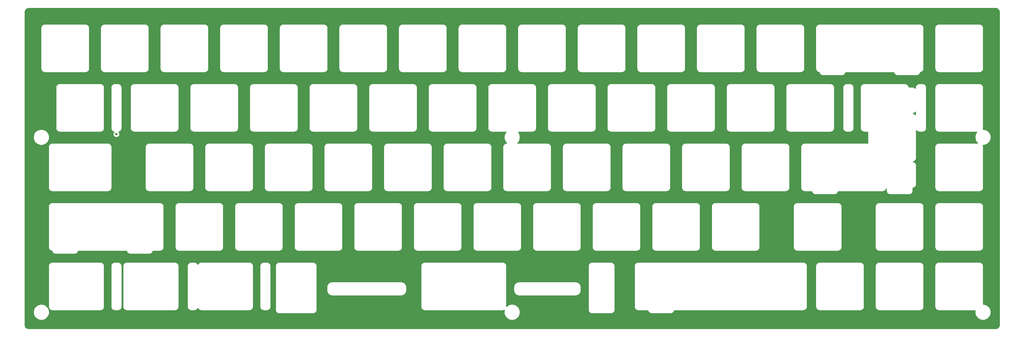
<source format=gbl>
%TF.GenerationSoftware,KiCad,Pcbnew,(5.1.10-6-gecec324121)-1*%
%TF.CreationDate,2021-07-06T17:39:25+03:00*%
%TF.ProjectId,switchplate,73776974-6368-4706-9c61-74652e6b6963,rev?*%
%TF.SameCoordinates,Original*%
%TF.FileFunction,Copper,L2,Bot*%
%TF.FilePolarity,Positive*%
%FSLAX46Y46*%
G04 Gerber Fmt 4.6, Leading zero omitted, Abs format (unit mm)*
G04 Created by KiCad (PCBNEW (5.1.10-6-gecec324121)-1) date 2021-07-06 17:39:25*
%MOMM*%
%LPD*%
G01*
G04 APERTURE LIST*
%TA.AperFunction,ViaPad*%
%ADD10C,0.800000*%
%TD*%
%TA.AperFunction,NonConductor*%
%ADD11C,0.254000*%
%TD*%
%TA.AperFunction,NonConductor*%
%ADD12C,0.100000*%
%TD*%
G04 APERTURE END LIST*
D10*
%TO.N,*%
X30000000Y-41000000D03*
%TD*%
D11*
X311245021Y-762549D02*
X311480712Y-833708D01*
X311698089Y-949291D01*
X311888879Y-1104895D01*
X312045811Y-1294593D01*
X312162906Y-1511157D01*
X312235709Y-1746344D01*
X312265000Y-2025028D01*
X312265001Y-101964043D01*
X312237451Y-102245021D01*
X312166291Y-102480712D01*
X312050711Y-102698088D01*
X311895104Y-102888879D01*
X311705408Y-103045811D01*
X311488843Y-103162906D01*
X311253656Y-103235709D01*
X310974972Y-103265000D01*
X2035947Y-103265000D01*
X1754979Y-103237451D01*
X1519288Y-103166291D01*
X1301912Y-103050711D01*
X1111121Y-102895104D01*
X954189Y-102705408D01*
X837094Y-102488843D01*
X764291Y-102253656D01*
X735000Y-101974972D01*
X735000Y-97749566D01*
X3457303Y-97749566D01*
X3457303Y-98250434D01*
X3555017Y-98741677D01*
X3746691Y-99204419D01*
X4024958Y-99620875D01*
X4379125Y-99975042D01*
X4795581Y-100253309D01*
X5258323Y-100444983D01*
X5749566Y-100542697D01*
X6250434Y-100542697D01*
X6741677Y-100444983D01*
X7204419Y-100253309D01*
X7620875Y-99975042D01*
X7975042Y-99620875D01*
X8253309Y-99204419D01*
X8444983Y-98741677D01*
X8542697Y-98250434D01*
X8542697Y-97749566D01*
X8444983Y-97258323D01*
X8253309Y-96795581D01*
X7975042Y-96379125D01*
X7620875Y-96024958D01*
X7204419Y-95746691D01*
X6741677Y-95555017D01*
X6250434Y-95457303D01*
X5749566Y-95457303D01*
X5258323Y-95555017D01*
X4795581Y-95746691D01*
X4379125Y-96024958D01*
X4024958Y-96379125D01*
X3746691Y-96795581D01*
X3555017Y-97258323D01*
X3457303Y-97749566D01*
X735000Y-97749566D01*
X735000Y-83188896D01*
X8271250Y-83188896D01*
X8271251Y-96261105D01*
X8274308Y-96292141D01*
X8274287Y-96295105D01*
X8275288Y-96305318D01*
X8280336Y-96353352D01*
X8281886Y-96369085D01*
X8282045Y-96369610D01*
X8285488Y-96402367D01*
X8298888Y-96467644D01*
X8311366Y-96533059D01*
X8314332Y-96542884D01*
X8343188Y-96636103D01*
X8369030Y-96697578D01*
X8393961Y-96759284D01*
X8398778Y-96768345D01*
X8445191Y-96854183D01*
X8482446Y-96909415D01*
X8518919Y-96965151D01*
X8525405Y-96973104D01*
X8587607Y-97048293D01*
X8634891Y-97095248D01*
X8681480Y-97142824D01*
X8689387Y-97149365D01*
X8689392Y-97149370D01*
X8689398Y-97149374D01*
X8765008Y-97211041D01*
X8820506Y-97247914D01*
X8875469Y-97285548D01*
X8884496Y-97290429D01*
X8970657Y-97336241D01*
X9032263Y-97361633D01*
X9093470Y-97387867D01*
X9103274Y-97390902D01*
X9103278Y-97390903D01*
X9103280Y-97390904D01*
X9103282Y-97390904D01*
X9196692Y-97419107D01*
X9262085Y-97432056D01*
X9327207Y-97445897D01*
X9337398Y-97446968D01*
X9337406Y-97446970D01*
X9337413Y-97446970D01*
X9433939Y-97456434D01*
X9470145Y-97460000D01*
X24923605Y-97460000D01*
X24954650Y-97456942D01*
X24957605Y-97456963D01*
X24967818Y-97455962D01*
X25015701Y-97450929D01*
X25031585Y-97449365D01*
X25032115Y-97449204D01*
X25064867Y-97445762D01*
X25130144Y-97432362D01*
X25195559Y-97419884D01*
X25205384Y-97416918D01*
X25298603Y-97388062D01*
X25360078Y-97362220D01*
X25421784Y-97337289D01*
X25430845Y-97332472D01*
X25516683Y-97286059D01*
X25571915Y-97248804D01*
X25627651Y-97212331D01*
X25635604Y-97205845D01*
X25710793Y-97143643D01*
X25757748Y-97096359D01*
X25805324Y-97049770D01*
X25811865Y-97041863D01*
X25811870Y-97041858D01*
X25811874Y-97041852D01*
X25873541Y-96966242D01*
X25910414Y-96910744D01*
X25948048Y-96855781D01*
X25952929Y-96846754D01*
X25998741Y-96760593D01*
X26024133Y-96698987D01*
X26050367Y-96637780D01*
X26053402Y-96627976D01*
X26081607Y-96534558D01*
X26094556Y-96469165D01*
X26108397Y-96404043D01*
X26109468Y-96393852D01*
X26109470Y-96393844D01*
X26109470Y-96393837D01*
X26118992Y-96296720D01*
X26122500Y-96261105D01*
X26122500Y-83188896D01*
X28252500Y-83188896D01*
X28252501Y-96261105D01*
X28255558Y-96292141D01*
X28255537Y-96295105D01*
X28256538Y-96305318D01*
X28261586Y-96353352D01*
X28263136Y-96369085D01*
X28263295Y-96369610D01*
X28266738Y-96402367D01*
X28280138Y-96467644D01*
X28292616Y-96533059D01*
X28295582Y-96542884D01*
X28324438Y-96636103D01*
X28350280Y-96697578D01*
X28375211Y-96759284D01*
X28380028Y-96768345D01*
X28426441Y-96854183D01*
X28463696Y-96909415D01*
X28500169Y-96965151D01*
X28506655Y-96973104D01*
X28568857Y-97048293D01*
X28616141Y-97095248D01*
X28662730Y-97142824D01*
X28670637Y-97149365D01*
X28670642Y-97149370D01*
X28670648Y-97149374D01*
X28746258Y-97211041D01*
X28801756Y-97247914D01*
X28856719Y-97285548D01*
X28865746Y-97290429D01*
X28951907Y-97336241D01*
X29013513Y-97361633D01*
X29074720Y-97387867D01*
X29084524Y-97390902D01*
X29084528Y-97390903D01*
X29084530Y-97390904D01*
X29084532Y-97390904D01*
X29177942Y-97419107D01*
X29243335Y-97432056D01*
X29308457Y-97445897D01*
X29318648Y-97446968D01*
X29318656Y-97446970D01*
X29318663Y-97446970D01*
X29415189Y-97456434D01*
X29451395Y-97460000D01*
X30523605Y-97460000D01*
X30554650Y-97456942D01*
X30557605Y-97456963D01*
X30567818Y-97455962D01*
X30615701Y-97450929D01*
X30631585Y-97449365D01*
X30632115Y-97449204D01*
X30664867Y-97445762D01*
X30730144Y-97432362D01*
X30795559Y-97419884D01*
X30805384Y-97416918D01*
X30898603Y-97388062D01*
X30960078Y-97362220D01*
X31021784Y-97337289D01*
X31030845Y-97332472D01*
X31116683Y-97286059D01*
X31171915Y-97248804D01*
X31227651Y-97212331D01*
X31235604Y-97205845D01*
X31310793Y-97143643D01*
X31357748Y-97096359D01*
X31405324Y-97049770D01*
X31411865Y-97041863D01*
X31411870Y-97041858D01*
X31411874Y-97041852D01*
X31473541Y-96966242D01*
X31510414Y-96910744D01*
X31548048Y-96855781D01*
X31552929Y-96846754D01*
X31598741Y-96760593D01*
X31624133Y-96698987D01*
X31650367Y-96637780D01*
X31653402Y-96627976D01*
X31681607Y-96534558D01*
X31694556Y-96469165D01*
X31708397Y-96404043D01*
X31709468Y-96393852D01*
X31709470Y-96393844D01*
X31709470Y-96393837D01*
X31718992Y-96296720D01*
X31722500Y-96261105D01*
X31722500Y-83188896D01*
X32083750Y-83188896D01*
X32083751Y-96261105D01*
X32086808Y-96292141D01*
X32086787Y-96295105D01*
X32087788Y-96305318D01*
X32092836Y-96353352D01*
X32094386Y-96369085D01*
X32094545Y-96369610D01*
X32097988Y-96402367D01*
X32111388Y-96467644D01*
X32123866Y-96533059D01*
X32126832Y-96542884D01*
X32155688Y-96636103D01*
X32181530Y-96697578D01*
X32206461Y-96759284D01*
X32211278Y-96768345D01*
X32257691Y-96854183D01*
X32294946Y-96909415D01*
X32331419Y-96965151D01*
X32337905Y-96973104D01*
X32400107Y-97048293D01*
X32447391Y-97095248D01*
X32493980Y-97142824D01*
X32501887Y-97149365D01*
X32501892Y-97149370D01*
X32501898Y-97149374D01*
X32577508Y-97211041D01*
X32633006Y-97247914D01*
X32687969Y-97285548D01*
X32696996Y-97290429D01*
X32783157Y-97336241D01*
X32844763Y-97361633D01*
X32905970Y-97387867D01*
X32915774Y-97390902D01*
X32915778Y-97390903D01*
X32915780Y-97390904D01*
X32915782Y-97390904D01*
X33009192Y-97419107D01*
X33074585Y-97432056D01*
X33139707Y-97445897D01*
X33149898Y-97446968D01*
X33149906Y-97446970D01*
X33149913Y-97446970D01*
X33246439Y-97456434D01*
X33282645Y-97460000D01*
X48736105Y-97460000D01*
X48767150Y-97456942D01*
X48770105Y-97456963D01*
X48780318Y-97455962D01*
X48828201Y-97450929D01*
X48844085Y-97449365D01*
X48844615Y-97449204D01*
X48877367Y-97445762D01*
X48942644Y-97432362D01*
X49008059Y-97419884D01*
X49017884Y-97416918D01*
X49111103Y-97388062D01*
X49172578Y-97362220D01*
X49234284Y-97337289D01*
X49243345Y-97332472D01*
X49329183Y-97286059D01*
X49384415Y-97248804D01*
X49440151Y-97212331D01*
X49448104Y-97205845D01*
X49523293Y-97143643D01*
X49570248Y-97096359D01*
X49617824Y-97049770D01*
X49624365Y-97041863D01*
X49624370Y-97041858D01*
X49624374Y-97041852D01*
X49686041Y-96966242D01*
X49722914Y-96910744D01*
X49760548Y-96855781D01*
X49765429Y-96846754D01*
X49811241Y-96760593D01*
X49836633Y-96698987D01*
X49862867Y-96637780D01*
X49865902Y-96627976D01*
X49894107Y-96534558D01*
X49907056Y-96469165D01*
X49920897Y-96404043D01*
X49921968Y-96393852D01*
X49921970Y-96393844D01*
X49921970Y-96393837D01*
X49931492Y-96296720D01*
X49935000Y-96261105D01*
X49935000Y-83188896D01*
X52677500Y-83188896D01*
X52677501Y-96261105D01*
X52680558Y-96292141D01*
X52680537Y-96295105D01*
X52681538Y-96305318D01*
X52686586Y-96353352D01*
X52688136Y-96369085D01*
X52688295Y-96369610D01*
X52691738Y-96402367D01*
X52705138Y-96467644D01*
X52717616Y-96533059D01*
X52720582Y-96542884D01*
X52749438Y-96636103D01*
X52775280Y-96697578D01*
X52800211Y-96759284D01*
X52805028Y-96768345D01*
X52851441Y-96854183D01*
X52888696Y-96909415D01*
X52925169Y-96965151D01*
X52931655Y-96973104D01*
X52993857Y-97048293D01*
X53041141Y-97095248D01*
X53087730Y-97142824D01*
X53095637Y-97149365D01*
X53095642Y-97149370D01*
X53095648Y-97149374D01*
X53171258Y-97211041D01*
X53226756Y-97247914D01*
X53281719Y-97285548D01*
X53290746Y-97290429D01*
X53376907Y-97336241D01*
X53438513Y-97361633D01*
X53499720Y-97387867D01*
X53509524Y-97390902D01*
X53509528Y-97390903D01*
X53509530Y-97390904D01*
X53509532Y-97390904D01*
X53602942Y-97419107D01*
X53668335Y-97432056D01*
X53733457Y-97445897D01*
X53743648Y-97446968D01*
X53743656Y-97446970D01*
X53743663Y-97446970D01*
X53840189Y-97456434D01*
X53876395Y-97460000D01*
X54948605Y-97460000D01*
X54979650Y-97456942D01*
X54982605Y-97456963D01*
X54992818Y-97455962D01*
X55040701Y-97450929D01*
X55056585Y-97449365D01*
X55057115Y-97449204D01*
X55089867Y-97445762D01*
X55155144Y-97432362D01*
X55220559Y-97419884D01*
X55230384Y-97416918D01*
X55323603Y-97388062D01*
X55385078Y-97362220D01*
X55446784Y-97337289D01*
X55455845Y-97332472D01*
X55541683Y-97286059D01*
X55596915Y-97248804D01*
X55652651Y-97212331D01*
X55660604Y-97205845D01*
X55735793Y-97143643D01*
X55782748Y-97096359D01*
X55830324Y-97049770D01*
X55836865Y-97041863D01*
X55836870Y-97041858D01*
X55836874Y-97041852D01*
X55898541Y-96966242D01*
X55935414Y-96910744D01*
X55973048Y-96855781D01*
X55977929Y-96846754D01*
X56021699Y-96764434D01*
X56023778Y-96768345D01*
X56070191Y-96854183D01*
X56107446Y-96909415D01*
X56143919Y-96965151D01*
X56150405Y-96973104D01*
X56212607Y-97048293D01*
X56259891Y-97095248D01*
X56306480Y-97142824D01*
X56314387Y-97149365D01*
X56314392Y-97149370D01*
X56314398Y-97149374D01*
X56390008Y-97211041D01*
X56445506Y-97247914D01*
X56500469Y-97285548D01*
X56509496Y-97290429D01*
X56595657Y-97336241D01*
X56657263Y-97361633D01*
X56718470Y-97387867D01*
X56728274Y-97390902D01*
X56728278Y-97390903D01*
X56728280Y-97390904D01*
X56728282Y-97390904D01*
X56821692Y-97419107D01*
X56887085Y-97432056D01*
X56952207Y-97445897D01*
X56962398Y-97446968D01*
X56962406Y-97446970D01*
X56962413Y-97446970D01*
X57058939Y-97456434D01*
X57095145Y-97460000D01*
X72548605Y-97460000D01*
X72579650Y-97456942D01*
X72582605Y-97456963D01*
X72592818Y-97455962D01*
X72640701Y-97450929D01*
X72656585Y-97449365D01*
X72657115Y-97449204D01*
X72689867Y-97445762D01*
X72755144Y-97432362D01*
X72820559Y-97419884D01*
X72830384Y-97416918D01*
X72923603Y-97388062D01*
X72985078Y-97362220D01*
X73046784Y-97337289D01*
X73055845Y-97332472D01*
X73141683Y-97286059D01*
X73196915Y-97248804D01*
X73252651Y-97212331D01*
X73260604Y-97205845D01*
X73335793Y-97143643D01*
X73382748Y-97096359D01*
X73430324Y-97049770D01*
X73436865Y-97041863D01*
X73436870Y-97041858D01*
X73436874Y-97041852D01*
X73498541Y-96966242D01*
X73535414Y-96910744D01*
X73573048Y-96855781D01*
X73577929Y-96846754D01*
X73623741Y-96760593D01*
X73649133Y-96698987D01*
X73675367Y-96637780D01*
X73678402Y-96627976D01*
X73706607Y-96534558D01*
X73719556Y-96469165D01*
X73733397Y-96404043D01*
X73734468Y-96393852D01*
X73734470Y-96393844D01*
X73734470Y-96393837D01*
X73743992Y-96296720D01*
X73747500Y-96261105D01*
X73747500Y-83188896D01*
X75877500Y-83188896D01*
X75877501Y-96261105D01*
X75880558Y-96292141D01*
X75880537Y-96295105D01*
X75881538Y-96305318D01*
X75886586Y-96353352D01*
X75888136Y-96369085D01*
X75888295Y-96369610D01*
X75891738Y-96402367D01*
X75905138Y-96467644D01*
X75917616Y-96533059D01*
X75920582Y-96542884D01*
X75949438Y-96636103D01*
X75975280Y-96697578D01*
X76000211Y-96759284D01*
X76005028Y-96768345D01*
X76051441Y-96854183D01*
X76088696Y-96909415D01*
X76125169Y-96965151D01*
X76131655Y-96973104D01*
X76193857Y-97048293D01*
X76241141Y-97095248D01*
X76287730Y-97142824D01*
X76295637Y-97149365D01*
X76295642Y-97149370D01*
X76295648Y-97149374D01*
X76371258Y-97211041D01*
X76426756Y-97247914D01*
X76481719Y-97285548D01*
X76490746Y-97290429D01*
X76576907Y-97336241D01*
X76638513Y-97361633D01*
X76699720Y-97387867D01*
X76709524Y-97390902D01*
X76709528Y-97390903D01*
X76709530Y-97390904D01*
X76709532Y-97390904D01*
X76802942Y-97419107D01*
X76868335Y-97432056D01*
X76933457Y-97445897D01*
X76943648Y-97446968D01*
X76943656Y-97446970D01*
X76943663Y-97446970D01*
X77040189Y-97456434D01*
X77076395Y-97460000D01*
X78148605Y-97460000D01*
X78179650Y-97456942D01*
X78182605Y-97456963D01*
X78192818Y-97455962D01*
X78240701Y-97450929D01*
X78256585Y-97449365D01*
X78257115Y-97449204D01*
X78289867Y-97445762D01*
X78355144Y-97432362D01*
X78420559Y-97419884D01*
X78430384Y-97416918D01*
X78523603Y-97388062D01*
X78585078Y-97362220D01*
X78646784Y-97337289D01*
X78655845Y-97332472D01*
X78741683Y-97286059D01*
X78796915Y-97248804D01*
X78852651Y-97212331D01*
X78860604Y-97205845D01*
X78935793Y-97143643D01*
X78982748Y-97096359D01*
X79030324Y-97049770D01*
X79036865Y-97041863D01*
X79036870Y-97041858D01*
X79036874Y-97041852D01*
X79098541Y-96966242D01*
X79135414Y-96910744D01*
X79173048Y-96855781D01*
X79177929Y-96846754D01*
X79223741Y-96760593D01*
X79249133Y-96698987D01*
X79275367Y-96637780D01*
X79278402Y-96627976D01*
X79306607Y-96534558D01*
X79319556Y-96469165D01*
X79333397Y-96404043D01*
X79334468Y-96393852D01*
X79334470Y-96393844D01*
X79334470Y-96393837D01*
X79343992Y-96296720D01*
X79347500Y-96261105D01*
X79347500Y-83188896D01*
X80833750Y-83188896D01*
X80833751Y-97261105D01*
X80836808Y-97292141D01*
X80836787Y-97295105D01*
X80837788Y-97305318D01*
X80842836Y-97353352D01*
X80844386Y-97369085D01*
X80844545Y-97369610D01*
X80847988Y-97402367D01*
X80861388Y-97467644D01*
X80873866Y-97533059D01*
X80876832Y-97542884D01*
X80905688Y-97636103D01*
X80931530Y-97697578D01*
X80956461Y-97759284D01*
X80961278Y-97768345D01*
X81007691Y-97854183D01*
X81044946Y-97909415D01*
X81081419Y-97965151D01*
X81087905Y-97973104D01*
X81150107Y-98048293D01*
X81197391Y-98095248D01*
X81243980Y-98142824D01*
X81251887Y-98149365D01*
X81251892Y-98149370D01*
X81251898Y-98149374D01*
X81327508Y-98211041D01*
X81383006Y-98247914D01*
X81437969Y-98285548D01*
X81446996Y-98290429D01*
X81533157Y-98336241D01*
X81594763Y-98361633D01*
X81655970Y-98387867D01*
X81665774Y-98390902D01*
X81665778Y-98390903D01*
X81665780Y-98390904D01*
X81665782Y-98390904D01*
X81759192Y-98419107D01*
X81824585Y-98432056D01*
X81889707Y-98445897D01*
X81899898Y-98446968D01*
X81899906Y-98446970D01*
X81899913Y-98446970D01*
X81996439Y-98456434D01*
X82032645Y-98460000D01*
X92861105Y-98460000D01*
X92892150Y-98456942D01*
X92895105Y-98456963D01*
X92905318Y-98455962D01*
X92953201Y-98450929D01*
X92969085Y-98449365D01*
X92969615Y-98449204D01*
X93002367Y-98445762D01*
X93067644Y-98432362D01*
X93133059Y-98419884D01*
X93142884Y-98416918D01*
X93236103Y-98388062D01*
X93297578Y-98362220D01*
X93359284Y-98337289D01*
X93368345Y-98332472D01*
X93454183Y-98286059D01*
X93509415Y-98248804D01*
X93565151Y-98212331D01*
X93573104Y-98205845D01*
X93648293Y-98143643D01*
X93695248Y-98096359D01*
X93742824Y-98049770D01*
X93749365Y-98041863D01*
X93749370Y-98041858D01*
X93749374Y-98041852D01*
X93811041Y-97966242D01*
X93847914Y-97910744D01*
X93885548Y-97855781D01*
X93890429Y-97846754D01*
X93936241Y-97760593D01*
X93961633Y-97698987D01*
X93987867Y-97637780D01*
X93990902Y-97627976D01*
X94019107Y-97534558D01*
X94032056Y-97469165D01*
X94045897Y-97404043D01*
X94046968Y-97393852D01*
X94046970Y-97393844D01*
X94046970Y-97393837D01*
X94056492Y-97296720D01*
X94060000Y-97261105D01*
X94060000Y-91036104D01*
X97265000Y-91036104D01*
X97268093Y-91067503D01*
X97268050Y-91073598D01*
X97269051Y-91083812D01*
X97289452Y-91277908D01*
X97302844Y-91343149D01*
X97315329Y-91408598D01*
X97318295Y-91418423D01*
X97376007Y-91604861D01*
X97401831Y-91666293D01*
X97426777Y-91728037D01*
X97431595Y-91737099D01*
X97524420Y-91908775D01*
X97561657Y-91963982D01*
X97598150Y-92019748D01*
X97604636Y-92027701D01*
X97729039Y-92178078D01*
X97776346Y-92225056D01*
X97822917Y-92272613D01*
X97830824Y-92279155D01*
X97982066Y-92402505D01*
X98037559Y-92439374D01*
X98092520Y-92477007D01*
X98101547Y-92481888D01*
X98273869Y-92573513D01*
X98335508Y-92598919D01*
X98396689Y-92625141D01*
X98406492Y-92628176D01*
X98593328Y-92684585D01*
X98658720Y-92697533D01*
X98723836Y-92711374D01*
X98734042Y-92712447D01*
X98928275Y-92731492D01*
X98928277Y-92731492D01*
X98963895Y-92735000D01*
X121036105Y-92735000D01*
X121067504Y-92731907D01*
X121073598Y-92731950D01*
X121083812Y-92730949D01*
X121277908Y-92710548D01*
X121343149Y-92697156D01*
X121408598Y-92684671D01*
X121418423Y-92681705D01*
X121604861Y-92623993D01*
X121666293Y-92598169D01*
X121728037Y-92573223D01*
X121737099Y-92568405D01*
X121908775Y-92475580D01*
X121963982Y-92438343D01*
X122019748Y-92401850D01*
X122027701Y-92395364D01*
X122178078Y-92270961D01*
X122225056Y-92223654D01*
X122272613Y-92177083D01*
X122279155Y-92169176D01*
X122402505Y-92017934D01*
X122439374Y-91962441D01*
X122477007Y-91907480D01*
X122481888Y-91898453D01*
X122573513Y-91726131D01*
X122598919Y-91664492D01*
X122625141Y-91603311D01*
X122628176Y-91593508D01*
X122684585Y-91406672D01*
X122697533Y-91341280D01*
X122711374Y-91276164D01*
X122712447Y-91265958D01*
X122731492Y-91071725D01*
X122731492Y-91071723D01*
X122735000Y-91036105D01*
X122735000Y-89963895D01*
X122731907Y-89932496D01*
X122731950Y-89926402D01*
X122730949Y-89916188D01*
X122710548Y-89722091D01*
X122697155Y-89656843D01*
X122684671Y-89591402D01*
X122681705Y-89581577D01*
X122623993Y-89395139D01*
X122598175Y-89333720D01*
X122573223Y-89271962D01*
X122568405Y-89262901D01*
X122475580Y-89091224D01*
X122438315Y-89035977D01*
X122401850Y-88980252D01*
X122395364Y-88972299D01*
X122270960Y-88821921D01*
X122223654Y-88774944D01*
X122177083Y-88727387D01*
X122169176Y-88720845D01*
X122017934Y-88597495D01*
X121962415Y-88560608D01*
X121907480Y-88522994D01*
X121898453Y-88518112D01*
X121726131Y-88426487D01*
X121664504Y-88401086D01*
X121603311Y-88374859D01*
X121593508Y-88371824D01*
X121406672Y-88315415D01*
X121341280Y-88302467D01*
X121276164Y-88288626D01*
X121265958Y-88287553D01*
X121071724Y-88268508D01*
X121071723Y-88268508D01*
X121036105Y-88265000D01*
X98963895Y-88265000D01*
X98932496Y-88268093D01*
X98926402Y-88268050D01*
X98916188Y-88269051D01*
X98722091Y-88289452D01*
X98656843Y-88302845D01*
X98591402Y-88315329D01*
X98581577Y-88318295D01*
X98395139Y-88376007D01*
X98333720Y-88401825D01*
X98271962Y-88426777D01*
X98262901Y-88431595D01*
X98091224Y-88524420D01*
X98035977Y-88561685D01*
X97980252Y-88598150D01*
X97972299Y-88604636D01*
X97821921Y-88729040D01*
X97774944Y-88776346D01*
X97727387Y-88822917D01*
X97720845Y-88830824D01*
X97597495Y-88982066D01*
X97560608Y-89037585D01*
X97522994Y-89092520D01*
X97518112Y-89101547D01*
X97426487Y-89273869D01*
X97401086Y-89335496D01*
X97374859Y-89396689D01*
X97371824Y-89406492D01*
X97315415Y-89593328D01*
X97302467Y-89658720D01*
X97288626Y-89723836D01*
X97287553Y-89734042D01*
X97268508Y-89928276D01*
X97268508Y-89928287D01*
X97265001Y-89963895D01*
X97265000Y-91036104D01*
X94060000Y-91036104D01*
X94060000Y-83188896D01*
X127333750Y-83188896D01*
X127333751Y-96261105D01*
X127336808Y-96292141D01*
X127336787Y-96295105D01*
X127337788Y-96305318D01*
X127342836Y-96353352D01*
X127344386Y-96369085D01*
X127344545Y-96369610D01*
X127347988Y-96402367D01*
X127361388Y-96467644D01*
X127373866Y-96533059D01*
X127376832Y-96542884D01*
X127405688Y-96636103D01*
X127431530Y-96697578D01*
X127456461Y-96759284D01*
X127461278Y-96768345D01*
X127507691Y-96854183D01*
X127544946Y-96909415D01*
X127581419Y-96965151D01*
X127587905Y-96973104D01*
X127650107Y-97048293D01*
X127697391Y-97095248D01*
X127743980Y-97142824D01*
X127751887Y-97149365D01*
X127751892Y-97149370D01*
X127751898Y-97149374D01*
X127827508Y-97211041D01*
X127883006Y-97247914D01*
X127937969Y-97285548D01*
X127946996Y-97290429D01*
X128033157Y-97336241D01*
X128094763Y-97361633D01*
X128155970Y-97387867D01*
X128165774Y-97390902D01*
X128165778Y-97390903D01*
X128165780Y-97390904D01*
X128165782Y-97390904D01*
X128259192Y-97419107D01*
X128324585Y-97432056D01*
X128389707Y-97445897D01*
X128399898Y-97446968D01*
X128399906Y-97446970D01*
X128399913Y-97446970D01*
X128496439Y-97456434D01*
X128532645Y-97460000D01*
X153511105Y-97460000D01*
X153542150Y-97456942D01*
X153545105Y-97456963D01*
X153555318Y-97455962D01*
X153603201Y-97450929D01*
X153619085Y-97449365D01*
X153619615Y-97449204D01*
X153652367Y-97445762D01*
X153717644Y-97432362D01*
X153783059Y-97419884D01*
X153792884Y-97416918D01*
X153886103Y-97388062D01*
X153947578Y-97362220D01*
X154009284Y-97337289D01*
X154018345Y-97332472D01*
X154042910Y-97319190D01*
X153957303Y-97749566D01*
X153957303Y-98250434D01*
X154055017Y-98741677D01*
X154246691Y-99204419D01*
X154524958Y-99620875D01*
X154879125Y-99975042D01*
X155295581Y-100253309D01*
X155758323Y-100444983D01*
X156249566Y-100542697D01*
X156750434Y-100542697D01*
X157241677Y-100444983D01*
X157704419Y-100253309D01*
X158120875Y-99975042D01*
X158475042Y-99620875D01*
X158753309Y-99204419D01*
X158944983Y-98741677D01*
X159042697Y-98250434D01*
X159042697Y-97749566D01*
X158944983Y-97258323D01*
X158753309Y-96795581D01*
X158475042Y-96379125D01*
X158120875Y-96024958D01*
X157704419Y-95746691D01*
X157241677Y-95555017D01*
X156750434Y-95457303D01*
X156249566Y-95457303D01*
X155758323Y-95555017D01*
X155295581Y-95746691D01*
X154879125Y-96024958D01*
X154710000Y-96194083D01*
X154710000Y-91036104D01*
X157015000Y-91036104D01*
X157018093Y-91067503D01*
X157018050Y-91073598D01*
X157019051Y-91083812D01*
X157039452Y-91277908D01*
X157052844Y-91343149D01*
X157065329Y-91408598D01*
X157068295Y-91418423D01*
X157126007Y-91604861D01*
X157151831Y-91666293D01*
X157176777Y-91728037D01*
X157181595Y-91737099D01*
X157274420Y-91908775D01*
X157311657Y-91963982D01*
X157348150Y-92019748D01*
X157354636Y-92027701D01*
X157479039Y-92178078D01*
X157526346Y-92225056D01*
X157572917Y-92272613D01*
X157580824Y-92279155D01*
X157732066Y-92402505D01*
X157787559Y-92439374D01*
X157842520Y-92477007D01*
X157851547Y-92481888D01*
X158023869Y-92573513D01*
X158085508Y-92598919D01*
X158146689Y-92625141D01*
X158156492Y-92628176D01*
X158343328Y-92684585D01*
X158408720Y-92697533D01*
X158473836Y-92711374D01*
X158484042Y-92712447D01*
X158678275Y-92731492D01*
X158678277Y-92731492D01*
X158713895Y-92735000D01*
X176786105Y-92735000D01*
X176817504Y-92731907D01*
X176823598Y-92731950D01*
X176833812Y-92730949D01*
X177027908Y-92710548D01*
X177093149Y-92697156D01*
X177158598Y-92684671D01*
X177168423Y-92681705D01*
X177354861Y-92623993D01*
X177416293Y-92598169D01*
X177478037Y-92573223D01*
X177487099Y-92568405D01*
X177658775Y-92475580D01*
X177713982Y-92438343D01*
X177769748Y-92401850D01*
X177777701Y-92395364D01*
X177928078Y-92270961D01*
X177975056Y-92223654D01*
X178022613Y-92177083D01*
X178029155Y-92169176D01*
X178152505Y-92017934D01*
X178189374Y-91962441D01*
X178227007Y-91907480D01*
X178231888Y-91898453D01*
X178323513Y-91726131D01*
X178348919Y-91664492D01*
X178375141Y-91603311D01*
X178378176Y-91593508D01*
X178434585Y-91406672D01*
X178447533Y-91341280D01*
X178461374Y-91276164D01*
X178462447Y-91265958D01*
X178481492Y-91071725D01*
X178481492Y-91071723D01*
X178485000Y-91036105D01*
X178485000Y-89963895D01*
X178481907Y-89932496D01*
X178481950Y-89926402D01*
X178480949Y-89916188D01*
X178460548Y-89722091D01*
X178447155Y-89656843D01*
X178434671Y-89591402D01*
X178431705Y-89581577D01*
X178373993Y-89395139D01*
X178348175Y-89333720D01*
X178323223Y-89271962D01*
X178318405Y-89262901D01*
X178225580Y-89091224D01*
X178188315Y-89035977D01*
X178151850Y-88980252D01*
X178145364Y-88972299D01*
X178020960Y-88821921D01*
X177973654Y-88774944D01*
X177927083Y-88727387D01*
X177919176Y-88720845D01*
X177767934Y-88597495D01*
X177712415Y-88560608D01*
X177657480Y-88522994D01*
X177648453Y-88518112D01*
X177476131Y-88426487D01*
X177414504Y-88401086D01*
X177353311Y-88374859D01*
X177343508Y-88371824D01*
X177156672Y-88315415D01*
X177091280Y-88302467D01*
X177026164Y-88288626D01*
X177015958Y-88287553D01*
X176821724Y-88268508D01*
X176821723Y-88268508D01*
X176786105Y-88265000D01*
X158713895Y-88265000D01*
X158682496Y-88268093D01*
X158676402Y-88268050D01*
X158666188Y-88269051D01*
X158472091Y-88289452D01*
X158406843Y-88302845D01*
X158341402Y-88315329D01*
X158331577Y-88318295D01*
X158145139Y-88376007D01*
X158083720Y-88401825D01*
X158021962Y-88426777D01*
X158012901Y-88431595D01*
X157841224Y-88524420D01*
X157785977Y-88561685D01*
X157730252Y-88598150D01*
X157722299Y-88604636D01*
X157571921Y-88729040D01*
X157524944Y-88776346D01*
X157477387Y-88822917D01*
X157470845Y-88830824D01*
X157347495Y-88982066D01*
X157310608Y-89037585D01*
X157272994Y-89092520D01*
X157268112Y-89101547D01*
X157176487Y-89273869D01*
X157151086Y-89335496D01*
X157124859Y-89396689D01*
X157121824Y-89406492D01*
X157065415Y-89593328D01*
X157052467Y-89658720D01*
X157038626Y-89723836D01*
X157037553Y-89734042D01*
X157018508Y-89928276D01*
X157018508Y-89928287D01*
X157015001Y-89963895D01*
X157015000Y-91036104D01*
X154710000Y-91036104D01*
X154710000Y-83188896D01*
X180833750Y-83188896D01*
X180833751Y-97261105D01*
X180836808Y-97292141D01*
X180836787Y-97295105D01*
X180837788Y-97305318D01*
X180842836Y-97353352D01*
X180844386Y-97369085D01*
X180844545Y-97369610D01*
X180847988Y-97402367D01*
X180861388Y-97467644D01*
X180873866Y-97533059D01*
X180876832Y-97542884D01*
X180905688Y-97636103D01*
X180931530Y-97697578D01*
X180956461Y-97759284D01*
X180961278Y-97768345D01*
X181007691Y-97854183D01*
X181044946Y-97909415D01*
X181081419Y-97965151D01*
X181087905Y-97973104D01*
X181150107Y-98048293D01*
X181197391Y-98095248D01*
X181243980Y-98142824D01*
X181251887Y-98149365D01*
X181251892Y-98149370D01*
X181251898Y-98149374D01*
X181327508Y-98211041D01*
X181383006Y-98247914D01*
X181437969Y-98285548D01*
X181446996Y-98290429D01*
X181533157Y-98336241D01*
X181594763Y-98361633D01*
X181655970Y-98387867D01*
X181665774Y-98390902D01*
X181665778Y-98390903D01*
X181665780Y-98390904D01*
X181665782Y-98390904D01*
X181759192Y-98419107D01*
X181824585Y-98432056D01*
X181889707Y-98445897D01*
X181899898Y-98446968D01*
X181899906Y-98446970D01*
X181899913Y-98446970D01*
X181996439Y-98456434D01*
X182032645Y-98460000D01*
X188104855Y-98460000D01*
X188135900Y-98456942D01*
X188138855Y-98456963D01*
X188149068Y-98455962D01*
X188196951Y-98450929D01*
X188212835Y-98449365D01*
X188213365Y-98449204D01*
X188246117Y-98445762D01*
X188311394Y-98432362D01*
X188376809Y-98419884D01*
X188386634Y-98416918D01*
X188479853Y-98388062D01*
X188541328Y-98362220D01*
X188603034Y-98337289D01*
X188612095Y-98332472D01*
X188697933Y-98286059D01*
X188753165Y-98248804D01*
X188808901Y-98212331D01*
X188816854Y-98205845D01*
X188892043Y-98143643D01*
X188938998Y-98096359D01*
X188986574Y-98049770D01*
X188993115Y-98041863D01*
X188993120Y-98041858D01*
X188993124Y-98041852D01*
X189054791Y-97966242D01*
X189091664Y-97910744D01*
X189129298Y-97855781D01*
X189134179Y-97846754D01*
X189179991Y-97760593D01*
X189205383Y-97698987D01*
X189231617Y-97637780D01*
X189234652Y-97627976D01*
X189262857Y-97534558D01*
X189275806Y-97469165D01*
X189289647Y-97404043D01*
X189290718Y-97393852D01*
X189290720Y-97393844D01*
X189290720Y-97393837D01*
X189300242Y-97296720D01*
X189303750Y-97261105D01*
X189303750Y-83188896D01*
X195552500Y-83188896D01*
X195552501Y-96261105D01*
X195555558Y-96292141D01*
X195555537Y-96295105D01*
X195556538Y-96305318D01*
X195561586Y-96353352D01*
X195563136Y-96369085D01*
X195563295Y-96369610D01*
X195566738Y-96402367D01*
X195580138Y-96467644D01*
X195592616Y-96533059D01*
X195595582Y-96542884D01*
X195624438Y-96636103D01*
X195650280Y-96697578D01*
X195675211Y-96759284D01*
X195680028Y-96768345D01*
X195726441Y-96854183D01*
X195763696Y-96909415D01*
X195800169Y-96965151D01*
X195806655Y-96973104D01*
X195868857Y-97048293D01*
X195916141Y-97095248D01*
X195962730Y-97142824D01*
X195970637Y-97149365D01*
X195970642Y-97149370D01*
X195970648Y-97149374D01*
X196046258Y-97211041D01*
X196101756Y-97247914D01*
X196156719Y-97285548D01*
X196165746Y-97290429D01*
X196251907Y-97336241D01*
X196313513Y-97361633D01*
X196374720Y-97387867D01*
X196384524Y-97390902D01*
X196384528Y-97390903D01*
X196384530Y-97390904D01*
X196384532Y-97390904D01*
X196477942Y-97419107D01*
X196543335Y-97432056D01*
X196608457Y-97445897D01*
X196618648Y-97446968D01*
X196618656Y-97446970D01*
X196618663Y-97446970D01*
X196715189Y-97456434D01*
X196751395Y-97460000D01*
X199916068Y-97460000D01*
X199917638Y-97467644D01*
X199930116Y-97533059D01*
X199933082Y-97542884D01*
X199961938Y-97636103D01*
X199987780Y-97697578D01*
X200012711Y-97759284D01*
X200017528Y-97768345D01*
X200063941Y-97854183D01*
X200101196Y-97909415D01*
X200137669Y-97965151D01*
X200144155Y-97973104D01*
X200206357Y-98048293D01*
X200253641Y-98095248D01*
X200300230Y-98142824D01*
X200308137Y-98149365D01*
X200308142Y-98149370D01*
X200308148Y-98149374D01*
X200383758Y-98211041D01*
X200439256Y-98247914D01*
X200494219Y-98285548D01*
X200503246Y-98290429D01*
X200589407Y-98336241D01*
X200651013Y-98361633D01*
X200712220Y-98387867D01*
X200722024Y-98390902D01*
X200722028Y-98390903D01*
X200722030Y-98390904D01*
X200722032Y-98390904D01*
X200815442Y-98419107D01*
X200880835Y-98432056D01*
X200945957Y-98445897D01*
X200956148Y-98446968D01*
X200956156Y-98446970D01*
X200956163Y-98446970D01*
X201052689Y-98456434D01*
X201088895Y-98460000D01*
X207161105Y-98460000D01*
X207192150Y-98456942D01*
X207195105Y-98456963D01*
X207205318Y-98455962D01*
X207253201Y-98450929D01*
X207269085Y-98449365D01*
X207269615Y-98449204D01*
X207302367Y-98445762D01*
X207367644Y-98432362D01*
X207433059Y-98419884D01*
X207442884Y-98416918D01*
X207536103Y-98388062D01*
X207597578Y-98362220D01*
X207659284Y-98337289D01*
X207668345Y-98332472D01*
X207754183Y-98286059D01*
X207809415Y-98248804D01*
X207865151Y-98212331D01*
X207873104Y-98205845D01*
X207948293Y-98143643D01*
X207995248Y-98096359D01*
X208042824Y-98049770D01*
X208049365Y-98041863D01*
X208049370Y-98041858D01*
X208049374Y-98041852D01*
X208111041Y-97966242D01*
X208147914Y-97910744D01*
X208185548Y-97855781D01*
X208190429Y-97846754D01*
X208236241Y-97760593D01*
X208261633Y-97698987D01*
X208287867Y-97637780D01*
X208290902Y-97627976D01*
X208319107Y-97534558D01*
X208332056Y-97469165D01*
X208334004Y-97460000D01*
X249598605Y-97460000D01*
X249629650Y-97456942D01*
X249632605Y-97456963D01*
X249642818Y-97455962D01*
X249690701Y-97450929D01*
X249706585Y-97449365D01*
X249707115Y-97449204D01*
X249739867Y-97445762D01*
X249805144Y-97432362D01*
X249870559Y-97419884D01*
X249880384Y-97416918D01*
X249973603Y-97388062D01*
X250035078Y-97362220D01*
X250096784Y-97337289D01*
X250105845Y-97332472D01*
X250191683Y-97286059D01*
X250246915Y-97248804D01*
X250302651Y-97212331D01*
X250310604Y-97205845D01*
X250385793Y-97143643D01*
X250432748Y-97096359D01*
X250480324Y-97049770D01*
X250486865Y-97041863D01*
X250486870Y-97041858D01*
X250486874Y-97041852D01*
X250548541Y-96966242D01*
X250585414Y-96910744D01*
X250623048Y-96855781D01*
X250627929Y-96846754D01*
X250673741Y-96760593D01*
X250699133Y-96698987D01*
X250725367Y-96637780D01*
X250728402Y-96627976D01*
X250756607Y-96534558D01*
X250769556Y-96469165D01*
X250783397Y-96404043D01*
X250784468Y-96393852D01*
X250784470Y-96393844D01*
X250784470Y-96393837D01*
X250793992Y-96296720D01*
X250797500Y-96261105D01*
X250797500Y-83188896D01*
X253540000Y-83188896D01*
X253540001Y-96261105D01*
X253543058Y-96292141D01*
X253543037Y-96295105D01*
X253544038Y-96305318D01*
X253549086Y-96353352D01*
X253550636Y-96369085D01*
X253550795Y-96369610D01*
X253554238Y-96402367D01*
X253567638Y-96467644D01*
X253580116Y-96533059D01*
X253583082Y-96542884D01*
X253611938Y-96636103D01*
X253637780Y-96697578D01*
X253662711Y-96759284D01*
X253667528Y-96768345D01*
X253713941Y-96854183D01*
X253751196Y-96909415D01*
X253787669Y-96965151D01*
X253794155Y-96973104D01*
X253856357Y-97048293D01*
X253903641Y-97095248D01*
X253950230Y-97142824D01*
X253958137Y-97149365D01*
X253958142Y-97149370D01*
X253958148Y-97149374D01*
X254033758Y-97211041D01*
X254089256Y-97247914D01*
X254144219Y-97285548D01*
X254153246Y-97290429D01*
X254239407Y-97336241D01*
X254301013Y-97361633D01*
X254362220Y-97387867D01*
X254372024Y-97390902D01*
X254372028Y-97390903D01*
X254372030Y-97390904D01*
X254372032Y-97390904D01*
X254465442Y-97419107D01*
X254530835Y-97432056D01*
X254595957Y-97445897D01*
X254606148Y-97446968D01*
X254606156Y-97446970D01*
X254606163Y-97446970D01*
X254702689Y-97456434D01*
X254738895Y-97460000D01*
X267811105Y-97460000D01*
X267842150Y-97456942D01*
X267845105Y-97456963D01*
X267855318Y-97455962D01*
X267903201Y-97450929D01*
X267919085Y-97449365D01*
X267919615Y-97449204D01*
X267952367Y-97445762D01*
X268017644Y-97432362D01*
X268083059Y-97419884D01*
X268092884Y-97416918D01*
X268186103Y-97388062D01*
X268247578Y-97362220D01*
X268309284Y-97337289D01*
X268318345Y-97332472D01*
X268404183Y-97286059D01*
X268459415Y-97248804D01*
X268515151Y-97212331D01*
X268523104Y-97205845D01*
X268598293Y-97143643D01*
X268645248Y-97096359D01*
X268692824Y-97049770D01*
X268699365Y-97041863D01*
X268699370Y-97041858D01*
X268699374Y-97041852D01*
X268761041Y-96966242D01*
X268797914Y-96910744D01*
X268835548Y-96855781D01*
X268840429Y-96846754D01*
X268886241Y-96760593D01*
X268911633Y-96698987D01*
X268937867Y-96637780D01*
X268940902Y-96627976D01*
X268969107Y-96534558D01*
X268982056Y-96469165D01*
X268995897Y-96404043D01*
X268996968Y-96393852D01*
X268996970Y-96393844D01*
X268996970Y-96393837D01*
X269006492Y-96296720D01*
X269010000Y-96261105D01*
X269010000Y-83188896D01*
X272590000Y-83188896D01*
X272590001Y-96261105D01*
X272593058Y-96292141D01*
X272593037Y-96295105D01*
X272594038Y-96305318D01*
X272599086Y-96353352D01*
X272600636Y-96369085D01*
X272600795Y-96369610D01*
X272604238Y-96402367D01*
X272617638Y-96467644D01*
X272630116Y-96533059D01*
X272633082Y-96542884D01*
X272661938Y-96636103D01*
X272687780Y-96697578D01*
X272712711Y-96759284D01*
X272717528Y-96768345D01*
X272763941Y-96854183D01*
X272801196Y-96909415D01*
X272837669Y-96965151D01*
X272844155Y-96973104D01*
X272906357Y-97048293D01*
X272953641Y-97095248D01*
X273000230Y-97142824D01*
X273008137Y-97149365D01*
X273008142Y-97149370D01*
X273008148Y-97149374D01*
X273083758Y-97211041D01*
X273139256Y-97247914D01*
X273194219Y-97285548D01*
X273203246Y-97290429D01*
X273289407Y-97336241D01*
X273351013Y-97361633D01*
X273412220Y-97387867D01*
X273422024Y-97390902D01*
X273422028Y-97390903D01*
X273422030Y-97390904D01*
X273422032Y-97390904D01*
X273515442Y-97419107D01*
X273580835Y-97432056D01*
X273645957Y-97445897D01*
X273656148Y-97446968D01*
X273656156Y-97446970D01*
X273656163Y-97446970D01*
X273752689Y-97456434D01*
X273788895Y-97460000D01*
X286861105Y-97460000D01*
X286892150Y-97456942D01*
X286895105Y-97456963D01*
X286905318Y-97455962D01*
X286953201Y-97450929D01*
X286969085Y-97449365D01*
X286969615Y-97449204D01*
X287002367Y-97445762D01*
X287067644Y-97432362D01*
X287133059Y-97419884D01*
X287142884Y-97416918D01*
X287236103Y-97388062D01*
X287297578Y-97362220D01*
X287359284Y-97337289D01*
X287368345Y-97332472D01*
X287454183Y-97286059D01*
X287509415Y-97248804D01*
X287565151Y-97212331D01*
X287573104Y-97205845D01*
X287648293Y-97143643D01*
X287695248Y-97096359D01*
X287742824Y-97049770D01*
X287749365Y-97041863D01*
X287749370Y-97041858D01*
X287749374Y-97041852D01*
X287811041Y-96966242D01*
X287847914Y-96910744D01*
X287885548Y-96855781D01*
X287890429Y-96846754D01*
X287936241Y-96760593D01*
X287961633Y-96698987D01*
X287987867Y-96637780D01*
X287990902Y-96627976D01*
X288019107Y-96534558D01*
X288032056Y-96469165D01*
X288045897Y-96404043D01*
X288046968Y-96393852D01*
X288046970Y-96393844D01*
X288046970Y-96393837D01*
X288056492Y-96296720D01*
X288060000Y-96261105D01*
X288060000Y-83188896D01*
X291640000Y-83188896D01*
X291640001Y-96261105D01*
X291643058Y-96292141D01*
X291643037Y-96295105D01*
X291644038Y-96305318D01*
X291649086Y-96353352D01*
X291650636Y-96369085D01*
X291650795Y-96369610D01*
X291654238Y-96402367D01*
X291667638Y-96467644D01*
X291680116Y-96533059D01*
X291683082Y-96542884D01*
X291711938Y-96636103D01*
X291737780Y-96697578D01*
X291762711Y-96759284D01*
X291767528Y-96768345D01*
X291813941Y-96854183D01*
X291851196Y-96909415D01*
X291887669Y-96965151D01*
X291894155Y-96973104D01*
X291956357Y-97048293D01*
X292003641Y-97095248D01*
X292050230Y-97142824D01*
X292058137Y-97149365D01*
X292058142Y-97149370D01*
X292058148Y-97149374D01*
X292133758Y-97211041D01*
X292189256Y-97247914D01*
X292244219Y-97285548D01*
X292253246Y-97290429D01*
X292339407Y-97336241D01*
X292401013Y-97361633D01*
X292462220Y-97387867D01*
X292472024Y-97390902D01*
X292472028Y-97390903D01*
X292472030Y-97390904D01*
X292472032Y-97390904D01*
X292565442Y-97419107D01*
X292630835Y-97432056D01*
X292695957Y-97445897D01*
X292706148Y-97446968D01*
X292706156Y-97446970D01*
X292706163Y-97446970D01*
X292802689Y-97456434D01*
X292838895Y-97460000D01*
X304505327Y-97460000D01*
X304491478Y-97519916D01*
X304490225Y-97530102D01*
X304449292Y-97883111D01*
X304448112Y-97949746D01*
X304446004Y-98016300D01*
X304446753Y-98026535D01*
X304475166Y-98380772D01*
X304486949Y-98446351D01*
X304497810Y-98512062D01*
X304500532Y-98521952D01*
X304500533Y-98521958D01*
X304500535Y-98521963D01*
X304597209Y-98863929D01*
X304621510Y-98925983D01*
X304644925Y-98988324D01*
X304649517Y-98997501D01*
X304810776Y-99314182D01*
X304846682Y-99370356D01*
X304881743Y-99426936D01*
X304888030Y-99435047D01*
X305107727Y-99714374D01*
X305153847Y-99762492D01*
X305199245Y-99811199D01*
X305206988Y-99817934D01*
X305476756Y-100049269D01*
X305531335Y-100087506D01*
X305585335Y-100126473D01*
X305594237Y-100131574D01*
X305594240Y-100131576D01*
X305594244Y-100131578D01*
X305903803Y-100306107D01*
X305964752Y-100333007D01*
X306025314Y-100360752D01*
X306035039Y-100364028D01*
X306372608Y-100475107D01*
X306437620Y-100489656D01*
X306502414Y-100505109D01*
X306512591Y-100506433D01*
X306865306Y-100549830D01*
X306931911Y-100551474D01*
X306998469Y-100554048D01*
X307008709Y-100553370D01*
X307363135Y-100527431D01*
X307428786Y-100516108D01*
X307494582Y-100505704D01*
X307504495Y-100503051D01*
X307847134Y-100408764D01*
X307909363Y-100384894D01*
X307971858Y-100361918D01*
X307981067Y-100357389D01*
X308298866Y-100198345D01*
X308355282Y-100162838D01*
X308412113Y-100128167D01*
X308420268Y-100121937D01*
X308701123Y-99904194D01*
X308749550Y-99858422D01*
X308798584Y-99813355D01*
X308805367Y-99805665D01*
X308805372Y-99805660D01*
X308805376Y-99805655D01*
X309038586Y-99537512D01*
X309077213Y-99483186D01*
X309116546Y-99429473D01*
X309121710Y-99420605D01*
X309298398Y-99112268D01*
X309325740Y-99051468D01*
X309353888Y-98991145D01*
X309357232Y-98981443D01*
X309470666Y-98644659D01*
X309485668Y-98579750D01*
X309501574Y-98515062D01*
X309502970Y-98504895D01*
X309548828Y-98152491D01*
X309550938Y-98085876D01*
X309553975Y-98019360D01*
X309553369Y-98009115D01*
X309529904Y-97654516D01*
X309519039Y-97588784D01*
X309509095Y-97522924D01*
X309506511Y-97512992D01*
X309414619Y-97169704D01*
X309391186Y-97107315D01*
X309368645Y-97044656D01*
X309364184Y-97035422D01*
X309364182Y-97035417D01*
X309364180Y-97035413D01*
X309207360Y-96716514D01*
X309172271Y-96659889D01*
X309137974Y-96602777D01*
X309131800Y-96594580D01*
X308916024Y-96312212D01*
X308870584Y-96263459D01*
X308825868Y-96214120D01*
X308818219Y-96207277D01*
X308551707Y-95972198D01*
X308497663Y-95933201D01*
X308444217Y-95893487D01*
X308435385Y-95888260D01*
X308128288Y-95709423D01*
X308067692Y-95681662D01*
X308007553Y-95653088D01*
X307997875Y-95649676D01*
X307661890Y-95533894D01*
X307597028Y-95518425D01*
X307532513Y-95502083D01*
X307522359Y-95500616D01*
X307522356Y-95500616D01*
X307170282Y-95452299D01*
X307106888Y-95449848D01*
X307110009Y-83189083D01*
X307106942Y-83157865D01*
X307106963Y-83154895D01*
X307105962Y-83144682D01*
X307101142Y-83098818D01*
X307099401Y-83081100D01*
X307099215Y-83080486D01*
X307095762Y-83047634D01*
X307082364Y-82982364D01*
X307069884Y-82916941D01*
X307066918Y-82907116D01*
X307038062Y-82813897D01*
X307012225Y-82752434D01*
X306987289Y-82690716D01*
X306982472Y-82681655D01*
X306936059Y-82595817D01*
X306898789Y-82540562D01*
X306862331Y-82484849D01*
X306855845Y-82476896D01*
X306793643Y-82401707D01*
X306746359Y-82354752D01*
X306699770Y-82307176D01*
X306691863Y-82300634D01*
X306616242Y-82238959D01*
X306560721Y-82202070D01*
X306505781Y-82164452D01*
X306496770Y-82159580D01*
X306496763Y-82159575D01*
X306496756Y-82159572D01*
X306496754Y-82159571D01*
X306410593Y-82113759D01*
X306348987Y-82088367D01*
X306287780Y-82062133D01*
X306277976Y-82059098D01*
X306277972Y-82059097D01*
X306277970Y-82059096D01*
X306277968Y-82059096D01*
X306184558Y-82030893D01*
X306119172Y-82017946D01*
X306054044Y-82004103D01*
X306043851Y-82003031D01*
X306043844Y-82003030D01*
X306043838Y-82003030D01*
X305947310Y-81993566D01*
X305911105Y-81990000D01*
X292838895Y-81990000D01*
X292807850Y-81993058D01*
X292804895Y-81993037D01*
X292794682Y-81994038D01*
X292746807Y-81999070D01*
X292730915Y-82000635D01*
X292730385Y-82000796D01*
X292697634Y-82004238D01*
X292632364Y-82017636D01*
X292566941Y-82030116D01*
X292557116Y-82033082D01*
X292463897Y-82061938D01*
X292402434Y-82087775D01*
X292340716Y-82112711D01*
X292331655Y-82117528D01*
X292245817Y-82163941D01*
X292190562Y-82201211D01*
X292134849Y-82237669D01*
X292126896Y-82244155D01*
X292051707Y-82306357D01*
X292004752Y-82353641D01*
X291957176Y-82400230D01*
X291950634Y-82408137D01*
X291888959Y-82483758D01*
X291852070Y-82539279D01*
X291814452Y-82594219D01*
X291809580Y-82603230D01*
X291809575Y-82603237D01*
X291809572Y-82603244D01*
X291809571Y-82603246D01*
X291763759Y-82689407D01*
X291738367Y-82751013D01*
X291712133Y-82812220D01*
X291709098Y-82822024D01*
X291680893Y-82915442D01*
X291667946Y-82980828D01*
X291654103Y-83045956D01*
X291653031Y-83056149D01*
X291653030Y-83056156D01*
X291653030Y-83056162D01*
X291643544Y-83152912D01*
X291640000Y-83188896D01*
X288060000Y-83188896D01*
X288060000Y-83188895D01*
X288056942Y-83157850D01*
X288056963Y-83154895D01*
X288055962Y-83144682D01*
X288050930Y-83096807D01*
X288049365Y-83080915D01*
X288049204Y-83080385D01*
X288045762Y-83047634D01*
X288032364Y-82982364D01*
X288019884Y-82916941D01*
X288016918Y-82907116D01*
X287988062Y-82813897D01*
X287962225Y-82752434D01*
X287937289Y-82690716D01*
X287932472Y-82681655D01*
X287886059Y-82595817D01*
X287848789Y-82540562D01*
X287812331Y-82484849D01*
X287805845Y-82476896D01*
X287743643Y-82401707D01*
X287696359Y-82354752D01*
X287649770Y-82307176D01*
X287641863Y-82300634D01*
X287566242Y-82238959D01*
X287510721Y-82202070D01*
X287455781Y-82164452D01*
X287446770Y-82159580D01*
X287446763Y-82159575D01*
X287446756Y-82159572D01*
X287446754Y-82159571D01*
X287360593Y-82113759D01*
X287298987Y-82088367D01*
X287237780Y-82062133D01*
X287227976Y-82059098D01*
X287227972Y-82059097D01*
X287227970Y-82059096D01*
X287227968Y-82059096D01*
X287134558Y-82030893D01*
X287069172Y-82017946D01*
X287004044Y-82004103D01*
X286993851Y-82003031D01*
X286993844Y-82003030D01*
X286993838Y-82003030D01*
X286897310Y-81993566D01*
X286861105Y-81990000D01*
X273788895Y-81990000D01*
X273757850Y-81993058D01*
X273754895Y-81993037D01*
X273744682Y-81994038D01*
X273696807Y-81999070D01*
X273680915Y-82000635D01*
X273680385Y-82000796D01*
X273647634Y-82004238D01*
X273582364Y-82017636D01*
X273516941Y-82030116D01*
X273507116Y-82033082D01*
X273413897Y-82061938D01*
X273352434Y-82087775D01*
X273290716Y-82112711D01*
X273281655Y-82117528D01*
X273195817Y-82163941D01*
X273140562Y-82201211D01*
X273084849Y-82237669D01*
X273076896Y-82244155D01*
X273001707Y-82306357D01*
X272954752Y-82353641D01*
X272907176Y-82400230D01*
X272900634Y-82408137D01*
X272838959Y-82483758D01*
X272802070Y-82539279D01*
X272764452Y-82594219D01*
X272759580Y-82603230D01*
X272759575Y-82603237D01*
X272759572Y-82603244D01*
X272759571Y-82603246D01*
X272713759Y-82689407D01*
X272688367Y-82751013D01*
X272662133Y-82812220D01*
X272659098Y-82822024D01*
X272630893Y-82915442D01*
X272617946Y-82980828D01*
X272604103Y-83045956D01*
X272603031Y-83056149D01*
X272603030Y-83056156D01*
X272603030Y-83056162D01*
X272593544Y-83152912D01*
X272590000Y-83188896D01*
X269010000Y-83188896D01*
X269010000Y-83188895D01*
X269006942Y-83157850D01*
X269006963Y-83154895D01*
X269005962Y-83144682D01*
X269000930Y-83096807D01*
X268999365Y-83080915D01*
X268999204Y-83080385D01*
X268995762Y-83047634D01*
X268982364Y-82982364D01*
X268969884Y-82916941D01*
X268966918Y-82907116D01*
X268938062Y-82813897D01*
X268912225Y-82752434D01*
X268887289Y-82690716D01*
X268882472Y-82681655D01*
X268836059Y-82595817D01*
X268798789Y-82540562D01*
X268762331Y-82484849D01*
X268755845Y-82476896D01*
X268693643Y-82401707D01*
X268646359Y-82354752D01*
X268599770Y-82307176D01*
X268591863Y-82300634D01*
X268516242Y-82238959D01*
X268460721Y-82202070D01*
X268405781Y-82164452D01*
X268396770Y-82159580D01*
X268396763Y-82159575D01*
X268396756Y-82159572D01*
X268396754Y-82159571D01*
X268310593Y-82113759D01*
X268248987Y-82088367D01*
X268187780Y-82062133D01*
X268177976Y-82059098D01*
X268177972Y-82059097D01*
X268177970Y-82059096D01*
X268177968Y-82059096D01*
X268084558Y-82030893D01*
X268019172Y-82017946D01*
X267954044Y-82004103D01*
X267943851Y-82003031D01*
X267943844Y-82003030D01*
X267943838Y-82003030D01*
X267847310Y-81993566D01*
X267811105Y-81990000D01*
X254738895Y-81990000D01*
X254707850Y-81993058D01*
X254704895Y-81993037D01*
X254694682Y-81994038D01*
X254646807Y-81999070D01*
X254630915Y-82000635D01*
X254630385Y-82000796D01*
X254597634Y-82004238D01*
X254532364Y-82017636D01*
X254466941Y-82030116D01*
X254457116Y-82033082D01*
X254363897Y-82061938D01*
X254302434Y-82087775D01*
X254240716Y-82112711D01*
X254231655Y-82117528D01*
X254145817Y-82163941D01*
X254090562Y-82201211D01*
X254034849Y-82237669D01*
X254026896Y-82244155D01*
X253951707Y-82306357D01*
X253904752Y-82353641D01*
X253857176Y-82400230D01*
X253850634Y-82408137D01*
X253788959Y-82483758D01*
X253752070Y-82539279D01*
X253714452Y-82594219D01*
X253709580Y-82603230D01*
X253709575Y-82603237D01*
X253709572Y-82603244D01*
X253709571Y-82603246D01*
X253663759Y-82689407D01*
X253638367Y-82751013D01*
X253612133Y-82812220D01*
X253609098Y-82822024D01*
X253580893Y-82915442D01*
X253567946Y-82980828D01*
X253554103Y-83045956D01*
X253553031Y-83056149D01*
X253553030Y-83056156D01*
X253553030Y-83056162D01*
X253543544Y-83152912D01*
X253540000Y-83188896D01*
X250797500Y-83188896D01*
X250797500Y-83188895D01*
X250794442Y-83157850D01*
X250794463Y-83154895D01*
X250793462Y-83144682D01*
X250788430Y-83096807D01*
X250786865Y-83080915D01*
X250786704Y-83080385D01*
X250783262Y-83047634D01*
X250769864Y-82982364D01*
X250757384Y-82916941D01*
X250754418Y-82907116D01*
X250725562Y-82813897D01*
X250699725Y-82752434D01*
X250674789Y-82690716D01*
X250669972Y-82681655D01*
X250623559Y-82595817D01*
X250586289Y-82540562D01*
X250549831Y-82484849D01*
X250543345Y-82476896D01*
X250481143Y-82401707D01*
X250433859Y-82354752D01*
X250387270Y-82307176D01*
X250379363Y-82300634D01*
X250303742Y-82238959D01*
X250248221Y-82202070D01*
X250193281Y-82164452D01*
X250184270Y-82159580D01*
X250184263Y-82159575D01*
X250184256Y-82159572D01*
X250184254Y-82159571D01*
X250098093Y-82113759D01*
X250036487Y-82088367D01*
X249975280Y-82062133D01*
X249965476Y-82059098D01*
X249965472Y-82059097D01*
X249965470Y-82059096D01*
X249965468Y-82059096D01*
X249872058Y-82030893D01*
X249806672Y-82017946D01*
X249741544Y-82004103D01*
X249731351Y-82003031D01*
X249731344Y-82003030D01*
X249731338Y-82003030D01*
X249634810Y-81993566D01*
X249598605Y-81990000D01*
X196751395Y-81990000D01*
X196720350Y-81993058D01*
X196717395Y-81993037D01*
X196707182Y-81994038D01*
X196659307Y-81999070D01*
X196643415Y-82000635D01*
X196642885Y-82000796D01*
X196610134Y-82004238D01*
X196544864Y-82017636D01*
X196479441Y-82030116D01*
X196469616Y-82033082D01*
X196376397Y-82061938D01*
X196314934Y-82087775D01*
X196253216Y-82112711D01*
X196244155Y-82117528D01*
X196158317Y-82163941D01*
X196103062Y-82201211D01*
X196047349Y-82237669D01*
X196039396Y-82244155D01*
X195964207Y-82306357D01*
X195917252Y-82353641D01*
X195869676Y-82400230D01*
X195863134Y-82408137D01*
X195801459Y-82483758D01*
X195764570Y-82539279D01*
X195726952Y-82594219D01*
X195722080Y-82603230D01*
X195722075Y-82603237D01*
X195722072Y-82603244D01*
X195722071Y-82603246D01*
X195676259Y-82689407D01*
X195650867Y-82751013D01*
X195624633Y-82812220D01*
X195621598Y-82822024D01*
X195593393Y-82915442D01*
X195580446Y-82980828D01*
X195566603Y-83045956D01*
X195565531Y-83056149D01*
X195565530Y-83056156D01*
X195565530Y-83056162D01*
X195556044Y-83152912D01*
X195552500Y-83188896D01*
X189303750Y-83188896D01*
X189303750Y-83188895D01*
X189300692Y-83157850D01*
X189300713Y-83154895D01*
X189299712Y-83144682D01*
X189294680Y-83096807D01*
X189293115Y-83080915D01*
X189292954Y-83080385D01*
X189289512Y-83047634D01*
X189276114Y-82982364D01*
X189263634Y-82916941D01*
X189260668Y-82907116D01*
X189231812Y-82813897D01*
X189205975Y-82752434D01*
X189181039Y-82690716D01*
X189176222Y-82681655D01*
X189129809Y-82595817D01*
X189092539Y-82540562D01*
X189056081Y-82484849D01*
X189049595Y-82476896D01*
X188987393Y-82401707D01*
X188940109Y-82354752D01*
X188893520Y-82307176D01*
X188885613Y-82300634D01*
X188809992Y-82238959D01*
X188754471Y-82202070D01*
X188699531Y-82164452D01*
X188690520Y-82159580D01*
X188690513Y-82159575D01*
X188690506Y-82159572D01*
X188690504Y-82159571D01*
X188604343Y-82113759D01*
X188542737Y-82088367D01*
X188481530Y-82062133D01*
X188471726Y-82059098D01*
X188471722Y-82059097D01*
X188471720Y-82059096D01*
X188471718Y-82059096D01*
X188378308Y-82030893D01*
X188312922Y-82017946D01*
X188247794Y-82004103D01*
X188237601Y-82003031D01*
X188237594Y-82003030D01*
X188237588Y-82003030D01*
X188141060Y-81993566D01*
X188104855Y-81990000D01*
X182032645Y-81990000D01*
X182001600Y-81993058D01*
X181998645Y-81993037D01*
X181988432Y-81994038D01*
X181940557Y-81999070D01*
X181924665Y-82000635D01*
X181924135Y-82000796D01*
X181891384Y-82004238D01*
X181826114Y-82017636D01*
X181760691Y-82030116D01*
X181750866Y-82033082D01*
X181657647Y-82061938D01*
X181596184Y-82087775D01*
X181534466Y-82112711D01*
X181525405Y-82117528D01*
X181439567Y-82163941D01*
X181384312Y-82201211D01*
X181328599Y-82237669D01*
X181320646Y-82244155D01*
X181245457Y-82306357D01*
X181198502Y-82353641D01*
X181150926Y-82400230D01*
X181144384Y-82408137D01*
X181082709Y-82483758D01*
X181045820Y-82539279D01*
X181008202Y-82594219D01*
X181003330Y-82603230D01*
X181003325Y-82603237D01*
X181003322Y-82603244D01*
X181003321Y-82603246D01*
X180957509Y-82689407D01*
X180932117Y-82751013D01*
X180905883Y-82812220D01*
X180902848Y-82822024D01*
X180874643Y-82915442D01*
X180861696Y-82980828D01*
X180847853Y-83045956D01*
X180846781Y-83056149D01*
X180846780Y-83056156D01*
X180846780Y-83056162D01*
X180837294Y-83152912D01*
X180833750Y-83188896D01*
X154710000Y-83188896D01*
X154710000Y-83188895D01*
X154706942Y-83157850D01*
X154706963Y-83154895D01*
X154705962Y-83144682D01*
X154700930Y-83096807D01*
X154699365Y-83080915D01*
X154699204Y-83080385D01*
X154695762Y-83047634D01*
X154682364Y-82982364D01*
X154669884Y-82916941D01*
X154666918Y-82907116D01*
X154638062Y-82813897D01*
X154612225Y-82752434D01*
X154587289Y-82690716D01*
X154582472Y-82681655D01*
X154536059Y-82595817D01*
X154498789Y-82540562D01*
X154462331Y-82484849D01*
X154455845Y-82476896D01*
X154393643Y-82401707D01*
X154346359Y-82354752D01*
X154299770Y-82307176D01*
X154291863Y-82300634D01*
X154216242Y-82238959D01*
X154160721Y-82202070D01*
X154105781Y-82164452D01*
X154096770Y-82159580D01*
X154096763Y-82159575D01*
X154096756Y-82159572D01*
X154096754Y-82159571D01*
X154010593Y-82113759D01*
X153948987Y-82088367D01*
X153887780Y-82062133D01*
X153877976Y-82059098D01*
X153877972Y-82059097D01*
X153877970Y-82059096D01*
X153877968Y-82059096D01*
X153784558Y-82030893D01*
X153719172Y-82017946D01*
X153654044Y-82004103D01*
X153643851Y-82003031D01*
X153643844Y-82003030D01*
X153643838Y-82003030D01*
X153547310Y-81993566D01*
X153511105Y-81990000D01*
X128532645Y-81990000D01*
X128501600Y-81993058D01*
X128498645Y-81993037D01*
X128488432Y-81994038D01*
X128440557Y-81999070D01*
X128424665Y-82000635D01*
X128424135Y-82000796D01*
X128391384Y-82004238D01*
X128326114Y-82017636D01*
X128260691Y-82030116D01*
X128250866Y-82033082D01*
X128157647Y-82061938D01*
X128096184Y-82087775D01*
X128034466Y-82112711D01*
X128025405Y-82117528D01*
X127939567Y-82163941D01*
X127884312Y-82201211D01*
X127828599Y-82237669D01*
X127820646Y-82244155D01*
X127745457Y-82306357D01*
X127698502Y-82353641D01*
X127650926Y-82400230D01*
X127644384Y-82408137D01*
X127582709Y-82483758D01*
X127545820Y-82539279D01*
X127508202Y-82594219D01*
X127503330Y-82603230D01*
X127503325Y-82603237D01*
X127503322Y-82603244D01*
X127503321Y-82603246D01*
X127457509Y-82689407D01*
X127432117Y-82751013D01*
X127405883Y-82812220D01*
X127402848Y-82822024D01*
X127374643Y-82915442D01*
X127361696Y-82980828D01*
X127347853Y-83045956D01*
X127346781Y-83056149D01*
X127346780Y-83056156D01*
X127346780Y-83056162D01*
X127337294Y-83152912D01*
X127333750Y-83188896D01*
X94060000Y-83188896D01*
X94060000Y-83188895D01*
X94056942Y-83157850D01*
X94056963Y-83154895D01*
X94055962Y-83144682D01*
X94050930Y-83096807D01*
X94049365Y-83080915D01*
X94049204Y-83080385D01*
X94045762Y-83047634D01*
X94032364Y-82982364D01*
X94019884Y-82916941D01*
X94016918Y-82907116D01*
X93988062Y-82813897D01*
X93962225Y-82752434D01*
X93937289Y-82690716D01*
X93932472Y-82681655D01*
X93886059Y-82595817D01*
X93848789Y-82540562D01*
X93812331Y-82484849D01*
X93805845Y-82476896D01*
X93743643Y-82401707D01*
X93696359Y-82354752D01*
X93649770Y-82307176D01*
X93641863Y-82300634D01*
X93566242Y-82238959D01*
X93510721Y-82202070D01*
X93455781Y-82164452D01*
X93446770Y-82159580D01*
X93446763Y-82159575D01*
X93446756Y-82159572D01*
X93446754Y-82159571D01*
X93360593Y-82113759D01*
X93298987Y-82088367D01*
X93237780Y-82062133D01*
X93227976Y-82059098D01*
X93227972Y-82059097D01*
X93227970Y-82059096D01*
X93227968Y-82059096D01*
X93134558Y-82030893D01*
X93069172Y-82017946D01*
X93004044Y-82004103D01*
X92993851Y-82003031D01*
X92993844Y-82003030D01*
X92993838Y-82003030D01*
X92897310Y-81993566D01*
X92861105Y-81990000D01*
X82032645Y-81990000D01*
X82001600Y-81993058D01*
X81998645Y-81993037D01*
X81988432Y-81994038D01*
X81940557Y-81999070D01*
X81924665Y-82000635D01*
X81924135Y-82000796D01*
X81891384Y-82004238D01*
X81826114Y-82017636D01*
X81760691Y-82030116D01*
X81750866Y-82033082D01*
X81657647Y-82061938D01*
X81596184Y-82087775D01*
X81534466Y-82112711D01*
X81525405Y-82117528D01*
X81439567Y-82163941D01*
X81384312Y-82201211D01*
X81328599Y-82237669D01*
X81320646Y-82244155D01*
X81245457Y-82306357D01*
X81198502Y-82353641D01*
X81150926Y-82400230D01*
X81144384Y-82408137D01*
X81082709Y-82483758D01*
X81045820Y-82539279D01*
X81008202Y-82594219D01*
X81003330Y-82603230D01*
X81003325Y-82603237D01*
X81003322Y-82603244D01*
X81003321Y-82603246D01*
X80957509Y-82689407D01*
X80932117Y-82751013D01*
X80905883Y-82812220D01*
X80902848Y-82822024D01*
X80874643Y-82915442D01*
X80861696Y-82980828D01*
X80847853Y-83045956D01*
X80846781Y-83056149D01*
X80846780Y-83056156D01*
X80846780Y-83056162D01*
X80837294Y-83152912D01*
X80833750Y-83188896D01*
X79347500Y-83188896D01*
X79347500Y-83188895D01*
X79344442Y-83157850D01*
X79344463Y-83154895D01*
X79343462Y-83144682D01*
X79338430Y-83096807D01*
X79336865Y-83080915D01*
X79336704Y-83080385D01*
X79333262Y-83047634D01*
X79319864Y-82982364D01*
X79307384Y-82916941D01*
X79304418Y-82907116D01*
X79275562Y-82813897D01*
X79249725Y-82752434D01*
X79224789Y-82690716D01*
X79219972Y-82681655D01*
X79173559Y-82595817D01*
X79136289Y-82540562D01*
X79099831Y-82484849D01*
X79093345Y-82476896D01*
X79031143Y-82401707D01*
X78983859Y-82354752D01*
X78937270Y-82307176D01*
X78929363Y-82300634D01*
X78853742Y-82238959D01*
X78798221Y-82202070D01*
X78743281Y-82164452D01*
X78734270Y-82159580D01*
X78734263Y-82159575D01*
X78734256Y-82159572D01*
X78734254Y-82159571D01*
X78648093Y-82113759D01*
X78586487Y-82088367D01*
X78525280Y-82062133D01*
X78515476Y-82059098D01*
X78515472Y-82059097D01*
X78515470Y-82059096D01*
X78515468Y-82059096D01*
X78422058Y-82030893D01*
X78356672Y-82017946D01*
X78291544Y-82004103D01*
X78281351Y-82003031D01*
X78281344Y-82003030D01*
X78281338Y-82003030D01*
X78184810Y-81993566D01*
X78148605Y-81990000D01*
X77076395Y-81990000D01*
X77045350Y-81993058D01*
X77042395Y-81993037D01*
X77032182Y-81994038D01*
X76984307Y-81999070D01*
X76968415Y-82000635D01*
X76967885Y-82000796D01*
X76935134Y-82004238D01*
X76869864Y-82017636D01*
X76804441Y-82030116D01*
X76794616Y-82033082D01*
X76701397Y-82061938D01*
X76639934Y-82087775D01*
X76578216Y-82112711D01*
X76569155Y-82117528D01*
X76483317Y-82163941D01*
X76428062Y-82201211D01*
X76372349Y-82237669D01*
X76364396Y-82244155D01*
X76289207Y-82306357D01*
X76242252Y-82353641D01*
X76194676Y-82400230D01*
X76188134Y-82408137D01*
X76126459Y-82483758D01*
X76089570Y-82539279D01*
X76051952Y-82594219D01*
X76047080Y-82603230D01*
X76047075Y-82603237D01*
X76047072Y-82603244D01*
X76047071Y-82603246D01*
X76001259Y-82689407D01*
X75975867Y-82751013D01*
X75949633Y-82812220D01*
X75946598Y-82822024D01*
X75918393Y-82915442D01*
X75905446Y-82980828D01*
X75891603Y-83045956D01*
X75890531Y-83056149D01*
X75890530Y-83056156D01*
X75890530Y-83056162D01*
X75881044Y-83152912D01*
X75877500Y-83188896D01*
X73747500Y-83188896D01*
X73747500Y-83188895D01*
X73744442Y-83157850D01*
X73744463Y-83154895D01*
X73743462Y-83144682D01*
X73738430Y-83096807D01*
X73736865Y-83080915D01*
X73736704Y-83080385D01*
X73733262Y-83047634D01*
X73719864Y-82982364D01*
X73707384Y-82916941D01*
X73704418Y-82907116D01*
X73675562Y-82813897D01*
X73649725Y-82752434D01*
X73624789Y-82690716D01*
X73619972Y-82681655D01*
X73573559Y-82595817D01*
X73536289Y-82540562D01*
X73499831Y-82484849D01*
X73493345Y-82476896D01*
X73431143Y-82401707D01*
X73383859Y-82354752D01*
X73337270Y-82307176D01*
X73329363Y-82300634D01*
X73253742Y-82238959D01*
X73198221Y-82202070D01*
X73143281Y-82164452D01*
X73134270Y-82159580D01*
X73134263Y-82159575D01*
X73134256Y-82159572D01*
X73134254Y-82159571D01*
X73048093Y-82113759D01*
X72986487Y-82088367D01*
X72925280Y-82062133D01*
X72915476Y-82059098D01*
X72915472Y-82059097D01*
X72915470Y-82059096D01*
X72915468Y-82059096D01*
X72822058Y-82030893D01*
X72756672Y-82017946D01*
X72691544Y-82004103D01*
X72681351Y-82003031D01*
X72681344Y-82003030D01*
X72681338Y-82003030D01*
X72584810Y-81993566D01*
X72548605Y-81990000D01*
X57095145Y-81990000D01*
X57064100Y-81993058D01*
X57061145Y-81993037D01*
X57050932Y-81994038D01*
X57003057Y-81999070D01*
X56987165Y-82000635D01*
X56986635Y-82000796D01*
X56953884Y-82004238D01*
X56888614Y-82017636D01*
X56823191Y-82030116D01*
X56813366Y-82033082D01*
X56720147Y-82061938D01*
X56658684Y-82087775D01*
X56596966Y-82112711D01*
X56587905Y-82117528D01*
X56502067Y-82163941D01*
X56446812Y-82201211D01*
X56391099Y-82237669D01*
X56383146Y-82244155D01*
X56307957Y-82306357D01*
X56261002Y-82353641D01*
X56213426Y-82400230D01*
X56206884Y-82408137D01*
X56145209Y-82483758D01*
X56108320Y-82539279D01*
X56070702Y-82594219D01*
X56065830Y-82603230D01*
X56065825Y-82603237D01*
X56065822Y-82603244D01*
X56065821Y-82603246D01*
X56022051Y-82685566D01*
X56019972Y-82681655D01*
X55973559Y-82595817D01*
X55936289Y-82540562D01*
X55899831Y-82484849D01*
X55893345Y-82476896D01*
X55831143Y-82401707D01*
X55783859Y-82354752D01*
X55737270Y-82307176D01*
X55729363Y-82300634D01*
X55653742Y-82238959D01*
X55598221Y-82202070D01*
X55543281Y-82164452D01*
X55534270Y-82159580D01*
X55534263Y-82159575D01*
X55534256Y-82159572D01*
X55534254Y-82159571D01*
X55448093Y-82113759D01*
X55386487Y-82088367D01*
X55325280Y-82062133D01*
X55315476Y-82059098D01*
X55315472Y-82059097D01*
X55315470Y-82059096D01*
X55315468Y-82059096D01*
X55222058Y-82030893D01*
X55156672Y-82017946D01*
X55091544Y-82004103D01*
X55081351Y-82003031D01*
X55081344Y-82003030D01*
X55081338Y-82003030D01*
X54984810Y-81993566D01*
X54948605Y-81990000D01*
X53876395Y-81990000D01*
X53845350Y-81993058D01*
X53842395Y-81993037D01*
X53832182Y-81994038D01*
X53784307Y-81999070D01*
X53768415Y-82000635D01*
X53767885Y-82000796D01*
X53735134Y-82004238D01*
X53669864Y-82017636D01*
X53604441Y-82030116D01*
X53594616Y-82033082D01*
X53501397Y-82061938D01*
X53439934Y-82087775D01*
X53378216Y-82112711D01*
X53369155Y-82117528D01*
X53283317Y-82163941D01*
X53228062Y-82201211D01*
X53172349Y-82237669D01*
X53164396Y-82244155D01*
X53089207Y-82306357D01*
X53042252Y-82353641D01*
X52994676Y-82400230D01*
X52988134Y-82408137D01*
X52926459Y-82483758D01*
X52889570Y-82539279D01*
X52851952Y-82594219D01*
X52847080Y-82603230D01*
X52847075Y-82603237D01*
X52847072Y-82603244D01*
X52847071Y-82603246D01*
X52801259Y-82689407D01*
X52775867Y-82751013D01*
X52749633Y-82812220D01*
X52746598Y-82822024D01*
X52718393Y-82915442D01*
X52705446Y-82980828D01*
X52691603Y-83045956D01*
X52690531Y-83056149D01*
X52690530Y-83056156D01*
X52690530Y-83056162D01*
X52681044Y-83152912D01*
X52677500Y-83188896D01*
X49935000Y-83188896D01*
X49935000Y-83188895D01*
X49931942Y-83157850D01*
X49931963Y-83154895D01*
X49930962Y-83144682D01*
X49925930Y-83096807D01*
X49924365Y-83080915D01*
X49924204Y-83080385D01*
X49920762Y-83047634D01*
X49907364Y-82982364D01*
X49894884Y-82916941D01*
X49891918Y-82907116D01*
X49863062Y-82813897D01*
X49837225Y-82752434D01*
X49812289Y-82690716D01*
X49807472Y-82681655D01*
X49761059Y-82595817D01*
X49723789Y-82540562D01*
X49687331Y-82484849D01*
X49680845Y-82476896D01*
X49618643Y-82401707D01*
X49571359Y-82354752D01*
X49524770Y-82307176D01*
X49516863Y-82300634D01*
X49441242Y-82238959D01*
X49385721Y-82202070D01*
X49330781Y-82164452D01*
X49321770Y-82159580D01*
X49321763Y-82159575D01*
X49321756Y-82159572D01*
X49321754Y-82159571D01*
X49235593Y-82113759D01*
X49173987Y-82088367D01*
X49112780Y-82062133D01*
X49102976Y-82059098D01*
X49102972Y-82059097D01*
X49102970Y-82059096D01*
X49102968Y-82059096D01*
X49009558Y-82030893D01*
X48944172Y-82017946D01*
X48879044Y-82004103D01*
X48868851Y-82003031D01*
X48868844Y-82003030D01*
X48868838Y-82003030D01*
X48772310Y-81993566D01*
X48736105Y-81990000D01*
X33282645Y-81990000D01*
X33251600Y-81993058D01*
X33248645Y-81993037D01*
X33238432Y-81994038D01*
X33190557Y-81999070D01*
X33174665Y-82000635D01*
X33174135Y-82000796D01*
X33141384Y-82004238D01*
X33076114Y-82017636D01*
X33010691Y-82030116D01*
X33000866Y-82033082D01*
X32907647Y-82061938D01*
X32846184Y-82087775D01*
X32784466Y-82112711D01*
X32775405Y-82117528D01*
X32689567Y-82163941D01*
X32634312Y-82201211D01*
X32578599Y-82237669D01*
X32570646Y-82244155D01*
X32495457Y-82306357D01*
X32448502Y-82353641D01*
X32400926Y-82400230D01*
X32394384Y-82408137D01*
X32332709Y-82483758D01*
X32295820Y-82539279D01*
X32258202Y-82594219D01*
X32253330Y-82603230D01*
X32253325Y-82603237D01*
X32253322Y-82603244D01*
X32253321Y-82603246D01*
X32207509Y-82689407D01*
X32182117Y-82751013D01*
X32155883Y-82812220D01*
X32152848Y-82822024D01*
X32124643Y-82915442D01*
X32111696Y-82980828D01*
X32097853Y-83045956D01*
X32096781Y-83056149D01*
X32096780Y-83056156D01*
X32096780Y-83056162D01*
X32087294Y-83152912D01*
X32083750Y-83188896D01*
X31722500Y-83188896D01*
X31722500Y-83188895D01*
X31719442Y-83157850D01*
X31719463Y-83154895D01*
X31718462Y-83144682D01*
X31713430Y-83096807D01*
X31711865Y-83080915D01*
X31711704Y-83080385D01*
X31708262Y-83047634D01*
X31694864Y-82982364D01*
X31682384Y-82916941D01*
X31679418Y-82907116D01*
X31650562Y-82813897D01*
X31624725Y-82752434D01*
X31599789Y-82690716D01*
X31594972Y-82681655D01*
X31548559Y-82595817D01*
X31511289Y-82540562D01*
X31474831Y-82484849D01*
X31468345Y-82476896D01*
X31406143Y-82401707D01*
X31358859Y-82354752D01*
X31312270Y-82307176D01*
X31304363Y-82300634D01*
X31228742Y-82238959D01*
X31173221Y-82202070D01*
X31118281Y-82164452D01*
X31109270Y-82159580D01*
X31109263Y-82159575D01*
X31109256Y-82159572D01*
X31109254Y-82159571D01*
X31023093Y-82113759D01*
X30961487Y-82088367D01*
X30900280Y-82062133D01*
X30890476Y-82059098D01*
X30890472Y-82059097D01*
X30890470Y-82059096D01*
X30890468Y-82059096D01*
X30797058Y-82030893D01*
X30731672Y-82017946D01*
X30666544Y-82004103D01*
X30656351Y-82003031D01*
X30656344Y-82003030D01*
X30656338Y-82003030D01*
X30559810Y-81993566D01*
X30523605Y-81990000D01*
X29451395Y-81990000D01*
X29420350Y-81993058D01*
X29417395Y-81993037D01*
X29407182Y-81994038D01*
X29359307Y-81999070D01*
X29343415Y-82000635D01*
X29342885Y-82000796D01*
X29310134Y-82004238D01*
X29244864Y-82017636D01*
X29179441Y-82030116D01*
X29169616Y-82033082D01*
X29076397Y-82061938D01*
X29014934Y-82087775D01*
X28953216Y-82112711D01*
X28944155Y-82117528D01*
X28858317Y-82163941D01*
X28803062Y-82201211D01*
X28747349Y-82237669D01*
X28739396Y-82244155D01*
X28664207Y-82306357D01*
X28617252Y-82353641D01*
X28569676Y-82400230D01*
X28563134Y-82408137D01*
X28501459Y-82483758D01*
X28464570Y-82539279D01*
X28426952Y-82594219D01*
X28422080Y-82603230D01*
X28422075Y-82603237D01*
X28422072Y-82603244D01*
X28422071Y-82603246D01*
X28376259Y-82689407D01*
X28350867Y-82751013D01*
X28324633Y-82812220D01*
X28321598Y-82822024D01*
X28293393Y-82915442D01*
X28280446Y-82980828D01*
X28266603Y-83045956D01*
X28265531Y-83056149D01*
X28265530Y-83056156D01*
X28265530Y-83056162D01*
X28256044Y-83152912D01*
X28252500Y-83188896D01*
X26122500Y-83188896D01*
X26122500Y-83188895D01*
X26119442Y-83157850D01*
X26119463Y-83154895D01*
X26118462Y-83144682D01*
X26113430Y-83096807D01*
X26111865Y-83080915D01*
X26111704Y-83080385D01*
X26108262Y-83047634D01*
X26094864Y-82982364D01*
X26082384Y-82916941D01*
X26079418Y-82907116D01*
X26050562Y-82813897D01*
X26024725Y-82752434D01*
X25999789Y-82690716D01*
X25994972Y-82681655D01*
X25948559Y-82595817D01*
X25911289Y-82540562D01*
X25874831Y-82484849D01*
X25868345Y-82476896D01*
X25806143Y-82401707D01*
X25758859Y-82354752D01*
X25712270Y-82307176D01*
X25704363Y-82300634D01*
X25628742Y-82238959D01*
X25573221Y-82202070D01*
X25518281Y-82164452D01*
X25509270Y-82159580D01*
X25509263Y-82159575D01*
X25509256Y-82159572D01*
X25509254Y-82159571D01*
X25423093Y-82113759D01*
X25361487Y-82088367D01*
X25300280Y-82062133D01*
X25290476Y-82059098D01*
X25290472Y-82059097D01*
X25290470Y-82059096D01*
X25290468Y-82059096D01*
X25197058Y-82030893D01*
X25131672Y-82017946D01*
X25066544Y-82004103D01*
X25056351Y-82003031D01*
X25056344Y-82003030D01*
X25056338Y-82003030D01*
X24959810Y-81993566D01*
X24923605Y-81990000D01*
X9470145Y-81990000D01*
X9439100Y-81993058D01*
X9436145Y-81993037D01*
X9425932Y-81994038D01*
X9378057Y-81999070D01*
X9362165Y-82000635D01*
X9361635Y-82000796D01*
X9328884Y-82004238D01*
X9263614Y-82017636D01*
X9198191Y-82030116D01*
X9188366Y-82033082D01*
X9095147Y-82061938D01*
X9033684Y-82087775D01*
X8971966Y-82112711D01*
X8962905Y-82117528D01*
X8877067Y-82163941D01*
X8821812Y-82201211D01*
X8766099Y-82237669D01*
X8758146Y-82244155D01*
X8682957Y-82306357D01*
X8636002Y-82353641D01*
X8588426Y-82400230D01*
X8581884Y-82408137D01*
X8520209Y-82483758D01*
X8483320Y-82539279D01*
X8445702Y-82594219D01*
X8440830Y-82603230D01*
X8440825Y-82603237D01*
X8440822Y-82603244D01*
X8440821Y-82603246D01*
X8395009Y-82689407D01*
X8369617Y-82751013D01*
X8343383Y-82812220D01*
X8340348Y-82822024D01*
X8312143Y-82915442D01*
X8299196Y-82980828D01*
X8285353Y-83045956D01*
X8284281Y-83056149D01*
X8284280Y-83056156D01*
X8284280Y-83056162D01*
X8274794Y-83152912D01*
X8271250Y-83188896D01*
X735000Y-83188896D01*
X735000Y-64138896D01*
X8271250Y-64138896D01*
X8271251Y-77211105D01*
X8274308Y-77242141D01*
X8274287Y-77245105D01*
X8275288Y-77255318D01*
X8280336Y-77303352D01*
X8281886Y-77319085D01*
X8282045Y-77319610D01*
X8285488Y-77352367D01*
X8298888Y-77417644D01*
X8311366Y-77483059D01*
X8314332Y-77492884D01*
X8343188Y-77586103D01*
X8369030Y-77647578D01*
X8393961Y-77709284D01*
X8398778Y-77718345D01*
X8445191Y-77804183D01*
X8482446Y-77859415D01*
X8518919Y-77915151D01*
X8525405Y-77923104D01*
X8587607Y-77998293D01*
X8634891Y-78045248D01*
X8681480Y-78092824D01*
X8689387Y-78099365D01*
X8689392Y-78099370D01*
X8689398Y-78099374D01*
X8765008Y-78161041D01*
X8820506Y-78197914D01*
X8875469Y-78235548D01*
X8884496Y-78240429D01*
X8970657Y-78286241D01*
X9032263Y-78311633D01*
X9093470Y-78337867D01*
X9103274Y-78340902D01*
X9103278Y-78340903D01*
X9103280Y-78340904D01*
X9103282Y-78340904D01*
X9196692Y-78369107D01*
X9262085Y-78382056D01*
X9327207Y-78395897D01*
X9337398Y-78396968D01*
X9337406Y-78396970D01*
X9337413Y-78396970D01*
X9382552Y-78401396D01*
X9385888Y-78417644D01*
X9398366Y-78483059D01*
X9401332Y-78492884D01*
X9430188Y-78586103D01*
X9456030Y-78647578D01*
X9480961Y-78709284D01*
X9485778Y-78718345D01*
X9532191Y-78804183D01*
X9569446Y-78859415D01*
X9605919Y-78915151D01*
X9612405Y-78923104D01*
X9674607Y-78998293D01*
X9721891Y-79045248D01*
X9768480Y-79092824D01*
X9776387Y-79099365D01*
X9776392Y-79099370D01*
X9776398Y-79099374D01*
X9852008Y-79161041D01*
X9907506Y-79197914D01*
X9962469Y-79235548D01*
X9971496Y-79240429D01*
X10057657Y-79286241D01*
X10119263Y-79311633D01*
X10180470Y-79337867D01*
X10190274Y-79340902D01*
X10190278Y-79340903D01*
X10190280Y-79340904D01*
X10190282Y-79340904D01*
X10283692Y-79369107D01*
X10349085Y-79382056D01*
X10414207Y-79395897D01*
X10424398Y-79396968D01*
X10424406Y-79396970D01*
X10424413Y-79396970D01*
X10520939Y-79406434D01*
X10557145Y-79410000D01*
X16629355Y-79410000D01*
X16660400Y-79406942D01*
X16663355Y-79406963D01*
X16673568Y-79405962D01*
X16721451Y-79400929D01*
X16737335Y-79399365D01*
X16737865Y-79399204D01*
X16770617Y-79395762D01*
X16835894Y-79382362D01*
X16901309Y-79369884D01*
X16911134Y-79366918D01*
X17004353Y-79338062D01*
X17065828Y-79312220D01*
X17127534Y-79287289D01*
X17136595Y-79282472D01*
X17222433Y-79236059D01*
X17277665Y-79198804D01*
X17333401Y-79162331D01*
X17341354Y-79155845D01*
X17416543Y-79093643D01*
X17463498Y-79046359D01*
X17511074Y-78999770D01*
X17517615Y-78991863D01*
X17517620Y-78991858D01*
X17517624Y-78991852D01*
X17579291Y-78916242D01*
X17616164Y-78860744D01*
X17653798Y-78805781D01*
X17658679Y-78796754D01*
X17704491Y-78710593D01*
X17729883Y-78648987D01*
X17756117Y-78587780D01*
X17759152Y-78577976D01*
X17787357Y-78484558D01*
X17800306Y-78419165D01*
X17802254Y-78410000D01*
X33260318Y-78410000D01*
X33261888Y-78417644D01*
X33274366Y-78483059D01*
X33277332Y-78492884D01*
X33306188Y-78586103D01*
X33332030Y-78647578D01*
X33356961Y-78709284D01*
X33361778Y-78718345D01*
X33408191Y-78804183D01*
X33445446Y-78859415D01*
X33481919Y-78915151D01*
X33488405Y-78923104D01*
X33550607Y-78998293D01*
X33597891Y-79045248D01*
X33644480Y-79092824D01*
X33652387Y-79099365D01*
X33652392Y-79099370D01*
X33652398Y-79099374D01*
X33728008Y-79161041D01*
X33783506Y-79197914D01*
X33838469Y-79235548D01*
X33847496Y-79240429D01*
X33933657Y-79286241D01*
X33995263Y-79311633D01*
X34056470Y-79337867D01*
X34066274Y-79340902D01*
X34066278Y-79340903D01*
X34066280Y-79340904D01*
X34066282Y-79340904D01*
X34159692Y-79369107D01*
X34225085Y-79382056D01*
X34290207Y-79395897D01*
X34300398Y-79396968D01*
X34300406Y-79396970D01*
X34300413Y-79396970D01*
X34396939Y-79406434D01*
X34433145Y-79410000D01*
X40505355Y-79410000D01*
X40536400Y-79406942D01*
X40539355Y-79406963D01*
X40549568Y-79405962D01*
X40597451Y-79400929D01*
X40613335Y-79399365D01*
X40613865Y-79399204D01*
X40646617Y-79395762D01*
X40711894Y-79382362D01*
X40777309Y-79369884D01*
X40787134Y-79366918D01*
X40880353Y-79338062D01*
X40941828Y-79312220D01*
X41003534Y-79287289D01*
X41012595Y-79282472D01*
X41098433Y-79236059D01*
X41153665Y-79198804D01*
X41209401Y-79162331D01*
X41217354Y-79155845D01*
X41292543Y-79093643D01*
X41339498Y-79046359D01*
X41387074Y-78999770D01*
X41393615Y-78991863D01*
X41393620Y-78991858D01*
X41393624Y-78991852D01*
X41455291Y-78916242D01*
X41492164Y-78860744D01*
X41529798Y-78805781D01*
X41534679Y-78796754D01*
X41580491Y-78710593D01*
X41605883Y-78648987D01*
X41632117Y-78587780D01*
X41635152Y-78577976D01*
X41663357Y-78484558D01*
X41676306Y-78419165D01*
X41678254Y-78410000D01*
X43973605Y-78410000D01*
X44004650Y-78406942D01*
X44007605Y-78406963D01*
X44017818Y-78405962D01*
X44065701Y-78400929D01*
X44081585Y-78399365D01*
X44082115Y-78399204D01*
X44114867Y-78395762D01*
X44180144Y-78382362D01*
X44245559Y-78369884D01*
X44255384Y-78366918D01*
X44348603Y-78338062D01*
X44410078Y-78312220D01*
X44471784Y-78287289D01*
X44480845Y-78282472D01*
X44566683Y-78236059D01*
X44621915Y-78198804D01*
X44677651Y-78162331D01*
X44685604Y-78155845D01*
X44760793Y-78093643D01*
X44807748Y-78046359D01*
X44855324Y-77999770D01*
X44861865Y-77991863D01*
X44861870Y-77991858D01*
X44861874Y-77991852D01*
X44923541Y-77916242D01*
X44960414Y-77860744D01*
X44998048Y-77805781D01*
X45002929Y-77796754D01*
X45048741Y-77710593D01*
X45074133Y-77648987D01*
X45100367Y-77587780D01*
X45103402Y-77577976D01*
X45131607Y-77484558D01*
X45144556Y-77419165D01*
X45158397Y-77354043D01*
X45159468Y-77343852D01*
X45159470Y-77343844D01*
X45159470Y-77343837D01*
X45168992Y-77246720D01*
X45172500Y-77211105D01*
X45172500Y-64138896D01*
X48752500Y-64138896D01*
X48752501Y-77211105D01*
X48755558Y-77242141D01*
X48755537Y-77245105D01*
X48756538Y-77255318D01*
X48761586Y-77303352D01*
X48763136Y-77319085D01*
X48763295Y-77319610D01*
X48766738Y-77352367D01*
X48780138Y-77417644D01*
X48792616Y-77483059D01*
X48795582Y-77492884D01*
X48824438Y-77586103D01*
X48850280Y-77647578D01*
X48875211Y-77709284D01*
X48880028Y-77718345D01*
X48926441Y-77804183D01*
X48963696Y-77859415D01*
X49000169Y-77915151D01*
X49006655Y-77923104D01*
X49068857Y-77998293D01*
X49116141Y-78045248D01*
X49162730Y-78092824D01*
X49170637Y-78099365D01*
X49170642Y-78099370D01*
X49170648Y-78099374D01*
X49246258Y-78161041D01*
X49301756Y-78197914D01*
X49356719Y-78235548D01*
X49365746Y-78240429D01*
X49451907Y-78286241D01*
X49513513Y-78311633D01*
X49574720Y-78337867D01*
X49584524Y-78340902D01*
X49584528Y-78340903D01*
X49584530Y-78340904D01*
X49584532Y-78340904D01*
X49677942Y-78369107D01*
X49743335Y-78382056D01*
X49808457Y-78395897D01*
X49818648Y-78396968D01*
X49818656Y-78396970D01*
X49818663Y-78396970D01*
X49915189Y-78406434D01*
X49951395Y-78410000D01*
X63023605Y-78410000D01*
X63054650Y-78406942D01*
X63057605Y-78406963D01*
X63067818Y-78405962D01*
X63115701Y-78400929D01*
X63131585Y-78399365D01*
X63132115Y-78399204D01*
X63164867Y-78395762D01*
X63230144Y-78382362D01*
X63295559Y-78369884D01*
X63305384Y-78366918D01*
X63398603Y-78338062D01*
X63460078Y-78312220D01*
X63521784Y-78287289D01*
X63530845Y-78282472D01*
X63616683Y-78236059D01*
X63671915Y-78198804D01*
X63727651Y-78162331D01*
X63735604Y-78155845D01*
X63810793Y-78093643D01*
X63857748Y-78046359D01*
X63905324Y-77999770D01*
X63911865Y-77991863D01*
X63911870Y-77991858D01*
X63911874Y-77991852D01*
X63973541Y-77916242D01*
X64010414Y-77860744D01*
X64048048Y-77805781D01*
X64052929Y-77796754D01*
X64098741Y-77710593D01*
X64124133Y-77648987D01*
X64150367Y-77587780D01*
X64153402Y-77577976D01*
X64181607Y-77484558D01*
X64194556Y-77419165D01*
X64208397Y-77354043D01*
X64209468Y-77343852D01*
X64209470Y-77343844D01*
X64209470Y-77343837D01*
X64218992Y-77246720D01*
X64222500Y-77211105D01*
X64222500Y-64138896D01*
X67802500Y-64138896D01*
X67802501Y-77211105D01*
X67805558Y-77242141D01*
X67805537Y-77245105D01*
X67806538Y-77255318D01*
X67811586Y-77303352D01*
X67813136Y-77319085D01*
X67813295Y-77319610D01*
X67816738Y-77352367D01*
X67830138Y-77417644D01*
X67842616Y-77483059D01*
X67845582Y-77492884D01*
X67874438Y-77586103D01*
X67900280Y-77647578D01*
X67925211Y-77709284D01*
X67930028Y-77718345D01*
X67976441Y-77804183D01*
X68013696Y-77859415D01*
X68050169Y-77915151D01*
X68056655Y-77923104D01*
X68118857Y-77998293D01*
X68166141Y-78045248D01*
X68212730Y-78092824D01*
X68220637Y-78099365D01*
X68220642Y-78099370D01*
X68220648Y-78099374D01*
X68296258Y-78161041D01*
X68351756Y-78197914D01*
X68406719Y-78235548D01*
X68415746Y-78240429D01*
X68501907Y-78286241D01*
X68563513Y-78311633D01*
X68624720Y-78337867D01*
X68634524Y-78340902D01*
X68634528Y-78340903D01*
X68634530Y-78340904D01*
X68634532Y-78340904D01*
X68727942Y-78369107D01*
X68793335Y-78382056D01*
X68858457Y-78395897D01*
X68868648Y-78396968D01*
X68868656Y-78396970D01*
X68868663Y-78396970D01*
X68965189Y-78406434D01*
X69001395Y-78410000D01*
X82073605Y-78410000D01*
X82104650Y-78406942D01*
X82107605Y-78406963D01*
X82117818Y-78405962D01*
X82165701Y-78400929D01*
X82181585Y-78399365D01*
X82182115Y-78399204D01*
X82214867Y-78395762D01*
X82280144Y-78382362D01*
X82345559Y-78369884D01*
X82355384Y-78366918D01*
X82448603Y-78338062D01*
X82510078Y-78312220D01*
X82571784Y-78287289D01*
X82580845Y-78282472D01*
X82666683Y-78236059D01*
X82721915Y-78198804D01*
X82777651Y-78162331D01*
X82785604Y-78155845D01*
X82860793Y-78093643D01*
X82907748Y-78046359D01*
X82955324Y-77999770D01*
X82961865Y-77991863D01*
X82961870Y-77991858D01*
X82961874Y-77991852D01*
X83023541Y-77916242D01*
X83060414Y-77860744D01*
X83098048Y-77805781D01*
X83102929Y-77796754D01*
X83148741Y-77710593D01*
X83174133Y-77648987D01*
X83200367Y-77587780D01*
X83203402Y-77577976D01*
X83231607Y-77484558D01*
X83244556Y-77419165D01*
X83258397Y-77354043D01*
X83259468Y-77343852D01*
X83259470Y-77343844D01*
X83259470Y-77343837D01*
X83268992Y-77246720D01*
X83272500Y-77211105D01*
X83272500Y-64138896D01*
X86852500Y-64138896D01*
X86852501Y-77211105D01*
X86855558Y-77242141D01*
X86855537Y-77245105D01*
X86856538Y-77255318D01*
X86861586Y-77303352D01*
X86863136Y-77319085D01*
X86863295Y-77319610D01*
X86866738Y-77352367D01*
X86880138Y-77417644D01*
X86892616Y-77483059D01*
X86895582Y-77492884D01*
X86924438Y-77586103D01*
X86950280Y-77647578D01*
X86975211Y-77709284D01*
X86980028Y-77718345D01*
X87026441Y-77804183D01*
X87063696Y-77859415D01*
X87100169Y-77915151D01*
X87106655Y-77923104D01*
X87168857Y-77998293D01*
X87216141Y-78045248D01*
X87262730Y-78092824D01*
X87270637Y-78099365D01*
X87270642Y-78099370D01*
X87270648Y-78099374D01*
X87346258Y-78161041D01*
X87401756Y-78197914D01*
X87456719Y-78235548D01*
X87465746Y-78240429D01*
X87551907Y-78286241D01*
X87613513Y-78311633D01*
X87674720Y-78337867D01*
X87684524Y-78340902D01*
X87684528Y-78340903D01*
X87684530Y-78340904D01*
X87684532Y-78340904D01*
X87777942Y-78369107D01*
X87843335Y-78382056D01*
X87908457Y-78395897D01*
X87918648Y-78396968D01*
X87918656Y-78396970D01*
X87918663Y-78396970D01*
X88015189Y-78406434D01*
X88051395Y-78410000D01*
X101123605Y-78410000D01*
X101154650Y-78406942D01*
X101157605Y-78406963D01*
X101167818Y-78405962D01*
X101215701Y-78400929D01*
X101231585Y-78399365D01*
X101232115Y-78399204D01*
X101264867Y-78395762D01*
X101330144Y-78382362D01*
X101395559Y-78369884D01*
X101405384Y-78366918D01*
X101498603Y-78338062D01*
X101560078Y-78312220D01*
X101621784Y-78287289D01*
X101630845Y-78282472D01*
X101716683Y-78236059D01*
X101771915Y-78198804D01*
X101827651Y-78162331D01*
X101835604Y-78155845D01*
X101910793Y-78093643D01*
X101957748Y-78046359D01*
X102005324Y-77999770D01*
X102011865Y-77991863D01*
X102011870Y-77991858D01*
X102011874Y-77991852D01*
X102073541Y-77916242D01*
X102110414Y-77860744D01*
X102148048Y-77805781D01*
X102152929Y-77796754D01*
X102198741Y-77710593D01*
X102224133Y-77648987D01*
X102250367Y-77587780D01*
X102253402Y-77577976D01*
X102281607Y-77484558D01*
X102294556Y-77419165D01*
X102308397Y-77354043D01*
X102309468Y-77343852D01*
X102309470Y-77343844D01*
X102309470Y-77343837D01*
X102318992Y-77246720D01*
X102322500Y-77211105D01*
X102322500Y-64138896D01*
X105902500Y-64138896D01*
X105902501Y-77211105D01*
X105905558Y-77242141D01*
X105905537Y-77245105D01*
X105906538Y-77255318D01*
X105911586Y-77303352D01*
X105913136Y-77319085D01*
X105913295Y-77319610D01*
X105916738Y-77352367D01*
X105930138Y-77417644D01*
X105942616Y-77483059D01*
X105945582Y-77492884D01*
X105974438Y-77586103D01*
X106000280Y-77647578D01*
X106025211Y-77709284D01*
X106030028Y-77718345D01*
X106076441Y-77804183D01*
X106113696Y-77859415D01*
X106150169Y-77915151D01*
X106156655Y-77923104D01*
X106218857Y-77998293D01*
X106266141Y-78045248D01*
X106312730Y-78092824D01*
X106320637Y-78099365D01*
X106320642Y-78099370D01*
X106320648Y-78099374D01*
X106396258Y-78161041D01*
X106451756Y-78197914D01*
X106506719Y-78235548D01*
X106515746Y-78240429D01*
X106601907Y-78286241D01*
X106663513Y-78311633D01*
X106724720Y-78337867D01*
X106734524Y-78340902D01*
X106734528Y-78340903D01*
X106734530Y-78340904D01*
X106734532Y-78340904D01*
X106827942Y-78369107D01*
X106893335Y-78382056D01*
X106958457Y-78395897D01*
X106968648Y-78396968D01*
X106968656Y-78396970D01*
X106968663Y-78396970D01*
X107065189Y-78406434D01*
X107101395Y-78410000D01*
X120173605Y-78410000D01*
X120204650Y-78406942D01*
X120207605Y-78406963D01*
X120217818Y-78405962D01*
X120265701Y-78400929D01*
X120281585Y-78399365D01*
X120282115Y-78399204D01*
X120314867Y-78395762D01*
X120380144Y-78382362D01*
X120445559Y-78369884D01*
X120455384Y-78366918D01*
X120548603Y-78338062D01*
X120610078Y-78312220D01*
X120671784Y-78287289D01*
X120680845Y-78282472D01*
X120766683Y-78236059D01*
X120821915Y-78198804D01*
X120877651Y-78162331D01*
X120885604Y-78155845D01*
X120960793Y-78093643D01*
X121007748Y-78046359D01*
X121055324Y-77999770D01*
X121061865Y-77991863D01*
X121061870Y-77991858D01*
X121061874Y-77991852D01*
X121123541Y-77916242D01*
X121160414Y-77860744D01*
X121198048Y-77805781D01*
X121202929Y-77796754D01*
X121248741Y-77710593D01*
X121274133Y-77648987D01*
X121300367Y-77587780D01*
X121303402Y-77577976D01*
X121331607Y-77484558D01*
X121344556Y-77419165D01*
X121358397Y-77354043D01*
X121359468Y-77343852D01*
X121359470Y-77343844D01*
X121359470Y-77343837D01*
X121368992Y-77246720D01*
X121372500Y-77211105D01*
X121372500Y-64138896D01*
X124952500Y-64138896D01*
X124952501Y-77211105D01*
X124955558Y-77242141D01*
X124955537Y-77245105D01*
X124956538Y-77255318D01*
X124961586Y-77303352D01*
X124963136Y-77319085D01*
X124963295Y-77319610D01*
X124966738Y-77352367D01*
X124980138Y-77417644D01*
X124992616Y-77483059D01*
X124995582Y-77492884D01*
X125024438Y-77586103D01*
X125050280Y-77647578D01*
X125075211Y-77709284D01*
X125080028Y-77718345D01*
X125126441Y-77804183D01*
X125163696Y-77859415D01*
X125200169Y-77915151D01*
X125206655Y-77923104D01*
X125268857Y-77998293D01*
X125316141Y-78045248D01*
X125362730Y-78092824D01*
X125370637Y-78099365D01*
X125370642Y-78099370D01*
X125370648Y-78099374D01*
X125446258Y-78161041D01*
X125501756Y-78197914D01*
X125556719Y-78235548D01*
X125565746Y-78240429D01*
X125651907Y-78286241D01*
X125713513Y-78311633D01*
X125774720Y-78337867D01*
X125784524Y-78340902D01*
X125784528Y-78340903D01*
X125784530Y-78340904D01*
X125784532Y-78340904D01*
X125877942Y-78369107D01*
X125943335Y-78382056D01*
X126008457Y-78395897D01*
X126018648Y-78396968D01*
X126018656Y-78396970D01*
X126018663Y-78396970D01*
X126115189Y-78406434D01*
X126151395Y-78410000D01*
X139223605Y-78410000D01*
X139254650Y-78406942D01*
X139257605Y-78406963D01*
X139267818Y-78405962D01*
X139315701Y-78400929D01*
X139331585Y-78399365D01*
X139332115Y-78399204D01*
X139364867Y-78395762D01*
X139430144Y-78382362D01*
X139495559Y-78369884D01*
X139505384Y-78366918D01*
X139598603Y-78338062D01*
X139660078Y-78312220D01*
X139721784Y-78287289D01*
X139730845Y-78282472D01*
X139816683Y-78236059D01*
X139871915Y-78198804D01*
X139927651Y-78162331D01*
X139935604Y-78155845D01*
X140010793Y-78093643D01*
X140057748Y-78046359D01*
X140105324Y-77999770D01*
X140111865Y-77991863D01*
X140111870Y-77991858D01*
X140111874Y-77991852D01*
X140173541Y-77916242D01*
X140210414Y-77860744D01*
X140248048Y-77805781D01*
X140252929Y-77796754D01*
X140298741Y-77710593D01*
X140324133Y-77648987D01*
X140350367Y-77587780D01*
X140353402Y-77577976D01*
X140381607Y-77484558D01*
X140394556Y-77419165D01*
X140408397Y-77354043D01*
X140409468Y-77343852D01*
X140409470Y-77343844D01*
X140409470Y-77343837D01*
X140418992Y-77246720D01*
X140422500Y-77211105D01*
X140422500Y-64138896D01*
X144002500Y-64138896D01*
X144002501Y-77211105D01*
X144005558Y-77242141D01*
X144005537Y-77245105D01*
X144006538Y-77255318D01*
X144011586Y-77303352D01*
X144013136Y-77319085D01*
X144013295Y-77319610D01*
X144016738Y-77352367D01*
X144030138Y-77417644D01*
X144042616Y-77483059D01*
X144045582Y-77492884D01*
X144074438Y-77586103D01*
X144100280Y-77647578D01*
X144125211Y-77709284D01*
X144130028Y-77718345D01*
X144176441Y-77804183D01*
X144213696Y-77859415D01*
X144250169Y-77915151D01*
X144256655Y-77923104D01*
X144318857Y-77998293D01*
X144366141Y-78045248D01*
X144412730Y-78092824D01*
X144420637Y-78099365D01*
X144420642Y-78099370D01*
X144420648Y-78099374D01*
X144496258Y-78161041D01*
X144551756Y-78197914D01*
X144606719Y-78235548D01*
X144615746Y-78240429D01*
X144701907Y-78286241D01*
X144763513Y-78311633D01*
X144824720Y-78337867D01*
X144834524Y-78340902D01*
X144834528Y-78340903D01*
X144834530Y-78340904D01*
X144834532Y-78340904D01*
X144927942Y-78369107D01*
X144993335Y-78382056D01*
X145058457Y-78395897D01*
X145068648Y-78396968D01*
X145068656Y-78396970D01*
X145068663Y-78396970D01*
X145165189Y-78406434D01*
X145201395Y-78410000D01*
X158273605Y-78410000D01*
X158304650Y-78406942D01*
X158307605Y-78406963D01*
X158317818Y-78405962D01*
X158365701Y-78400929D01*
X158381585Y-78399365D01*
X158382115Y-78399204D01*
X158414867Y-78395762D01*
X158480144Y-78382362D01*
X158545559Y-78369884D01*
X158555384Y-78366918D01*
X158648603Y-78338062D01*
X158710078Y-78312220D01*
X158771784Y-78287289D01*
X158780845Y-78282472D01*
X158866683Y-78236059D01*
X158921915Y-78198804D01*
X158977651Y-78162331D01*
X158985604Y-78155845D01*
X159060793Y-78093643D01*
X159107748Y-78046359D01*
X159155324Y-77999770D01*
X159161865Y-77991863D01*
X159161870Y-77991858D01*
X159161874Y-77991852D01*
X159223541Y-77916242D01*
X159260414Y-77860744D01*
X159298048Y-77805781D01*
X159302929Y-77796754D01*
X159348741Y-77710593D01*
X159374133Y-77648987D01*
X159400367Y-77587780D01*
X159403402Y-77577976D01*
X159431607Y-77484558D01*
X159444556Y-77419165D01*
X159458397Y-77354043D01*
X159459468Y-77343852D01*
X159459470Y-77343844D01*
X159459470Y-77343837D01*
X159468992Y-77246720D01*
X159472500Y-77211105D01*
X159472500Y-64138896D01*
X163052500Y-64138896D01*
X163052501Y-77211105D01*
X163055558Y-77242141D01*
X163055537Y-77245105D01*
X163056538Y-77255318D01*
X163061586Y-77303352D01*
X163063136Y-77319085D01*
X163063295Y-77319610D01*
X163066738Y-77352367D01*
X163080138Y-77417644D01*
X163092616Y-77483059D01*
X163095582Y-77492884D01*
X163124438Y-77586103D01*
X163150280Y-77647578D01*
X163175211Y-77709284D01*
X163180028Y-77718345D01*
X163226441Y-77804183D01*
X163263696Y-77859415D01*
X163300169Y-77915151D01*
X163306655Y-77923104D01*
X163368857Y-77998293D01*
X163416141Y-78045248D01*
X163462730Y-78092824D01*
X163470637Y-78099365D01*
X163470642Y-78099370D01*
X163470648Y-78099374D01*
X163546258Y-78161041D01*
X163601756Y-78197914D01*
X163656719Y-78235548D01*
X163665746Y-78240429D01*
X163751907Y-78286241D01*
X163813513Y-78311633D01*
X163874720Y-78337867D01*
X163884524Y-78340902D01*
X163884528Y-78340903D01*
X163884530Y-78340904D01*
X163884532Y-78340904D01*
X163977942Y-78369107D01*
X164043335Y-78382056D01*
X164108457Y-78395897D01*
X164118648Y-78396968D01*
X164118656Y-78396970D01*
X164118663Y-78396970D01*
X164215189Y-78406434D01*
X164251395Y-78410000D01*
X177323605Y-78410000D01*
X177354650Y-78406942D01*
X177357605Y-78406963D01*
X177367818Y-78405962D01*
X177415701Y-78400929D01*
X177431585Y-78399365D01*
X177432115Y-78399204D01*
X177464867Y-78395762D01*
X177530144Y-78382362D01*
X177595559Y-78369884D01*
X177605384Y-78366918D01*
X177698603Y-78338062D01*
X177760078Y-78312220D01*
X177821784Y-78287289D01*
X177830845Y-78282472D01*
X177916683Y-78236059D01*
X177971915Y-78198804D01*
X178027651Y-78162331D01*
X178035604Y-78155845D01*
X178110793Y-78093643D01*
X178157748Y-78046359D01*
X178205324Y-77999770D01*
X178211865Y-77991863D01*
X178211870Y-77991858D01*
X178211874Y-77991852D01*
X178273541Y-77916242D01*
X178310414Y-77860744D01*
X178348048Y-77805781D01*
X178352929Y-77796754D01*
X178398741Y-77710593D01*
X178424133Y-77648987D01*
X178450367Y-77587780D01*
X178453402Y-77577976D01*
X178481607Y-77484558D01*
X178494556Y-77419165D01*
X178508397Y-77354043D01*
X178509468Y-77343852D01*
X178509470Y-77343844D01*
X178509470Y-77343837D01*
X178518992Y-77246720D01*
X178522500Y-77211105D01*
X178522500Y-64138896D01*
X182102500Y-64138896D01*
X182102501Y-77211105D01*
X182105558Y-77242141D01*
X182105537Y-77245105D01*
X182106538Y-77255318D01*
X182111586Y-77303352D01*
X182113136Y-77319085D01*
X182113295Y-77319610D01*
X182116738Y-77352367D01*
X182130138Y-77417644D01*
X182142616Y-77483059D01*
X182145582Y-77492884D01*
X182174438Y-77586103D01*
X182200280Y-77647578D01*
X182225211Y-77709284D01*
X182230028Y-77718345D01*
X182276441Y-77804183D01*
X182313696Y-77859415D01*
X182350169Y-77915151D01*
X182356655Y-77923104D01*
X182418857Y-77998293D01*
X182466141Y-78045248D01*
X182512730Y-78092824D01*
X182520637Y-78099365D01*
X182520642Y-78099370D01*
X182520648Y-78099374D01*
X182596258Y-78161041D01*
X182651756Y-78197914D01*
X182706719Y-78235548D01*
X182715746Y-78240429D01*
X182801907Y-78286241D01*
X182863513Y-78311633D01*
X182924720Y-78337867D01*
X182934524Y-78340902D01*
X182934528Y-78340903D01*
X182934530Y-78340904D01*
X182934532Y-78340904D01*
X183027942Y-78369107D01*
X183093335Y-78382056D01*
X183158457Y-78395897D01*
X183168648Y-78396968D01*
X183168656Y-78396970D01*
X183168663Y-78396970D01*
X183265189Y-78406434D01*
X183301395Y-78410000D01*
X196373605Y-78410000D01*
X196404650Y-78406942D01*
X196407605Y-78406963D01*
X196417818Y-78405962D01*
X196465701Y-78400929D01*
X196481585Y-78399365D01*
X196482115Y-78399204D01*
X196514867Y-78395762D01*
X196580144Y-78382362D01*
X196645559Y-78369884D01*
X196655384Y-78366918D01*
X196748603Y-78338062D01*
X196810078Y-78312220D01*
X196871784Y-78287289D01*
X196880845Y-78282472D01*
X196966683Y-78236059D01*
X197021915Y-78198804D01*
X197077651Y-78162331D01*
X197085604Y-78155845D01*
X197160793Y-78093643D01*
X197207748Y-78046359D01*
X197255324Y-77999770D01*
X197261865Y-77991863D01*
X197261870Y-77991858D01*
X197261874Y-77991852D01*
X197323541Y-77916242D01*
X197360414Y-77860744D01*
X197398048Y-77805781D01*
X197402929Y-77796754D01*
X197448741Y-77710593D01*
X197474133Y-77648987D01*
X197500367Y-77587780D01*
X197503402Y-77577976D01*
X197531607Y-77484558D01*
X197544556Y-77419165D01*
X197558397Y-77354043D01*
X197559468Y-77343852D01*
X197559470Y-77343844D01*
X197559470Y-77343837D01*
X197568992Y-77246720D01*
X197572500Y-77211105D01*
X197572500Y-64138896D01*
X201152500Y-64138896D01*
X201152501Y-77211105D01*
X201155558Y-77242141D01*
X201155537Y-77245105D01*
X201156538Y-77255318D01*
X201161586Y-77303352D01*
X201163136Y-77319085D01*
X201163295Y-77319610D01*
X201166738Y-77352367D01*
X201180138Y-77417644D01*
X201192616Y-77483059D01*
X201195582Y-77492884D01*
X201224438Y-77586103D01*
X201250280Y-77647578D01*
X201275211Y-77709284D01*
X201280028Y-77718345D01*
X201326441Y-77804183D01*
X201363696Y-77859415D01*
X201400169Y-77915151D01*
X201406655Y-77923104D01*
X201468857Y-77998293D01*
X201516141Y-78045248D01*
X201562730Y-78092824D01*
X201570637Y-78099365D01*
X201570642Y-78099370D01*
X201570648Y-78099374D01*
X201646258Y-78161041D01*
X201701756Y-78197914D01*
X201756719Y-78235548D01*
X201765746Y-78240429D01*
X201851907Y-78286241D01*
X201913513Y-78311633D01*
X201974720Y-78337867D01*
X201984524Y-78340902D01*
X201984528Y-78340903D01*
X201984530Y-78340904D01*
X201984532Y-78340904D01*
X202077942Y-78369107D01*
X202143335Y-78382056D01*
X202208457Y-78395897D01*
X202218648Y-78396968D01*
X202218656Y-78396970D01*
X202218663Y-78396970D01*
X202315189Y-78406434D01*
X202351395Y-78410000D01*
X215423605Y-78410000D01*
X215454650Y-78406942D01*
X215457605Y-78406963D01*
X215467818Y-78405962D01*
X215515701Y-78400929D01*
X215531585Y-78399365D01*
X215532115Y-78399204D01*
X215564867Y-78395762D01*
X215630144Y-78382362D01*
X215695559Y-78369884D01*
X215705384Y-78366918D01*
X215798603Y-78338062D01*
X215860078Y-78312220D01*
X215921784Y-78287289D01*
X215930845Y-78282472D01*
X216016683Y-78236059D01*
X216071915Y-78198804D01*
X216127651Y-78162331D01*
X216135604Y-78155845D01*
X216210793Y-78093643D01*
X216257748Y-78046359D01*
X216305324Y-77999770D01*
X216311865Y-77991863D01*
X216311870Y-77991858D01*
X216311874Y-77991852D01*
X216373541Y-77916242D01*
X216410414Y-77860744D01*
X216448048Y-77805781D01*
X216452929Y-77796754D01*
X216498741Y-77710593D01*
X216524133Y-77648987D01*
X216550367Y-77587780D01*
X216553402Y-77577976D01*
X216581607Y-77484558D01*
X216594556Y-77419165D01*
X216608397Y-77354043D01*
X216609468Y-77343852D01*
X216609470Y-77343844D01*
X216609470Y-77343837D01*
X216618992Y-77246720D01*
X216622500Y-77211105D01*
X216622500Y-64138896D01*
X220202500Y-64138896D01*
X220202501Y-77211105D01*
X220205558Y-77242141D01*
X220205537Y-77245105D01*
X220206538Y-77255318D01*
X220211586Y-77303352D01*
X220213136Y-77319085D01*
X220213295Y-77319610D01*
X220216738Y-77352367D01*
X220230138Y-77417644D01*
X220242616Y-77483059D01*
X220245582Y-77492884D01*
X220274438Y-77586103D01*
X220300280Y-77647578D01*
X220325211Y-77709284D01*
X220330028Y-77718345D01*
X220376441Y-77804183D01*
X220413696Y-77859415D01*
X220450169Y-77915151D01*
X220456655Y-77923104D01*
X220518857Y-77998293D01*
X220566141Y-78045248D01*
X220612730Y-78092824D01*
X220620637Y-78099365D01*
X220620642Y-78099370D01*
X220620648Y-78099374D01*
X220696258Y-78161041D01*
X220751756Y-78197914D01*
X220806719Y-78235548D01*
X220815746Y-78240429D01*
X220901907Y-78286241D01*
X220963513Y-78311633D01*
X221024720Y-78337867D01*
X221034524Y-78340902D01*
X221034528Y-78340903D01*
X221034530Y-78340904D01*
X221034532Y-78340904D01*
X221127942Y-78369107D01*
X221193335Y-78382056D01*
X221258457Y-78395897D01*
X221268648Y-78396968D01*
X221268656Y-78396970D01*
X221268663Y-78396970D01*
X221365189Y-78406434D01*
X221401395Y-78410000D01*
X234473605Y-78410000D01*
X234504650Y-78406942D01*
X234507605Y-78406963D01*
X234517818Y-78405962D01*
X234565701Y-78400929D01*
X234581585Y-78399365D01*
X234582115Y-78399204D01*
X234614867Y-78395762D01*
X234680144Y-78382362D01*
X234745559Y-78369884D01*
X234755384Y-78366918D01*
X234848603Y-78338062D01*
X234910078Y-78312220D01*
X234971784Y-78287289D01*
X234980845Y-78282472D01*
X235066683Y-78236059D01*
X235121915Y-78198804D01*
X235177651Y-78162331D01*
X235185604Y-78155845D01*
X235260793Y-78093643D01*
X235307748Y-78046359D01*
X235355324Y-77999770D01*
X235361865Y-77991863D01*
X235361870Y-77991858D01*
X235361874Y-77991852D01*
X235423541Y-77916242D01*
X235460414Y-77860744D01*
X235498048Y-77805781D01*
X235502929Y-77796754D01*
X235548741Y-77710593D01*
X235574133Y-77648987D01*
X235600367Y-77587780D01*
X235603402Y-77577976D01*
X235631607Y-77484558D01*
X235644556Y-77419165D01*
X235658397Y-77354043D01*
X235659468Y-77343852D01*
X235659470Y-77343844D01*
X235659470Y-77343837D01*
X235668992Y-77246720D01*
X235672500Y-77211105D01*
X235672500Y-64138896D01*
X246396250Y-64138896D01*
X246396251Y-77211105D01*
X246399308Y-77242141D01*
X246399287Y-77245105D01*
X246400288Y-77255318D01*
X246405336Y-77303352D01*
X246406886Y-77319085D01*
X246407045Y-77319610D01*
X246410488Y-77352367D01*
X246423888Y-77417644D01*
X246436366Y-77483059D01*
X246439332Y-77492884D01*
X246468188Y-77586103D01*
X246494030Y-77647578D01*
X246518961Y-77709284D01*
X246523778Y-77718345D01*
X246570191Y-77804183D01*
X246607446Y-77859415D01*
X246643919Y-77915151D01*
X246650405Y-77923104D01*
X246712607Y-77998293D01*
X246759891Y-78045248D01*
X246806480Y-78092824D01*
X246814387Y-78099365D01*
X246814392Y-78099370D01*
X246814398Y-78099374D01*
X246890008Y-78161041D01*
X246945506Y-78197914D01*
X247000469Y-78235548D01*
X247009496Y-78240429D01*
X247095657Y-78286241D01*
X247157263Y-78311633D01*
X247218470Y-78337867D01*
X247228274Y-78340902D01*
X247228278Y-78340903D01*
X247228280Y-78340904D01*
X247228282Y-78340904D01*
X247321692Y-78369107D01*
X247387085Y-78382056D01*
X247452207Y-78395897D01*
X247462398Y-78396968D01*
X247462406Y-78396970D01*
X247462413Y-78396970D01*
X247558939Y-78406434D01*
X247595145Y-78410000D01*
X260667355Y-78410000D01*
X260698400Y-78406942D01*
X260701355Y-78406963D01*
X260711568Y-78405962D01*
X260759451Y-78400929D01*
X260775335Y-78399365D01*
X260775865Y-78399204D01*
X260808617Y-78395762D01*
X260873894Y-78382362D01*
X260939309Y-78369884D01*
X260949134Y-78366918D01*
X261042353Y-78338062D01*
X261103828Y-78312220D01*
X261165534Y-78287289D01*
X261174595Y-78282472D01*
X261260433Y-78236059D01*
X261315665Y-78198804D01*
X261371401Y-78162331D01*
X261379354Y-78155845D01*
X261454543Y-78093643D01*
X261501498Y-78046359D01*
X261549074Y-77999770D01*
X261555615Y-77991863D01*
X261555620Y-77991858D01*
X261555624Y-77991852D01*
X261617291Y-77916242D01*
X261654164Y-77860744D01*
X261691798Y-77805781D01*
X261696679Y-77796754D01*
X261742491Y-77710593D01*
X261767883Y-77648987D01*
X261794117Y-77587780D01*
X261797152Y-77577976D01*
X261825357Y-77484558D01*
X261838306Y-77419165D01*
X261852147Y-77354043D01*
X261853218Y-77343852D01*
X261853220Y-77343844D01*
X261853220Y-77343837D01*
X261862742Y-77246720D01*
X261866250Y-77211105D01*
X261866250Y-64138896D01*
X272590000Y-64138896D01*
X272590001Y-77211105D01*
X272593058Y-77242141D01*
X272593037Y-77245105D01*
X272594038Y-77255318D01*
X272599086Y-77303352D01*
X272600636Y-77319085D01*
X272600795Y-77319610D01*
X272604238Y-77352367D01*
X272617638Y-77417644D01*
X272630116Y-77483059D01*
X272633082Y-77492884D01*
X272661938Y-77586103D01*
X272687780Y-77647578D01*
X272712711Y-77709284D01*
X272717528Y-77718345D01*
X272763941Y-77804183D01*
X272801196Y-77859415D01*
X272837669Y-77915151D01*
X272844155Y-77923104D01*
X272906357Y-77998293D01*
X272953641Y-78045248D01*
X273000230Y-78092824D01*
X273008137Y-78099365D01*
X273008142Y-78099370D01*
X273008148Y-78099374D01*
X273083758Y-78161041D01*
X273139256Y-78197914D01*
X273194219Y-78235548D01*
X273203246Y-78240429D01*
X273289407Y-78286241D01*
X273351013Y-78311633D01*
X273412220Y-78337867D01*
X273422024Y-78340902D01*
X273422028Y-78340903D01*
X273422030Y-78340904D01*
X273422032Y-78340904D01*
X273515442Y-78369107D01*
X273580835Y-78382056D01*
X273645957Y-78395897D01*
X273656148Y-78396968D01*
X273656156Y-78396970D01*
X273656163Y-78396970D01*
X273752689Y-78406434D01*
X273788895Y-78410000D01*
X286861105Y-78410000D01*
X286892150Y-78406942D01*
X286895105Y-78406963D01*
X286905318Y-78405962D01*
X286953201Y-78400929D01*
X286969085Y-78399365D01*
X286969615Y-78399204D01*
X287002367Y-78395762D01*
X287067644Y-78382362D01*
X287133059Y-78369884D01*
X287142884Y-78366918D01*
X287236103Y-78338062D01*
X287297578Y-78312220D01*
X287359284Y-78287289D01*
X287368345Y-78282472D01*
X287454183Y-78236059D01*
X287509415Y-78198804D01*
X287565151Y-78162331D01*
X287573104Y-78155845D01*
X287648293Y-78093643D01*
X287695248Y-78046359D01*
X287742824Y-77999770D01*
X287749365Y-77991863D01*
X287749370Y-77991858D01*
X287749374Y-77991852D01*
X287811041Y-77916242D01*
X287847914Y-77860744D01*
X287885548Y-77805781D01*
X287890429Y-77796754D01*
X287936241Y-77710593D01*
X287961633Y-77648987D01*
X287987867Y-77587780D01*
X287990902Y-77577976D01*
X288019107Y-77484558D01*
X288032056Y-77419165D01*
X288045897Y-77354043D01*
X288046968Y-77343852D01*
X288046970Y-77343844D01*
X288046970Y-77343837D01*
X288056492Y-77246720D01*
X288060000Y-77211105D01*
X288060000Y-64138896D01*
X291640000Y-64138896D01*
X291640001Y-77211105D01*
X291643058Y-77242141D01*
X291643037Y-77245105D01*
X291644038Y-77255318D01*
X291649086Y-77303352D01*
X291650636Y-77319085D01*
X291650795Y-77319610D01*
X291654238Y-77352367D01*
X291667638Y-77417644D01*
X291680116Y-77483059D01*
X291683082Y-77492884D01*
X291711938Y-77586103D01*
X291737780Y-77647578D01*
X291762711Y-77709284D01*
X291767528Y-77718345D01*
X291813941Y-77804183D01*
X291851196Y-77859415D01*
X291887669Y-77915151D01*
X291894155Y-77923104D01*
X291956357Y-77998293D01*
X292003641Y-78045248D01*
X292050230Y-78092824D01*
X292058137Y-78099365D01*
X292058142Y-78099370D01*
X292058148Y-78099374D01*
X292133758Y-78161041D01*
X292189256Y-78197914D01*
X292244219Y-78235548D01*
X292253246Y-78240429D01*
X292339407Y-78286241D01*
X292401013Y-78311633D01*
X292462220Y-78337867D01*
X292472024Y-78340902D01*
X292472028Y-78340903D01*
X292472030Y-78340904D01*
X292472032Y-78340904D01*
X292565442Y-78369107D01*
X292630835Y-78382056D01*
X292695957Y-78395897D01*
X292706148Y-78396968D01*
X292706156Y-78396970D01*
X292706163Y-78396970D01*
X292802689Y-78406434D01*
X292838895Y-78410000D01*
X305911105Y-78410000D01*
X305942150Y-78406942D01*
X305945105Y-78406963D01*
X305955318Y-78405962D01*
X306003201Y-78400929D01*
X306019085Y-78399365D01*
X306019615Y-78399204D01*
X306052367Y-78395762D01*
X306117644Y-78382362D01*
X306183059Y-78369884D01*
X306192884Y-78366918D01*
X306286103Y-78338062D01*
X306347578Y-78312220D01*
X306409284Y-78287289D01*
X306418345Y-78282472D01*
X306504183Y-78236059D01*
X306559415Y-78198804D01*
X306615151Y-78162331D01*
X306623104Y-78155845D01*
X306698293Y-78093643D01*
X306745248Y-78046359D01*
X306792824Y-77999770D01*
X306799365Y-77991863D01*
X306799370Y-77991858D01*
X306799374Y-77991852D01*
X306861041Y-77916242D01*
X306897914Y-77860744D01*
X306935548Y-77805781D01*
X306940429Y-77796754D01*
X306986241Y-77710593D01*
X307011633Y-77648987D01*
X307037867Y-77587780D01*
X307040902Y-77577976D01*
X307069107Y-77484558D01*
X307082056Y-77419165D01*
X307095897Y-77354043D01*
X307096968Y-77343852D01*
X307096970Y-77343844D01*
X307096970Y-77343837D01*
X307106492Y-77246720D01*
X307110000Y-77211105D01*
X307110000Y-64138895D01*
X307106942Y-64107850D01*
X307106963Y-64104895D01*
X307105962Y-64094682D01*
X307100930Y-64046807D01*
X307099365Y-64030915D01*
X307099204Y-64030385D01*
X307095762Y-63997634D01*
X307082364Y-63932364D01*
X307069884Y-63866941D01*
X307066918Y-63857116D01*
X307038062Y-63763897D01*
X307012225Y-63702434D01*
X306987289Y-63640716D01*
X306982472Y-63631655D01*
X306936059Y-63545817D01*
X306898789Y-63490562D01*
X306862331Y-63434849D01*
X306855845Y-63426896D01*
X306793643Y-63351707D01*
X306746359Y-63304752D01*
X306699770Y-63257176D01*
X306691863Y-63250634D01*
X306616242Y-63188959D01*
X306560721Y-63152070D01*
X306505781Y-63114452D01*
X306496770Y-63109580D01*
X306496763Y-63109575D01*
X306496756Y-63109572D01*
X306496754Y-63109571D01*
X306410593Y-63063759D01*
X306348987Y-63038367D01*
X306287780Y-63012133D01*
X306277976Y-63009098D01*
X306277972Y-63009097D01*
X306277970Y-63009096D01*
X306277968Y-63009096D01*
X306184558Y-62980893D01*
X306119172Y-62967946D01*
X306054044Y-62954103D01*
X306043851Y-62953031D01*
X306043844Y-62953030D01*
X306043838Y-62953030D01*
X305947310Y-62943566D01*
X305911105Y-62940000D01*
X292838895Y-62940000D01*
X292807850Y-62943058D01*
X292804895Y-62943037D01*
X292794682Y-62944038D01*
X292746807Y-62949070D01*
X292730915Y-62950635D01*
X292730385Y-62950796D01*
X292697634Y-62954238D01*
X292632364Y-62967636D01*
X292566941Y-62980116D01*
X292557116Y-62983082D01*
X292463897Y-63011938D01*
X292402434Y-63037775D01*
X292340716Y-63062711D01*
X292331655Y-63067528D01*
X292245817Y-63113941D01*
X292190562Y-63151211D01*
X292134849Y-63187669D01*
X292126896Y-63194155D01*
X292051707Y-63256357D01*
X292004752Y-63303641D01*
X291957176Y-63350230D01*
X291950634Y-63358137D01*
X291888959Y-63433758D01*
X291852070Y-63489279D01*
X291814452Y-63544219D01*
X291809580Y-63553230D01*
X291809575Y-63553237D01*
X291809572Y-63553244D01*
X291809571Y-63553246D01*
X291763759Y-63639407D01*
X291738367Y-63701013D01*
X291712133Y-63762220D01*
X291709098Y-63772024D01*
X291680893Y-63865442D01*
X291667946Y-63930828D01*
X291654103Y-63995956D01*
X291653031Y-64006149D01*
X291653030Y-64006156D01*
X291653030Y-64006162D01*
X291643544Y-64102912D01*
X291640000Y-64138896D01*
X288060000Y-64138896D01*
X288060000Y-64138895D01*
X288056942Y-64107850D01*
X288056963Y-64104895D01*
X288055962Y-64094682D01*
X288050930Y-64046807D01*
X288049365Y-64030915D01*
X288049204Y-64030385D01*
X288045762Y-63997634D01*
X288032364Y-63932364D01*
X288019884Y-63866941D01*
X288016918Y-63857116D01*
X287988062Y-63763897D01*
X287962225Y-63702434D01*
X287937289Y-63640716D01*
X287932472Y-63631655D01*
X287886059Y-63545817D01*
X287848789Y-63490562D01*
X287812331Y-63434849D01*
X287805845Y-63426896D01*
X287743643Y-63351707D01*
X287696359Y-63304752D01*
X287649770Y-63257176D01*
X287641863Y-63250634D01*
X287566242Y-63188959D01*
X287510721Y-63152070D01*
X287455781Y-63114452D01*
X287446770Y-63109580D01*
X287446763Y-63109575D01*
X287446756Y-63109572D01*
X287446754Y-63109571D01*
X287360593Y-63063759D01*
X287298987Y-63038367D01*
X287237780Y-63012133D01*
X287227976Y-63009098D01*
X287227972Y-63009097D01*
X287227970Y-63009096D01*
X287227968Y-63009096D01*
X287134558Y-62980893D01*
X287069172Y-62967946D01*
X287004044Y-62954103D01*
X286993851Y-62953031D01*
X286993844Y-62953030D01*
X286993838Y-62953030D01*
X286897310Y-62943566D01*
X286861105Y-62940000D01*
X273788895Y-62940000D01*
X273757850Y-62943058D01*
X273754895Y-62943037D01*
X273744682Y-62944038D01*
X273696807Y-62949070D01*
X273680915Y-62950635D01*
X273680385Y-62950796D01*
X273647634Y-62954238D01*
X273582364Y-62967636D01*
X273516941Y-62980116D01*
X273507116Y-62983082D01*
X273413897Y-63011938D01*
X273352434Y-63037775D01*
X273290716Y-63062711D01*
X273281655Y-63067528D01*
X273195817Y-63113941D01*
X273140562Y-63151211D01*
X273084849Y-63187669D01*
X273076896Y-63194155D01*
X273001707Y-63256357D01*
X272954752Y-63303641D01*
X272907176Y-63350230D01*
X272900634Y-63358137D01*
X272838959Y-63433758D01*
X272802070Y-63489279D01*
X272764452Y-63544219D01*
X272759580Y-63553230D01*
X272759575Y-63553237D01*
X272759572Y-63553244D01*
X272759571Y-63553246D01*
X272713759Y-63639407D01*
X272688367Y-63701013D01*
X272662133Y-63762220D01*
X272659098Y-63772024D01*
X272630893Y-63865442D01*
X272617946Y-63930828D01*
X272604103Y-63995956D01*
X272603031Y-64006149D01*
X272603030Y-64006156D01*
X272603030Y-64006162D01*
X272593544Y-64102912D01*
X272590000Y-64138896D01*
X261866250Y-64138896D01*
X261866250Y-64138895D01*
X261863192Y-64107850D01*
X261863213Y-64104895D01*
X261862212Y-64094682D01*
X261857180Y-64046807D01*
X261855615Y-64030915D01*
X261855454Y-64030385D01*
X261852012Y-63997634D01*
X261838614Y-63932364D01*
X261826134Y-63866941D01*
X261823168Y-63857116D01*
X261794312Y-63763897D01*
X261768475Y-63702434D01*
X261743539Y-63640716D01*
X261738722Y-63631655D01*
X261692309Y-63545817D01*
X261655039Y-63490562D01*
X261618581Y-63434849D01*
X261612095Y-63426896D01*
X261549893Y-63351707D01*
X261502609Y-63304752D01*
X261456020Y-63257176D01*
X261448113Y-63250634D01*
X261372492Y-63188959D01*
X261316971Y-63152070D01*
X261262031Y-63114452D01*
X261253020Y-63109580D01*
X261253013Y-63109575D01*
X261253006Y-63109572D01*
X261253004Y-63109571D01*
X261166843Y-63063759D01*
X261105237Y-63038367D01*
X261044030Y-63012133D01*
X261034226Y-63009098D01*
X261034222Y-63009097D01*
X261034220Y-63009096D01*
X261034218Y-63009096D01*
X260940808Y-62980893D01*
X260875422Y-62967946D01*
X260810294Y-62954103D01*
X260800101Y-62953031D01*
X260800094Y-62953030D01*
X260800088Y-62953030D01*
X260703560Y-62943566D01*
X260667355Y-62940000D01*
X247595145Y-62940000D01*
X247564100Y-62943058D01*
X247561145Y-62943037D01*
X247550932Y-62944038D01*
X247503057Y-62949070D01*
X247487165Y-62950635D01*
X247486635Y-62950796D01*
X247453884Y-62954238D01*
X247388614Y-62967636D01*
X247323191Y-62980116D01*
X247313366Y-62983082D01*
X247220147Y-63011938D01*
X247158684Y-63037775D01*
X247096966Y-63062711D01*
X247087905Y-63067528D01*
X247002067Y-63113941D01*
X246946812Y-63151211D01*
X246891099Y-63187669D01*
X246883146Y-63194155D01*
X246807957Y-63256357D01*
X246761002Y-63303641D01*
X246713426Y-63350230D01*
X246706884Y-63358137D01*
X246645209Y-63433758D01*
X246608320Y-63489279D01*
X246570702Y-63544219D01*
X246565830Y-63553230D01*
X246565825Y-63553237D01*
X246565822Y-63553244D01*
X246565821Y-63553246D01*
X246520009Y-63639407D01*
X246494617Y-63701013D01*
X246468383Y-63762220D01*
X246465348Y-63772024D01*
X246437143Y-63865442D01*
X246424196Y-63930828D01*
X246410353Y-63995956D01*
X246409281Y-64006149D01*
X246409280Y-64006156D01*
X246409280Y-64006162D01*
X246399794Y-64102912D01*
X246396250Y-64138896D01*
X235672500Y-64138896D01*
X235672500Y-64138895D01*
X235669442Y-64107850D01*
X235669463Y-64104895D01*
X235668462Y-64094682D01*
X235663430Y-64046807D01*
X235661865Y-64030915D01*
X235661704Y-64030385D01*
X235658262Y-63997634D01*
X235644864Y-63932364D01*
X235632384Y-63866941D01*
X235629418Y-63857116D01*
X235600562Y-63763897D01*
X235574725Y-63702434D01*
X235549789Y-63640716D01*
X235544972Y-63631655D01*
X235498559Y-63545817D01*
X235461289Y-63490562D01*
X235424831Y-63434849D01*
X235418345Y-63426896D01*
X235356143Y-63351707D01*
X235308859Y-63304752D01*
X235262270Y-63257176D01*
X235254363Y-63250634D01*
X235178742Y-63188959D01*
X235123221Y-63152070D01*
X235068281Y-63114452D01*
X235059270Y-63109580D01*
X235059263Y-63109575D01*
X235059256Y-63109572D01*
X235059254Y-63109571D01*
X234973093Y-63063759D01*
X234911487Y-63038367D01*
X234850280Y-63012133D01*
X234840476Y-63009098D01*
X234840472Y-63009097D01*
X234840470Y-63009096D01*
X234840468Y-63009096D01*
X234747058Y-62980893D01*
X234681672Y-62967946D01*
X234616544Y-62954103D01*
X234606351Y-62953031D01*
X234606344Y-62953030D01*
X234606338Y-62953030D01*
X234509810Y-62943566D01*
X234473605Y-62940000D01*
X221401395Y-62940000D01*
X221370350Y-62943058D01*
X221367395Y-62943037D01*
X221357182Y-62944038D01*
X221309307Y-62949070D01*
X221293415Y-62950635D01*
X221292885Y-62950796D01*
X221260134Y-62954238D01*
X221194864Y-62967636D01*
X221129441Y-62980116D01*
X221119616Y-62983082D01*
X221026397Y-63011938D01*
X220964934Y-63037775D01*
X220903216Y-63062711D01*
X220894155Y-63067528D01*
X220808317Y-63113941D01*
X220753062Y-63151211D01*
X220697349Y-63187669D01*
X220689396Y-63194155D01*
X220614207Y-63256357D01*
X220567252Y-63303641D01*
X220519676Y-63350230D01*
X220513134Y-63358137D01*
X220451459Y-63433758D01*
X220414570Y-63489279D01*
X220376952Y-63544219D01*
X220372080Y-63553230D01*
X220372075Y-63553237D01*
X220372072Y-63553244D01*
X220372071Y-63553246D01*
X220326259Y-63639407D01*
X220300867Y-63701013D01*
X220274633Y-63762220D01*
X220271598Y-63772024D01*
X220243393Y-63865442D01*
X220230446Y-63930828D01*
X220216603Y-63995956D01*
X220215531Y-64006149D01*
X220215530Y-64006156D01*
X220215530Y-64006162D01*
X220206044Y-64102912D01*
X220202500Y-64138896D01*
X216622500Y-64138896D01*
X216622500Y-64138895D01*
X216619442Y-64107850D01*
X216619463Y-64104895D01*
X216618462Y-64094682D01*
X216613430Y-64046807D01*
X216611865Y-64030915D01*
X216611704Y-64030385D01*
X216608262Y-63997634D01*
X216594864Y-63932364D01*
X216582384Y-63866941D01*
X216579418Y-63857116D01*
X216550562Y-63763897D01*
X216524725Y-63702434D01*
X216499789Y-63640716D01*
X216494972Y-63631655D01*
X216448559Y-63545817D01*
X216411289Y-63490562D01*
X216374831Y-63434849D01*
X216368345Y-63426896D01*
X216306143Y-63351707D01*
X216258859Y-63304752D01*
X216212270Y-63257176D01*
X216204363Y-63250634D01*
X216128742Y-63188959D01*
X216073221Y-63152070D01*
X216018281Y-63114452D01*
X216009270Y-63109580D01*
X216009263Y-63109575D01*
X216009256Y-63109572D01*
X216009254Y-63109571D01*
X215923093Y-63063759D01*
X215861487Y-63038367D01*
X215800280Y-63012133D01*
X215790476Y-63009098D01*
X215790472Y-63009097D01*
X215790470Y-63009096D01*
X215790468Y-63009096D01*
X215697058Y-62980893D01*
X215631672Y-62967946D01*
X215566544Y-62954103D01*
X215556351Y-62953031D01*
X215556344Y-62953030D01*
X215556338Y-62953030D01*
X215459810Y-62943566D01*
X215423605Y-62940000D01*
X202351395Y-62940000D01*
X202320350Y-62943058D01*
X202317395Y-62943037D01*
X202307182Y-62944038D01*
X202259307Y-62949070D01*
X202243415Y-62950635D01*
X202242885Y-62950796D01*
X202210134Y-62954238D01*
X202144864Y-62967636D01*
X202079441Y-62980116D01*
X202069616Y-62983082D01*
X201976397Y-63011938D01*
X201914934Y-63037775D01*
X201853216Y-63062711D01*
X201844155Y-63067528D01*
X201758317Y-63113941D01*
X201703062Y-63151211D01*
X201647349Y-63187669D01*
X201639396Y-63194155D01*
X201564207Y-63256357D01*
X201517252Y-63303641D01*
X201469676Y-63350230D01*
X201463134Y-63358137D01*
X201401459Y-63433758D01*
X201364570Y-63489279D01*
X201326952Y-63544219D01*
X201322080Y-63553230D01*
X201322075Y-63553237D01*
X201322072Y-63553244D01*
X201322071Y-63553246D01*
X201276259Y-63639407D01*
X201250867Y-63701013D01*
X201224633Y-63762220D01*
X201221598Y-63772024D01*
X201193393Y-63865442D01*
X201180446Y-63930828D01*
X201166603Y-63995956D01*
X201165531Y-64006149D01*
X201165530Y-64006156D01*
X201165530Y-64006162D01*
X201156044Y-64102912D01*
X201152500Y-64138896D01*
X197572500Y-64138896D01*
X197572500Y-64138895D01*
X197569442Y-64107850D01*
X197569463Y-64104895D01*
X197568462Y-64094682D01*
X197563430Y-64046807D01*
X197561865Y-64030915D01*
X197561704Y-64030385D01*
X197558262Y-63997634D01*
X197544864Y-63932364D01*
X197532384Y-63866941D01*
X197529418Y-63857116D01*
X197500562Y-63763897D01*
X197474725Y-63702434D01*
X197449789Y-63640716D01*
X197444972Y-63631655D01*
X197398559Y-63545817D01*
X197361289Y-63490562D01*
X197324831Y-63434849D01*
X197318345Y-63426896D01*
X197256143Y-63351707D01*
X197208859Y-63304752D01*
X197162270Y-63257176D01*
X197154363Y-63250634D01*
X197078742Y-63188959D01*
X197023221Y-63152070D01*
X196968281Y-63114452D01*
X196959270Y-63109580D01*
X196959263Y-63109575D01*
X196959256Y-63109572D01*
X196959254Y-63109571D01*
X196873093Y-63063759D01*
X196811487Y-63038367D01*
X196750280Y-63012133D01*
X196740476Y-63009098D01*
X196740472Y-63009097D01*
X196740470Y-63009096D01*
X196740468Y-63009096D01*
X196647058Y-62980893D01*
X196581672Y-62967946D01*
X196516544Y-62954103D01*
X196506351Y-62953031D01*
X196506344Y-62953030D01*
X196506338Y-62953030D01*
X196409810Y-62943566D01*
X196373605Y-62940000D01*
X183301395Y-62940000D01*
X183270350Y-62943058D01*
X183267395Y-62943037D01*
X183257182Y-62944038D01*
X183209307Y-62949070D01*
X183193415Y-62950635D01*
X183192885Y-62950796D01*
X183160134Y-62954238D01*
X183094864Y-62967636D01*
X183029441Y-62980116D01*
X183019616Y-62983082D01*
X182926397Y-63011938D01*
X182864934Y-63037775D01*
X182803216Y-63062711D01*
X182794155Y-63067528D01*
X182708317Y-63113941D01*
X182653062Y-63151211D01*
X182597349Y-63187669D01*
X182589396Y-63194155D01*
X182514207Y-63256357D01*
X182467252Y-63303641D01*
X182419676Y-63350230D01*
X182413134Y-63358137D01*
X182351459Y-63433758D01*
X182314570Y-63489279D01*
X182276952Y-63544219D01*
X182272080Y-63553230D01*
X182272075Y-63553237D01*
X182272072Y-63553244D01*
X182272071Y-63553246D01*
X182226259Y-63639407D01*
X182200867Y-63701013D01*
X182174633Y-63762220D01*
X182171598Y-63772024D01*
X182143393Y-63865442D01*
X182130446Y-63930828D01*
X182116603Y-63995956D01*
X182115531Y-64006149D01*
X182115530Y-64006156D01*
X182115530Y-64006162D01*
X182106044Y-64102912D01*
X182102500Y-64138896D01*
X178522500Y-64138896D01*
X178522500Y-64138895D01*
X178519442Y-64107850D01*
X178519463Y-64104895D01*
X178518462Y-64094682D01*
X178513430Y-64046807D01*
X178511865Y-64030915D01*
X178511704Y-64030385D01*
X178508262Y-63997634D01*
X178494864Y-63932364D01*
X178482384Y-63866941D01*
X178479418Y-63857116D01*
X178450562Y-63763897D01*
X178424725Y-63702434D01*
X178399789Y-63640716D01*
X178394972Y-63631655D01*
X178348559Y-63545817D01*
X178311289Y-63490562D01*
X178274831Y-63434849D01*
X178268345Y-63426896D01*
X178206143Y-63351707D01*
X178158859Y-63304752D01*
X178112270Y-63257176D01*
X178104363Y-63250634D01*
X178028742Y-63188959D01*
X177973221Y-63152070D01*
X177918281Y-63114452D01*
X177909270Y-63109580D01*
X177909263Y-63109575D01*
X177909256Y-63109572D01*
X177909254Y-63109571D01*
X177823093Y-63063759D01*
X177761487Y-63038367D01*
X177700280Y-63012133D01*
X177690476Y-63009098D01*
X177690472Y-63009097D01*
X177690470Y-63009096D01*
X177690468Y-63009096D01*
X177597058Y-62980893D01*
X177531672Y-62967946D01*
X177466544Y-62954103D01*
X177456351Y-62953031D01*
X177456344Y-62953030D01*
X177456338Y-62953030D01*
X177359810Y-62943566D01*
X177323605Y-62940000D01*
X164251395Y-62940000D01*
X164220350Y-62943058D01*
X164217395Y-62943037D01*
X164207182Y-62944038D01*
X164159307Y-62949070D01*
X164143415Y-62950635D01*
X164142885Y-62950796D01*
X164110134Y-62954238D01*
X164044864Y-62967636D01*
X163979441Y-62980116D01*
X163969616Y-62983082D01*
X163876397Y-63011938D01*
X163814934Y-63037775D01*
X163753216Y-63062711D01*
X163744155Y-63067528D01*
X163658317Y-63113941D01*
X163603062Y-63151211D01*
X163547349Y-63187669D01*
X163539396Y-63194155D01*
X163464207Y-63256357D01*
X163417252Y-63303641D01*
X163369676Y-63350230D01*
X163363134Y-63358137D01*
X163301459Y-63433758D01*
X163264570Y-63489279D01*
X163226952Y-63544219D01*
X163222080Y-63553230D01*
X163222075Y-63553237D01*
X163222072Y-63553244D01*
X163222071Y-63553246D01*
X163176259Y-63639407D01*
X163150867Y-63701013D01*
X163124633Y-63762220D01*
X163121598Y-63772024D01*
X163093393Y-63865442D01*
X163080446Y-63930828D01*
X163066603Y-63995956D01*
X163065531Y-64006149D01*
X163065530Y-64006156D01*
X163065530Y-64006162D01*
X163056044Y-64102912D01*
X163052500Y-64138896D01*
X159472500Y-64138896D01*
X159472500Y-64138895D01*
X159469442Y-64107850D01*
X159469463Y-64104895D01*
X159468462Y-64094682D01*
X159463430Y-64046807D01*
X159461865Y-64030915D01*
X159461704Y-64030385D01*
X159458262Y-63997634D01*
X159444864Y-63932364D01*
X159432384Y-63866941D01*
X159429418Y-63857116D01*
X159400562Y-63763897D01*
X159374725Y-63702434D01*
X159349789Y-63640716D01*
X159344972Y-63631655D01*
X159298559Y-63545817D01*
X159261289Y-63490562D01*
X159224831Y-63434849D01*
X159218345Y-63426896D01*
X159156143Y-63351707D01*
X159108859Y-63304752D01*
X159062270Y-63257176D01*
X159054363Y-63250634D01*
X158978742Y-63188959D01*
X158923221Y-63152070D01*
X158868281Y-63114452D01*
X158859270Y-63109580D01*
X158859263Y-63109575D01*
X158859256Y-63109572D01*
X158859254Y-63109571D01*
X158773093Y-63063759D01*
X158711487Y-63038367D01*
X158650280Y-63012133D01*
X158640476Y-63009098D01*
X158640472Y-63009097D01*
X158640470Y-63009096D01*
X158640468Y-63009096D01*
X158547058Y-62980893D01*
X158481672Y-62967946D01*
X158416544Y-62954103D01*
X158406351Y-62953031D01*
X158406344Y-62953030D01*
X158406338Y-62953030D01*
X158309810Y-62943566D01*
X158273605Y-62940000D01*
X145201395Y-62940000D01*
X145170350Y-62943058D01*
X145167395Y-62943037D01*
X145157182Y-62944038D01*
X145109307Y-62949070D01*
X145093415Y-62950635D01*
X145092885Y-62950796D01*
X145060134Y-62954238D01*
X144994864Y-62967636D01*
X144929441Y-62980116D01*
X144919616Y-62983082D01*
X144826397Y-63011938D01*
X144764934Y-63037775D01*
X144703216Y-63062711D01*
X144694155Y-63067528D01*
X144608317Y-63113941D01*
X144553062Y-63151211D01*
X144497349Y-63187669D01*
X144489396Y-63194155D01*
X144414207Y-63256357D01*
X144367252Y-63303641D01*
X144319676Y-63350230D01*
X144313134Y-63358137D01*
X144251459Y-63433758D01*
X144214570Y-63489279D01*
X144176952Y-63544219D01*
X144172080Y-63553230D01*
X144172075Y-63553237D01*
X144172072Y-63553244D01*
X144172071Y-63553246D01*
X144126259Y-63639407D01*
X144100867Y-63701013D01*
X144074633Y-63762220D01*
X144071598Y-63772024D01*
X144043393Y-63865442D01*
X144030446Y-63930828D01*
X144016603Y-63995956D01*
X144015531Y-64006149D01*
X144015530Y-64006156D01*
X144015530Y-64006162D01*
X144006044Y-64102912D01*
X144002500Y-64138896D01*
X140422500Y-64138896D01*
X140422500Y-64138895D01*
X140419442Y-64107850D01*
X140419463Y-64104895D01*
X140418462Y-64094682D01*
X140413430Y-64046807D01*
X140411865Y-64030915D01*
X140411704Y-64030385D01*
X140408262Y-63997634D01*
X140394864Y-63932364D01*
X140382384Y-63866941D01*
X140379418Y-63857116D01*
X140350562Y-63763897D01*
X140324725Y-63702434D01*
X140299789Y-63640716D01*
X140294972Y-63631655D01*
X140248559Y-63545817D01*
X140211289Y-63490562D01*
X140174831Y-63434849D01*
X140168345Y-63426896D01*
X140106143Y-63351707D01*
X140058859Y-63304752D01*
X140012270Y-63257176D01*
X140004363Y-63250634D01*
X139928742Y-63188959D01*
X139873221Y-63152070D01*
X139818281Y-63114452D01*
X139809270Y-63109580D01*
X139809263Y-63109575D01*
X139809256Y-63109572D01*
X139809254Y-63109571D01*
X139723093Y-63063759D01*
X139661487Y-63038367D01*
X139600280Y-63012133D01*
X139590476Y-63009098D01*
X139590472Y-63009097D01*
X139590470Y-63009096D01*
X139590468Y-63009096D01*
X139497058Y-62980893D01*
X139431672Y-62967946D01*
X139366544Y-62954103D01*
X139356351Y-62953031D01*
X139356344Y-62953030D01*
X139356338Y-62953030D01*
X139259810Y-62943566D01*
X139223605Y-62940000D01*
X126151395Y-62940000D01*
X126120350Y-62943058D01*
X126117395Y-62943037D01*
X126107182Y-62944038D01*
X126059307Y-62949070D01*
X126043415Y-62950635D01*
X126042885Y-62950796D01*
X126010134Y-62954238D01*
X125944864Y-62967636D01*
X125879441Y-62980116D01*
X125869616Y-62983082D01*
X125776397Y-63011938D01*
X125714934Y-63037775D01*
X125653216Y-63062711D01*
X125644155Y-63067528D01*
X125558317Y-63113941D01*
X125503062Y-63151211D01*
X125447349Y-63187669D01*
X125439396Y-63194155D01*
X125364207Y-63256357D01*
X125317252Y-63303641D01*
X125269676Y-63350230D01*
X125263134Y-63358137D01*
X125201459Y-63433758D01*
X125164570Y-63489279D01*
X125126952Y-63544219D01*
X125122080Y-63553230D01*
X125122075Y-63553237D01*
X125122072Y-63553244D01*
X125122071Y-63553246D01*
X125076259Y-63639407D01*
X125050867Y-63701013D01*
X125024633Y-63762220D01*
X125021598Y-63772024D01*
X124993393Y-63865442D01*
X124980446Y-63930828D01*
X124966603Y-63995956D01*
X124965531Y-64006149D01*
X124965530Y-64006156D01*
X124965530Y-64006162D01*
X124956044Y-64102912D01*
X124952500Y-64138896D01*
X121372500Y-64138896D01*
X121372500Y-64138895D01*
X121369442Y-64107850D01*
X121369463Y-64104895D01*
X121368462Y-64094682D01*
X121363430Y-64046807D01*
X121361865Y-64030915D01*
X121361704Y-64030385D01*
X121358262Y-63997634D01*
X121344864Y-63932364D01*
X121332384Y-63866941D01*
X121329418Y-63857116D01*
X121300562Y-63763897D01*
X121274725Y-63702434D01*
X121249789Y-63640716D01*
X121244972Y-63631655D01*
X121198559Y-63545817D01*
X121161289Y-63490562D01*
X121124831Y-63434849D01*
X121118345Y-63426896D01*
X121056143Y-63351707D01*
X121008859Y-63304752D01*
X120962270Y-63257176D01*
X120954363Y-63250634D01*
X120878742Y-63188959D01*
X120823221Y-63152070D01*
X120768281Y-63114452D01*
X120759270Y-63109580D01*
X120759263Y-63109575D01*
X120759256Y-63109572D01*
X120759254Y-63109571D01*
X120673093Y-63063759D01*
X120611487Y-63038367D01*
X120550280Y-63012133D01*
X120540476Y-63009098D01*
X120540472Y-63009097D01*
X120540470Y-63009096D01*
X120540468Y-63009096D01*
X120447058Y-62980893D01*
X120381672Y-62967946D01*
X120316544Y-62954103D01*
X120306351Y-62953031D01*
X120306344Y-62953030D01*
X120306338Y-62953030D01*
X120209810Y-62943566D01*
X120173605Y-62940000D01*
X107101395Y-62940000D01*
X107070350Y-62943058D01*
X107067395Y-62943037D01*
X107057182Y-62944038D01*
X107009307Y-62949070D01*
X106993415Y-62950635D01*
X106992885Y-62950796D01*
X106960134Y-62954238D01*
X106894864Y-62967636D01*
X106829441Y-62980116D01*
X106819616Y-62983082D01*
X106726397Y-63011938D01*
X106664934Y-63037775D01*
X106603216Y-63062711D01*
X106594155Y-63067528D01*
X106508317Y-63113941D01*
X106453062Y-63151211D01*
X106397349Y-63187669D01*
X106389396Y-63194155D01*
X106314207Y-63256357D01*
X106267252Y-63303641D01*
X106219676Y-63350230D01*
X106213134Y-63358137D01*
X106151459Y-63433758D01*
X106114570Y-63489279D01*
X106076952Y-63544219D01*
X106072080Y-63553230D01*
X106072075Y-63553237D01*
X106072072Y-63553244D01*
X106072071Y-63553246D01*
X106026259Y-63639407D01*
X106000867Y-63701013D01*
X105974633Y-63762220D01*
X105971598Y-63772024D01*
X105943393Y-63865442D01*
X105930446Y-63930828D01*
X105916603Y-63995956D01*
X105915531Y-64006149D01*
X105915530Y-64006156D01*
X105915530Y-64006162D01*
X105906044Y-64102912D01*
X105902500Y-64138896D01*
X102322500Y-64138896D01*
X102322500Y-64138895D01*
X102319442Y-64107850D01*
X102319463Y-64104895D01*
X102318462Y-64094682D01*
X102313430Y-64046807D01*
X102311865Y-64030915D01*
X102311704Y-64030385D01*
X102308262Y-63997634D01*
X102294864Y-63932364D01*
X102282384Y-63866941D01*
X102279418Y-63857116D01*
X102250562Y-63763897D01*
X102224725Y-63702434D01*
X102199789Y-63640716D01*
X102194972Y-63631655D01*
X102148559Y-63545817D01*
X102111289Y-63490562D01*
X102074831Y-63434849D01*
X102068345Y-63426896D01*
X102006143Y-63351707D01*
X101958859Y-63304752D01*
X101912270Y-63257176D01*
X101904363Y-63250634D01*
X101828742Y-63188959D01*
X101773221Y-63152070D01*
X101718281Y-63114452D01*
X101709270Y-63109580D01*
X101709263Y-63109575D01*
X101709256Y-63109572D01*
X101709254Y-63109571D01*
X101623093Y-63063759D01*
X101561487Y-63038367D01*
X101500280Y-63012133D01*
X101490476Y-63009098D01*
X101490472Y-63009097D01*
X101490470Y-63009096D01*
X101490468Y-63009096D01*
X101397058Y-62980893D01*
X101331672Y-62967946D01*
X101266544Y-62954103D01*
X101256351Y-62953031D01*
X101256344Y-62953030D01*
X101256338Y-62953030D01*
X101159810Y-62943566D01*
X101123605Y-62940000D01*
X88051395Y-62940000D01*
X88020350Y-62943058D01*
X88017395Y-62943037D01*
X88007182Y-62944038D01*
X87959307Y-62949070D01*
X87943415Y-62950635D01*
X87942885Y-62950796D01*
X87910134Y-62954238D01*
X87844864Y-62967636D01*
X87779441Y-62980116D01*
X87769616Y-62983082D01*
X87676397Y-63011938D01*
X87614934Y-63037775D01*
X87553216Y-63062711D01*
X87544155Y-63067528D01*
X87458317Y-63113941D01*
X87403062Y-63151211D01*
X87347349Y-63187669D01*
X87339396Y-63194155D01*
X87264207Y-63256357D01*
X87217252Y-63303641D01*
X87169676Y-63350230D01*
X87163134Y-63358137D01*
X87101459Y-63433758D01*
X87064570Y-63489279D01*
X87026952Y-63544219D01*
X87022080Y-63553230D01*
X87022075Y-63553237D01*
X87022072Y-63553244D01*
X87022071Y-63553246D01*
X86976259Y-63639407D01*
X86950867Y-63701013D01*
X86924633Y-63762220D01*
X86921598Y-63772024D01*
X86893393Y-63865442D01*
X86880446Y-63930828D01*
X86866603Y-63995956D01*
X86865531Y-64006149D01*
X86865530Y-64006156D01*
X86865530Y-64006162D01*
X86856044Y-64102912D01*
X86852500Y-64138896D01*
X83272500Y-64138896D01*
X83272500Y-64138895D01*
X83269442Y-64107850D01*
X83269463Y-64104895D01*
X83268462Y-64094682D01*
X83263430Y-64046807D01*
X83261865Y-64030915D01*
X83261704Y-64030385D01*
X83258262Y-63997634D01*
X83244864Y-63932364D01*
X83232384Y-63866941D01*
X83229418Y-63857116D01*
X83200562Y-63763897D01*
X83174725Y-63702434D01*
X83149789Y-63640716D01*
X83144972Y-63631655D01*
X83098559Y-63545817D01*
X83061289Y-63490562D01*
X83024831Y-63434849D01*
X83018345Y-63426896D01*
X82956143Y-63351707D01*
X82908859Y-63304752D01*
X82862270Y-63257176D01*
X82854363Y-63250634D01*
X82778742Y-63188959D01*
X82723221Y-63152070D01*
X82668281Y-63114452D01*
X82659270Y-63109580D01*
X82659263Y-63109575D01*
X82659256Y-63109572D01*
X82659254Y-63109571D01*
X82573093Y-63063759D01*
X82511487Y-63038367D01*
X82450280Y-63012133D01*
X82440476Y-63009098D01*
X82440472Y-63009097D01*
X82440470Y-63009096D01*
X82440468Y-63009096D01*
X82347058Y-62980893D01*
X82281672Y-62967946D01*
X82216544Y-62954103D01*
X82206351Y-62953031D01*
X82206344Y-62953030D01*
X82206338Y-62953030D01*
X82109810Y-62943566D01*
X82073605Y-62940000D01*
X69001395Y-62940000D01*
X68970350Y-62943058D01*
X68967395Y-62943037D01*
X68957182Y-62944038D01*
X68909307Y-62949070D01*
X68893415Y-62950635D01*
X68892885Y-62950796D01*
X68860134Y-62954238D01*
X68794864Y-62967636D01*
X68729441Y-62980116D01*
X68719616Y-62983082D01*
X68626397Y-63011938D01*
X68564934Y-63037775D01*
X68503216Y-63062711D01*
X68494155Y-63067528D01*
X68408317Y-63113941D01*
X68353062Y-63151211D01*
X68297349Y-63187669D01*
X68289396Y-63194155D01*
X68214207Y-63256357D01*
X68167252Y-63303641D01*
X68119676Y-63350230D01*
X68113134Y-63358137D01*
X68051459Y-63433758D01*
X68014570Y-63489279D01*
X67976952Y-63544219D01*
X67972080Y-63553230D01*
X67972075Y-63553237D01*
X67972072Y-63553244D01*
X67972071Y-63553246D01*
X67926259Y-63639407D01*
X67900867Y-63701013D01*
X67874633Y-63762220D01*
X67871598Y-63772024D01*
X67843393Y-63865442D01*
X67830446Y-63930828D01*
X67816603Y-63995956D01*
X67815531Y-64006149D01*
X67815530Y-64006156D01*
X67815530Y-64006162D01*
X67806044Y-64102912D01*
X67802500Y-64138896D01*
X64222500Y-64138896D01*
X64222500Y-64138895D01*
X64219442Y-64107850D01*
X64219463Y-64104895D01*
X64218462Y-64094682D01*
X64213430Y-64046807D01*
X64211865Y-64030915D01*
X64211704Y-64030385D01*
X64208262Y-63997634D01*
X64194864Y-63932364D01*
X64182384Y-63866941D01*
X64179418Y-63857116D01*
X64150562Y-63763897D01*
X64124725Y-63702434D01*
X64099789Y-63640716D01*
X64094972Y-63631655D01*
X64048559Y-63545817D01*
X64011289Y-63490562D01*
X63974831Y-63434849D01*
X63968345Y-63426896D01*
X63906143Y-63351707D01*
X63858859Y-63304752D01*
X63812270Y-63257176D01*
X63804363Y-63250634D01*
X63728742Y-63188959D01*
X63673221Y-63152070D01*
X63618281Y-63114452D01*
X63609270Y-63109580D01*
X63609263Y-63109575D01*
X63609256Y-63109572D01*
X63609254Y-63109571D01*
X63523093Y-63063759D01*
X63461487Y-63038367D01*
X63400280Y-63012133D01*
X63390476Y-63009098D01*
X63390472Y-63009097D01*
X63390470Y-63009096D01*
X63390468Y-63009096D01*
X63297058Y-62980893D01*
X63231672Y-62967946D01*
X63166544Y-62954103D01*
X63156351Y-62953031D01*
X63156344Y-62953030D01*
X63156338Y-62953030D01*
X63059810Y-62943566D01*
X63023605Y-62940000D01*
X49951395Y-62940000D01*
X49920350Y-62943058D01*
X49917395Y-62943037D01*
X49907182Y-62944038D01*
X49859307Y-62949070D01*
X49843415Y-62950635D01*
X49842885Y-62950796D01*
X49810134Y-62954238D01*
X49744864Y-62967636D01*
X49679441Y-62980116D01*
X49669616Y-62983082D01*
X49576397Y-63011938D01*
X49514934Y-63037775D01*
X49453216Y-63062711D01*
X49444155Y-63067528D01*
X49358317Y-63113941D01*
X49303062Y-63151211D01*
X49247349Y-63187669D01*
X49239396Y-63194155D01*
X49164207Y-63256357D01*
X49117252Y-63303641D01*
X49069676Y-63350230D01*
X49063134Y-63358137D01*
X49001459Y-63433758D01*
X48964570Y-63489279D01*
X48926952Y-63544219D01*
X48922080Y-63553230D01*
X48922075Y-63553237D01*
X48922072Y-63553244D01*
X48922071Y-63553246D01*
X48876259Y-63639407D01*
X48850867Y-63701013D01*
X48824633Y-63762220D01*
X48821598Y-63772024D01*
X48793393Y-63865442D01*
X48780446Y-63930828D01*
X48766603Y-63995956D01*
X48765531Y-64006149D01*
X48765530Y-64006156D01*
X48765530Y-64006162D01*
X48756044Y-64102912D01*
X48752500Y-64138896D01*
X45172500Y-64138896D01*
X45172500Y-64138895D01*
X45169442Y-64107850D01*
X45169463Y-64104895D01*
X45168462Y-64094682D01*
X45163430Y-64046807D01*
X45161865Y-64030915D01*
X45161704Y-64030385D01*
X45158262Y-63997634D01*
X45144864Y-63932364D01*
X45132384Y-63866941D01*
X45129418Y-63857116D01*
X45100562Y-63763897D01*
X45074725Y-63702434D01*
X45049789Y-63640716D01*
X45044972Y-63631655D01*
X44998559Y-63545817D01*
X44961289Y-63490562D01*
X44924831Y-63434849D01*
X44918345Y-63426896D01*
X44856143Y-63351707D01*
X44808859Y-63304752D01*
X44762270Y-63257176D01*
X44754363Y-63250634D01*
X44678742Y-63188959D01*
X44623221Y-63152070D01*
X44568281Y-63114452D01*
X44559270Y-63109580D01*
X44559263Y-63109575D01*
X44559256Y-63109572D01*
X44559254Y-63109571D01*
X44473093Y-63063759D01*
X44411487Y-63038367D01*
X44350280Y-63012133D01*
X44340476Y-63009098D01*
X44340472Y-63009097D01*
X44340470Y-63009096D01*
X44340468Y-63009096D01*
X44247058Y-62980893D01*
X44181672Y-62967946D01*
X44116544Y-62954103D01*
X44106351Y-62953031D01*
X44106344Y-62953030D01*
X44106338Y-62953030D01*
X44009810Y-62943566D01*
X43973605Y-62940000D01*
X9470145Y-62940000D01*
X9439100Y-62943058D01*
X9436145Y-62943037D01*
X9425932Y-62944038D01*
X9378057Y-62949070D01*
X9362165Y-62950635D01*
X9361635Y-62950796D01*
X9328884Y-62954238D01*
X9263614Y-62967636D01*
X9198191Y-62980116D01*
X9188366Y-62983082D01*
X9095147Y-63011938D01*
X9033684Y-63037775D01*
X8971966Y-63062711D01*
X8962905Y-63067528D01*
X8877067Y-63113941D01*
X8821812Y-63151211D01*
X8766099Y-63187669D01*
X8758146Y-63194155D01*
X8682957Y-63256357D01*
X8636002Y-63303641D01*
X8588426Y-63350230D01*
X8581884Y-63358137D01*
X8520209Y-63433758D01*
X8483320Y-63489279D01*
X8445702Y-63544219D01*
X8440830Y-63553230D01*
X8440825Y-63553237D01*
X8440822Y-63553244D01*
X8440821Y-63553246D01*
X8395009Y-63639407D01*
X8369617Y-63701013D01*
X8343383Y-63762220D01*
X8340348Y-63772024D01*
X8312143Y-63865442D01*
X8299196Y-63930828D01*
X8285353Y-63995956D01*
X8284281Y-64006149D01*
X8284280Y-64006156D01*
X8284280Y-64006162D01*
X8274794Y-64102912D01*
X8271250Y-64138896D01*
X735000Y-64138896D01*
X735000Y-45088896D01*
X8271250Y-45088896D01*
X8271251Y-58161105D01*
X8274308Y-58192141D01*
X8274287Y-58195105D01*
X8275288Y-58205318D01*
X8280336Y-58253352D01*
X8281886Y-58269085D01*
X8282045Y-58269610D01*
X8285488Y-58302367D01*
X8298888Y-58367644D01*
X8311366Y-58433059D01*
X8314332Y-58442884D01*
X8343188Y-58536103D01*
X8369030Y-58597578D01*
X8393961Y-58659284D01*
X8398778Y-58668345D01*
X8445191Y-58754183D01*
X8482446Y-58809415D01*
X8518919Y-58865151D01*
X8525405Y-58873104D01*
X8587607Y-58948293D01*
X8634891Y-58995248D01*
X8681480Y-59042824D01*
X8689387Y-59049365D01*
X8689392Y-59049370D01*
X8689398Y-59049374D01*
X8765008Y-59111041D01*
X8820506Y-59147914D01*
X8875469Y-59185548D01*
X8884496Y-59190429D01*
X8970657Y-59236241D01*
X9032263Y-59261633D01*
X9093470Y-59287867D01*
X9103274Y-59290902D01*
X9103278Y-59290903D01*
X9103280Y-59290904D01*
X9103282Y-59290904D01*
X9196692Y-59319107D01*
X9262085Y-59332056D01*
X9327207Y-59345897D01*
X9337398Y-59346968D01*
X9337406Y-59346970D01*
X9337413Y-59346970D01*
X9433939Y-59356434D01*
X9470145Y-59360000D01*
X27304855Y-59360000D01*
X27335900Y-59356942D01*
X27338855Y-59356963D01*
X27349068Y-59355962D01*
X27396951Y-59350929D01*
X27412835Y-59349365D01*
X27413365Y-59349204D01*
X27446117Y-59345762D01*
X27511394Y-59332362D01*
X27576809Y-59319884D01*
X27586634Y-59316918D01*
X27679853Y-59288062D01*
X27741328Y-59262220D01*
X27803034Y-59237289D01*
X27812095Y-59232472D01*
X27897933Y-59186059D01*
X27953165Y-59148804D01*
X28008901Y-59112331D01*
X28016854Y-59105845D01*
X28092043Y-59043643D01*
X28138998Y-58996359D01*
X28186574Y-58949770D01*
X28193115Y-58941863D01*
X28193120Y-58941858D01*
X28193124Y-58941852D01*
X28254791Y-58866242D01*
X28291664Y-58810744D01*
X28329298Y-58755781D01*
X28334179Y-58746754D01*
X28379991Y-58660593D01*
X28405383Y-58598987D01*
X28431617Y-58537780D01*
X28434652Y-58527976D01*
X28462857Y-58434558D01*
X28475806Y-58369165D01*
X28489647Y-58304043D01*
X28490718Y-58293852D01*
X28490720Y-58293844D01*
X28490720Y-58293837D01*
X28500242Y-58196720D01*
X28503750Y-58161105D01*
X28503750Y-45088896D01*
X39227500Y-45088896D01*
X39227501Y-58161105D01*
X39230558Y-58192141D01*
X39230537Y-58195105D01*
X39231538Y-58205318D01*
X39236586Y-58253352D01*
X39238136Y-58269085D01*
X39238295Y-58269610D01*
X39241738Y-58302367D01*
X39255138Y-58367644D01*
X39267616Y-58433059D01*
X39270582Y-58442884D01*
X39299438Y-58536103D01*
X39325280Y-58597578D01*
X39350211Y-58659284D01*
X39355028Y-58668345D01*
X39401441Y-58754183D01*
X39438696Y-58809415D01*
X39475169Y-58865151D01*
X39481655Y-58873104D01*
X39543857Y-58948293D01*
X39591141Y-58995248D01*
X39637730Y-59042824D01*
X39645637Y-59049365D01*
X39645642Y-59049370D01*
X39645648Y-59049374D01*
X39721258Y-59111041D01*
X39776756Y-59147914D01*
X39831719Y-59185548D01*
X39840746Y-59190429D01*
X39926907Y-59236241D01*
X39988513Y-59261633D01*
X40049720Y-59287867D01*
X40059524Y-59290902D01*
X40059528Y-59290903D01*
X40059530Y-59290904D01*
X40059532Y-59290904D01*
X40152942Y-59319107D01*
X40218335Y-59332056D01*
X40283457Y-59345897D01*
X40293648Y-59346968D01*
X40293656Y-59346970D01*
X40293663Y-59346970D01*
X40390189Y-59356434D01*
X40426395Y-59360000D01*
X53498605Y-59360000D01*
X53529650Y-59356942D01*
X53532605Y-59356963D01*
X53542818Y-59355962D01*
X53590701Y-59350929D01*
X53606585Y-59349365D01*
X53607115Y-59349204D01*
X53639867Y-59345762D01*
X53705144Y-59332362D01*
X53770559Y-59319884D01*
X53780384Y-59316918D01*
X53873603Y-59288062D01*
X53935078Y-59262220D01*
X53996784Y-59237289D01*
X54005845Y-59232472D01*
X54091683Y-59186059D01*
X54146915Y-59148804D01*
X54202651Y-59112331D01*
X54210604Y-59105845D01*
X54285793Y-59043643D01*
X54332748Y-58996359D01*
X54380324Y-58949770D01*
X54386865Y-58941863D01*
X54386870Y-58941858D01*
X54386874Y-58941852D01*
X54448541Y-58866242D01*
X54485414Y-58810744D01*
X54523048Y-58755781D01*
X54527929Y-58746754D01*
X54573741Y-58660593D01*
X54599133Y-58598987D01*
X54625367Y-58537780D01*
X54628402Y-58527976D01*
X54656607Y-58434558D01*
X54669556Y-58369165D01*
X54683397Y-58304043D01*
X54684468Y-58293852D01*
X54684470Y-58293844D01*
X54684470Y-58293837D01*
X54693992Y-58196720D01*
X54697500Y-58161105D01*
X54697500Y-45088896D01*
X58277500Y-45088896D01*
X58277501Y-58161105D01*
X58280558Y-58192141D01*
X58280537Y-58195105D01*
X58281538Y-58205318D01*
X58286586Y-58253352D01*
X58288136Y-58269085D01*
X58288295Y-58269610D01*
X58291738Y-58302367D01*
X58305138Y-58367644D01*
X58317616Y-58433059D01*
X58320582Y-58442884D01*
X58349438Y-58536103D01*
X58375280Y-58597578D01*
X58400211Y-58659284D01*
X58405028Y-58668345D01*
X58451441Y-58754183D01*
X58488696Y-58809415D01*
X58525169Y-58865151D01*
X58531655Y-58873104D01*
X58593857Y-58948293D01*
X58641141Y-58995248D01*
X58687730Y-59042824D01*
X58695637Y-59049365D01*
X58695642Y-59049370D01*
X58695648Y-59049374D01*
X58771258Y-59111041D01*
X58826756Y-59147914D01*
X58881719Y-59185548D01*
X58890746Y-59190429D01*
X58976907Y-59236241D01*
X59038513Y-59261633D01*
X59099720Y-59287867D01*
X59109524Y-59290902D01*
X59109528Y-59290903D01*
X59109530Y-59290904D01*
X59109532Y-59290904D01*
X59202942Y-59319107D01*
X59268335Y-59332056D01*
X59333457Y-59345897D01*
X59343648Y-59346968D01*
X59343656Y-59346970D01*
X59343663Y-59346970D01*
X59440189Y-59356434D01*
X59476395Y-59360000D01*
X72548605Y-59360000D01*
X72579650Y-59356942D01*
X72582605Y-59356963D01*
X72592818Y-59355962D01*
X72640701Y-59350929D01*
X72656585Y-59349365D01*
X72657115Y-59349204D01*
X72689867Y-59345762D01*
X72755144Y-59332362D01*
X72820559Y-59319884D01*
X72830384Y-59316918D01*
X72923603Y-59288062D01*
X72985078Y-59262220D01*
X73046784Y-59237289D01*
X73055845Y-59232472D01*
X73141683Y-59186059D01*
X73196915Y-59148804D01*
X73252651Y-59112331D01*
X73260604Y-59105845D01*
X73335793Y-59043643D01*
X73382748Y-58996359D01*
X73430324Y-58949770D01*
X73436865Y-58941863D01*
X73436870Y-58941858D01*
X73436874Y-58941852D01*
X73498541Y-58866242D01*
X73535414Y-58810744D01*
X73573048Y-58755781D01*
X73577929Y-58746754D01*
X73623741Y-58660593D01*
X73649133Y-58598987D01*
X73675367Y-58537780D01*
X73678402Y-58527976D01*
X73706607Y-58434558D01*
X73719556Y-58369165D01*
X73733397Y-58304043D01*
X73734468Y-58293852D01*
X73734470Y-58293844D01*
X73734470Y-58293837D01*
X73743992Y-58196720D01*
X73747500Y-58161105D01*
X73747500Y-45088896D01*
X77327500Y-45088896D01*
X77327501Y-58161105D01*
X77330558Y-58192141D01*
X77330537Y-58195105D01*
X77331538Y-58205318D01*
X77336586Y-58253352D01*
X77338136Y-58269085D01*
X77338295Y-58269610D01*
X77341738Y-58302367D01*
X77355138Y-58367644D01*
X77367616Y-58433059D01*
X77370582Y-58442884D01*
X77399438Y-58536103D01*
X77425280Y-58597578D01*
X77450211Y-58659284D01*
X77455028Y-58668345D01*
X77501441Y-58754183D01*
X77538696Y-58809415D01*
X77575169Y-58865151D01*
X77581655Y-58873104D01*
X77643857Y-58948293D01*
X77691141Y-58995248D01*
X77737730Y-59042824D01*
X77745637Y-59049365D01*
X77745642Y-59049370D01*
X77745648Y-59049374D01*
X77821258Y-59111041D01*
X77876756Y-59147914D01*
X77931719Y-59185548D01*
X77940746Y-59190429D01*
X78026907Y-59236241D01*
X78088513Y-59261633D01*
X78149720Y-59287867D01*
X78159524Y-59290902D01*
X78159528Y-59290903D01*
X78159530Y-59290904D01*
X78159532Y-59290904D01*
X78252942Y-59319107D01*
X78318335Y-59332056D01*
X78383457Y-59345897D01*
X78393648Y-59346968D01*
X78393656Y-59346970D01*
X78393663Y-59346970D01*
X78490189Y-59356434D01*
X78526395Y-59360000D01*
X91598605Y-59360000D01*
X91629650Y-59356942D01*
X91632605Y-59356963D01*
X91642818Y-59355962D01*
X91690701Y-59350929D01*
X91706585Y-59349365D01*
X91707115Y-59349204D01*
X91739867Y-59345762D01*
X91805144Y-59332362D01*
X91870559Y-59319884D01*
X91880384Y-59316918D01*
X91973603Y-59288062D01*
X92035078Y-59262220D01*
X92096784Y-59237289D01*
X92105845Y-59232472D01*
X92191683Y-59186059D01*
X92246915Y-59148804D01*
X92302651Y-59112331D01*
X92310604Y-59105845D01*
X92385793Y-59043643D01*
X92432748Y-58996359D01*
X92480324Y-58949770D01*
X92486865Y-58941863D01*
X92486870Y-58941858D01*
X92486874Y-58941852D01*
X92548541Y-58866242D01*
X92585414Y-58810744D01*
X92623048Y-58755781D01*
X92627929Y-58746754D01*
X92673741Y-58660593D01*
X92699133Y-58598987D01*
X92725367Y-58537780D01*
X92728402Y-58527976D01*
X92756607Y-58434558D01*
X92769556Y-58369165D01*
X92783397Y-58304043D01*
X92784468Y-58293852D01*
X92784470Y-58293844D01*
X92784470Y-58293837D01*
X92793992Y-58196720D01*
X92797500Y-58161105D01*
X92797500Y-45088896D01*
X96377500Y-45088896D01*
X96377501Y-58161105D01*
X96380558Y-58192141D01*
X96380537Y-58195105D01*
X96381538Y-58205318D01*
X96386586Y-58253352D01*
X96388136Y-58269085D01*
X96388295Y-58269610D01*
X96391738Y-58302367D01*
X96405138Y-58367644D01*
X96417616Y-58433059D01*
X96420582Y-58442884D01*
X96449438Y-58536103D01*
X96475280Y-58597578D01*
X96500211Y-58659284D01*
X96505028Y-58668345D01*
X96551441Y-58754183D01*
X96588696Y-58809415D01*
X96625169Y-58865151D01*
X96631655Y-58873104D01*
X96693857Y-58948293D01*
X96741141Y-58995248D01*
X96787730Y-59042824D01*
X96795637Y-59049365D01*
X96795642Y-59049370D01*
X96795648Y-59049374D01*
X96871258Y-59111041D01*
X96926756Y-59147914D01*
X96981719Y-59185548D01*
X96990746Y-59190429D01*
X97076907Y-59236241D01*
X97138513Y-59261633D01*
X97199720Y-59287867D01*
X97209524Y-59290902D01*
X97209528Y-59290903D01*
X97209530Y-59290904D01*
X97209532Y-59290904D01*
X97302942Y-59319107D01*
X97368335Y-59332056D01*
X97433457Y-59345897D01*
X97443648Y-59346968D01*
X97443656Y-59346970D01*
X97443663Y-59346970D01*
X97540189Y-59356434D01*
X97576395Y-59360000D01*
X110648605Y-59360000D01*
X110679650Y-59356942D01*
X110682605Y-59356963D01*
X110692818Y-59355962D01*
X110740701Y-59350929D01*
X110756585Y-59349365D01*
X110757115Y-59349204D01*
X110789867Y-59345762D01*
X110855144Y-59332362D01*
X110920559Y-59319884D01*
X110930384Y-59316918D01*
X111023603Y-59288062D01*
X111085078Y-59262220D01*
X111146784Y-59237289D01*
X111155845Y-59232472D01*
X111241683Y-59186059D01*
X111296915Y-59148804D01*
X111352651Y-59112331D01*
X111360604Y-59105845D01*
X111435793Y-59043643D01*
X111482748Y-58996359D01*
X111530324Y-58949770D01*
X111536865Y-58941863D01*
X111536870Y-58941858D01*
X111536874Y-58941852D01*
X111598541Y-58866242D01*
X111635414Y-58810744D01*
X111673048Y-58755781D01*
X111677929Y-58746754D01*
X111723741Y-58660593D01*
X111749133Y-58598987D01*
X111775367Y-58537780D01*
X111778402Y-58527976D01*
X111806607Y-58434558D01*
X111819556Y-58369165D01*
X111833397Y-58304043D01*
X111834468Y-58293852D01*
X111834470Y-58293844D01*
X111834470Y-58293837D01*
X111843992Y-58196720D01*
X111847500Y-58161105D01*
X111847500Y-45088896D01*
X115427500Y-45088896D01*
X115427501Y-58161105D01*
X115430558Y-58192141D01*
X115430537Y-58195105D01*
X115431538Y-58205318D01*
X115436586Y-58253352D01*
X115438136Y-58269085D01*
X115438295Y-58269610D01*
X115441738Y-58302367D01*
X115455138Y-58367644D01*
X115467616Y-58433059D01*
X115470582Y-58442884D01*
X115499438Y-58536103D01*
X115525280Y-58597578D01*
X115550211Y-58659284D01*
X115555028Y-58668345D01*
X115601441Y-58754183D01*
X115638696Y-58809415D01*
X115675169Y-58865151D01*
X115681655Y-58873104D01*
X115743857Y-58948293D01*
X115791141Y-58995248D01*
X115837730Y-59042824D01*
X115845637Y-59049365D01*
X115845642Y-59049370D01*
X115845648Y-59049374D01*
X115921258Y-59111041D01*
X115976756Y-59147914D01*
X116031719Y-59185548D01*
X116040746Y-59190429D01*
X116126907Y-59236241D01*
X116188513Y-59261633D01*
X116249720Y-59287867D01*
X116259524Y-59290902D01*
X116259528Y-59290903D01*
X116259530Y-59290904D01*
X116259532Y-59290904D01*
X116352942Y-59319107D01*
X116418335Y-59332056D01*
X116483457Y-59345897D01*
X116493648Y-59346968D01*
X116493656Y-59346970D01*
X116493663Y-59346970D01*
X116590189Y-59356434D01*
X116626395Y-59360000D01*
X129698605Y-59360000D01*
X129729650Y-59356942D01*
X129732605Y-59356963D01*
X129742818Y-59355962D01*
X129790701Y-59350929D01*
X129806585Y-59349365D01*
X129807115Y-59349204D01*
X129839867Y-59345762D01*
X129905144Y-59332362D01*
X129970559Y-59319884D01*
X129980384Y-59316918D01*
X130073603Y-59288062D01*
X130135078Y-59262220D01*
X130196784Y-59237289D01*
X130205845Y-59232472D01*
X130291683Y-59186059D01*
X130346915Y-59148804D01*
X130402651Y-59112331D01*
X130410604Y-59105845D01*
X130485793Y-59043643D01*
X130532748Y-58996359D01*
X130580324Y-58949770D01*
X130586865Y-58941863D01*
X130586870Y-58941858D01*
X130586874Y-58941852D01*
X130648541Y-58866242D01*
X130685414Y-58810744D01*
X130723048Y-58755781D01*
X130727929Y-58746754D01*
X130773741Y-58660593D01*
X130799133Y-58598987D01*
X130825367Y-58537780D01*
X130828402Y-58527976D01*
X130856607Y-58434558D01*
X130869556Y-58369165D01*
X130883397Y-58304043D01*
X130884468Y-58293852D01*
X130884470Y-58293844D01*
X130884470Y-58293837D01*
X130893992Y-58196720D01*
X130897500Y-58161105D01*
X130897500Y-45088896D01*
X134477500Y-45088896D01*
X134477501Y-58161105D01*
X134480558Y-58192141D01*
X134480537Y-58195105D01*
X134481538Y-58205318D01*
X134486586Y-58253352D01*
X134488136Y-58269085D01*
X134488295Y-58269610D01*
X134491738Y-58302367D01*
X134505138Y-58367644D01*
X134517616Y-58433059D01*
X134520582Y-58442884D01*
X134549438Y-58536103D01*
X134575280Y-58597578D01*
X134600211Y-58659284D01*
X134605028Y-58668345D01*
X134651441Y-58754183D01*
X134688696Y-58809415D01*
X134725169Y-58865151D01*
X134731655Y-58873104D01*
X134793857Y-58948293D01*
X134841141Y-58995248D01*
X134887730Y-59042824D01*
X134895637Y-59049365D01*
X134895642Y-59049370D01*
X134895648Y-59049374D01*
X134971258Y-59111041D01*
X135026756Y-59147914D01*
X135081719Y-59185548D01*
X135090746Y-59190429D01*
X135176907Y-59236241D01*
X135238513Y-59261633D01*
X135299720Y-59287867D01*
X135309524Y-59290902D01*
X135309528Y-59290903D01*
X135309530Y-59290904D01*
X135309532Y-59290904D01*
X135402942Y-59319107D01*
X135468335Y-59332056D01*
X135533457Y-59345897D01*
X135543648Y-59346968D01*
X135543656Y-59346970D01*
X135543663Y-59346970D01*
X135640189Y-59356434D01*
X135676395Y-59360000D01*
X148748605Y-59360000D01*
X148779650Y-59356942D01*
X148782605Y-59356963D01*
X148792818Y-59355962D01*
X148840701Y-59350929D01*
X148856585Y-59349365D01*
X148857115Y-59349204D01*
X148889867Y-59345762D01*
X148955144Y-59332362D01*
X149020559Y-59319884D01*
X149030384Y-59316918D01*
X149123603Y-59288062D01*
X149185078Y-59262220D01*
X149246784Y-59237289D01*
X149255845Y-59232472D01*
X149341683Y-59186059D01*
X149396915Y-59148804D01*
X149452651Y-59112331D01*
X149460604Y-59105845D01*
X149535793Y-59043643D01*
X149582748Y-58996359D01*
X149630324Y-58949770D01*
X149636865Y-58941863D01*
X149636870Y-58941858D01*
X149636874Y-58941852D01*
X149698541Y-58866242D01*
X149735414Y-58810744D01*
X149773048Y-58755781D01*
X149777929Y-58746754D01*
X149823741Y-58660593D01*
X149849133Y-58598987D01*
X149875367Y-58537780D01*
X149878402Y-58527976D01*
X149906607Y-58434558D01*
X149919556Y-58369165D01*
X149933397Y-58304043D01*
X149934468Y-58293852D01*
X149934470Y-58293844D01*
X149934470Y-58293837D01*
X149943992Y-58196720D01*
X149947500Y-58161105D01*
X149947500Y-45088895D01*
X149944442Y-45057850D01*
X149944463Y-45054895D01*
X149943462Y-45044682D01*
X149938430Y-44996807D01*
X149936865Y-44980915D01*
X149936704Y-44980385D01*
X149933262Y-44947634D01*
X149919864Y-44882364D01*
X149907384Y-44816941D01*
X149904418Y-44807116D01*
X149875562Y-44713897D01*
X149849725Y-44652434D01*
X149824789Y-44590716D01*
X149819972Y-44581655D01*
X149773559Y-44495817D01*
X149736289Y-44440562D01*
X149699831Y-44384849D01*
X149693345Y-44376896D01*
X149631143Y-44301707D01*
X149583859Y-44254752D01*
X149537270Y-44207176D01*
X149529363Y-44200634D01*
X149453742Y-44138959D01*
X149398221Y-44102070D01*
X149343281Y-44064452D01*
X149334270Y-44059580D01*
X149334263Y-44059575D01*
X149334256Y-44059572D01*
X149334254Y-44059571D01*
X149248093Y-44013759D01*
X149186487Y-43988367D01*
X149125280Y-43962133D01*
X149115476Y-43959098D01*
X149115472Y-43959097D01*
X149115470Y-43959096D01*
X149115468Y-43959096D01*
X149022058Y-43930893D01*
X148956672Y-43917946D01*
X148891544Y-43904103D01*
X148881351Y-43903031D01*
X148881344Y-43903030D01*
X148881338Y-43903030D01*
X148784810Y-43893566D01*
X148748605Y-43890000D01*
X135676395Y-43890000D01*
X135645350Y-43893058D01*
X135642395Y-43893037D01*
X135632182Y-43894038D01*
X135584307Y-43899070D01*
X135568415Y-43900635D01*
X135567885Y-43900796D01*
X135535134Y-43904238D01*
X135469864Y-43917636D01*
X135404441Y-43930116D01*
X135394616Y-43933082D01*
X135301397Y-43961938D01*
X135239934Y-43987775D01*
X135178216Y-44012711D01*
X135169155Y-44017528D01*
X135083317Y-44063941D01*
X135028062Y-44101211D01*
X134972349Y-44137669D01*
X134964396Y-44144155D01*
X134889207Y-44206357D01*
X134842252Y-44253641D01*
X134794676Y-44300230D01*
X134788134Y-44308137D01*
X134726459Y-44383758D01*
X134689570Y-44439279D01*
X134651952Y-44494219D01*
X134647080Y-44503230D01*
X134647075Y-44503237D01*
X134647072Y-44503244D01*
X134647071Y-44503246D01*
X134601259Y-44589407D01*
X134575867Y-44651013D01*
X134549633Y-44712220D01*
X134546598Y-44722024D01*
X134518393Y-44815442D01*
X134505446Y-44880828D01*
X134491603Y-44945956D01*
X134490531Y-44956149D01*
X134490530Y-44956156D01*
X134490530Y-44956162D01*
X134481044Y-45052912D01*
X134477500Y-45088896D01*
X130897500Y-45088896D01*
X130897500Y-45088895D01*
X130894442Y-45057850D01*
X130894463Y-45054895D01*
X130893462Y-45044682D01*
X130888430Y-44996807D01*
X130886865Y-44980915D01*
X130886704Y-44980385D01*
X130883262Y-44947634D01*
X130869864Y-44882364D01*
X130857384Y-44816941D01*
X130854418Y-44807116D01*
X130825562Y-44713897D01*
X130799725Y-44652434D01*
X130774789Y-44590716D01*
X130769972Y-44581655D01*
X130723559Y-44495817D01*
X130686289Y-44440562D01*
X130649831Y-44384849D01*
X130643345Y-44376896D01*
X130581143Y-44301707D01*
X130533859Y-44254752D01*
X130487270Y-44207176D01*
X130479363Y-44200634D01*
X130403742Y-44138959D01*
X130348221Y-44102070D01*
X130293281Y-44064452D01*
X130284270Y-44059580D01*
X130284263Y-44059575D01*
X130284256Y-44059572D01*
X130284254Y-44059571D01*
X130198093Y-44013759D01*
X130136487Y-43988367D01*
X130075280Y-43962133D01*
X130065476Y-43959098D01*
X130065472Y-43959097D01*
X130065470Y-43959096D01*
X130065468Y-43959096D01*
X129972058Y-43930893D01*
X129906672Y-43917946D01*
X129841544Y-43904103D01*
X129831351Y-43903031D01*
X129831344Y-43903030D01*
X129831338Y-43903030D01*
X129734810Y-43893566D01*
X129698605Y-43890000D01*
X116626395Y-43890000D01*
X116595350Y-43893058D01*
X116592395Y-43893037D01*
X116582182Y-43894038D01*
X116534307Y-43899070D01*
X116518415Y-43900635D01*
X116517885Y-43900796D01*
X116485134Y-43904238D01*
X116419864Y-43917636D01*
X116354441Y-43930116D01*
X116344616Y-43933082D01*
X116251397Y-43961938D01*
X116189934Y-43987775D01*
X116128216Y-44012711D01*
X116119155Y-44017528D01*
X116033317Y-44063941D01*
X115978062Y-44101211D01*
X115922349Y-44137669D01*
X115914396Y-44144155D01*
X115839207Y-44206357D01*
X115792252Y-44253641D01*
X115744676Y-44300230D01*
X115738134Y-44308137D01*
X115676459Y-44383758D01*
X115639570Y-44439279D01*
X115601952Y-44494219D01*
X115597080Y-44503230D01*
X115597075Y-44503237D01*
X115597072Y-44503244D01*
X115597071Y-44503246D01*
X115551259Y-44589407D01*
X115525867Y-44651013D01*
X115499633Y-44712220D01*
X115496598Y-44722024D01*
X115468393Y-44815442D01*
X115455446Y-44880828D01*
X115441603Y-44945956D01*
X115440531Y-44956149D01*
X115440530Y-44956156D01*
X115440530Y-44956162D01*
X115431044Y-45052912D01*
X115427500Y-45088896D01*
X111847500Y-45088896D01*
X111847500Y-45088895D01*
X111844442Y-45057850D01*
X111844463Y-45054895D01*
X111843462Y-45044682D01*
X111838430Y-44996807D01*
X111836865Y-44980915D01*
X111836704Y-44980385D01*
X111833262Y-44947634D01*
X111819864Y-44882364D01*
X111807384Y-44816941D01*
X111804418Y-44807116D01*
X111775562Y-44713897D01*
X111749725Y-44652434D01*
X111724789Y-44590716D01*
X111719972Y-44581655D01*
X111673559Y-44495817D01*
X111636289Y-44440562D01*
X111599831Y-44384849D01*
X111593345Y-44376896D01*
X111531143Y-44301707D01*
X111483859Y-44254752D01*
X111437270Y-44207176D01*
X111429363Y-44200634D01*
X111353742Y-44138959D01*
X111298221Y-44102070D01*
X111243281Y-44064452D01*
X111234270Y-44059580D01*
X111234263Y-44059575D01*
X111234256Y-44059572D01*
X111234254Y-44059571D01*
X111148093Y-44013759D01*
X111086487Y-43988367D01*
X111025280Y-43962133D01*
X111015476Y-43959098D01*
X111015472Y-43959097D01*
X111015470Y-43959096D01*
X111015468Y-43959096D01*
X110922058Y-43930893D01*
X110856672Y-43917946D01*
X110791544Y-43904103D01*
X110781351Y-43903031D01*
X110781344Y-43903030D01*
X110781338Y-43903030D01*
X110684810Y-43893566D01*
X110648605Y-43890000D01*
X97576395Y-43890000D01*
X97545350Y-43893058D01*
X97542395Y-43893037D01*
X97532182Y-43894038D01*
X97484307Y-43899070D01*
X97468415Y-43900635D01*
X97467885Y-43900796D01*
X97435134Y-43904238D01*
X97369864Y-43917636D01*
X97304441Y-43930116D01*
X97294616Y-43933082D01*
X97201397Y-43961938D01*
X97139934Y-43987775D01*
X97078216Y-44012711D01*
X97069155Y-44017528D01*
X96983317Y-44063941D01*
X96928062Y-44101211D01*
X96872349Y-44137669D01*
X96864396Y-44144155D01*
X96789207Y-44206357D01*
X96742252Y-44253641D01*
X96694676Y-44300230D01*
X96688134Y-44308137D01*
X96626459Y-44383758D01*
X96589570Y-44439279D01*
X96551952Y-44494219D01*
X96547080Y-44503230D01*
X96547075Y-44503237D01*
X96547072Y-44503244D01*
X96547071Y-44503246D01*
X96501259Y-44589407D01*
X96475867Y-44651013D01*
X96449633Y-44712220D01*
X96446598Y-44722024D01*
X96418393Y-44815442D01*
X96405446Y-44880828D01*
X96391603Y-44945956D01*
X96390531Y-44956149D01*
X96390530Y-44956156D01*
X96390530Y-44956162D01*
X96381044Y-45052912D01*
X96377500Y-45088896D01*
X92797500Y-45088896D01*
X92797500Y-45088895D01*
X92794442Y-45057850D01*
X92794463Y-45054895D01*
X92793462Y-45044682D01*
X92788430Y-44996807D01*
X92786865Y-44980915D01*
X92786704Y-44980385D01*
X92783262Y-44947634D01*
X92769864Y-44882364D01*
X92757384Y-44816941D01*
X92754418Y-44807116D01*
X92725562Y-44713897D01*
X92699725Y-44652434D01*
X92674789Y-44590716D01*
X92669972Y-44581655D01*
X92623559Y-44495817D01*
X92586289Y-44440562D01*
X92549831Y-44384849D01*
X92543345Y-44376896D01*
X92481143Y-44301707D01*
X92433859Y-44254752D01*
X92387270Y-44207176D01*
X92379363Y-44200634D01*
X92303742Y-44138959D01*
X92248221Y-44102070D01*
X92193281Y-44064452D01*
X92184270Y-44059580D01*
X92184263Y-44059575D01*
X92184256Y-44059572D01*
X92184254Y-44059571D01*
X92098093Y-44013759D01*
X92036487Y-43988367D01*
X91975280Y-43962133D01*
X91965476Y-43959098D01*
X91965472Y-43959097D01*
X91965470Y-43959096D01*
X91965468Y-43959096D01*
X91872058Y-43930893D01*
X91806672Y-43917946D01*
X91741544Y-43904103D01*
X91731351Y-43903031D01*
X91731344Y-43903030D01*
X91731338Y-43903030D01*
X91634810Y-43893566D01*
X91598605Y-43890000D01*
X78526395Y-43890000D01*
X78495350Y-43893058D01*
X78492395Y-43893037D01*
X78482182Y-43894038D01*
X78434307Y-43899070D01*
X78418415Y-43900635D01*
X78417885Y-43900796D01*
X78385134Y-43904238D01*
X78319864Y-43917636D01*
X78254441Y-43930116D01*
X78244616Y-43933082D01*
X78151397Y-43961938D01*
X78089934Y-43987775D01*
X78028216Y-44012711D01*
X78019155Y-44017528D01*
X77933317Y-44063941D01*
X77878062Y-44101211D01*
X77822349Y-44137669D01*
X77814396Y-44144155D01*
X77739207Y-44206357D01*
X77692252Y-44253641D01*
X77644676Y-44300230D01*
X77638134Y-44308137D01*
X77576459Y-44383758D01*
X77539570Y-44439279D01*
X77501952Y-44494219D01*
X77497080Y-44503230D01*
X77497075Y-44503237D01*
X77497072Y-44503244D01*
X77497071Y-44503246D01*
X77451259Y-44589407D01*
X77425867Y-44651013D01*
X77399633Y-44712220D01*
X77396598Y-44722024D01*
X77368393Y-44815442D01*
X77355446Y-44880828D01*
X77341603Y-44945956D01*
X77340531Y-44956149D01*
X77340530Y-44956156D01*
X77340530Y-44956162D01*
X77331044Y-45052912D01*
X77327500Y-45088896D01*
X73747500Y-45088896D01*
X73747500Y-45088895D01*
X73744442Y-45057850D01*
X73744463Y-45054895D01*
X73743462Y-45044682D01*
X73738430Y-44996807D01*
X73736865Y-44980915D01*
X73736704Y-44980385D01*
X73733262Y-44947634D01*
X73719864Y-44882364D01*
X73707384Y-44816941D01*
X73704418Y-44807116D01*
X73675562Y-44713897D01*
X73649725Y-44652434D01*
X73624789Y-44590716D01*
X73619972Y-44581655D01*
X73573559Y-44495817D01*
X73536289Y-44440562D01*
X73499831Y-44384849D01*
X73493345Y-44376896D01*
X73431143Y-44301707D01*
X73383859Y-44254752D01*
X73337270Y-44207176D01*
X73329363Y-44200634D01*
X73253742Y-44138959D01*
X73198221Y-44102070D01*
X73143281Y-44064452D01*
X73134270Y-44059580D01*
X73134263Y-44059575D01*
X73134256Y-44059572D01*
X73134254Y-44059571D01*
X73048093Y-44013759D01*
X72986487Y-43988367D01*
X72925280Y-43962133D01*
X72915476Y-43959098D01*
X72915472Y-43959097D01*
X72915470Y-43959096D01*
X72915468Y-43959096D01*
X72822058Y-43930893D01*
X72756672Y-43917946D01*
X72691544Y-43904103D01*
X72681351Y-43903031D01*
X72681344Y-43903030D01*
X72681338Y-43903030D01*
X72584810Y-43893566D01*
X72548605Y-43890000D01*
X59476395Y-43890000D01*
X59445350Y-43893058D01*
X59442395Y-43893037D01*
X59432182Y-43894038D01*
X59384307Y-43899070D01*
X59368415Y-43900635D01*
X59367885Y-43900796D01*
X59335134Y-43904238D01*
X59269864Y-43917636D01*
X59204441Y-43930116D01*
X59194616Y-43933082D01*
X59101397Y-43961938D01*
X59039934Y-43987775D01*
X58978216Y-44012711D01*
X58969155Y-44017528D01*
X58883317Y-44063941D01*
X58828062Y-44101211D01*
X58772349Y-44137669D01*
X58764396Y-44144155D01*
X58689207Y-44206357D01*
X58642252Y-44253641D01*
X58594676Y-44300230D01*
X58588134Y-44308137D01*
X58526459Y-44383758D01*
X58489570Y-44439279D01*
X58451952Y-44494219D01*
X58447080Y-44503230D01*
X58447075Y-44503237D01*
X58447072Y-44503244D01*
X58447071Y-44503246D01*
X58401259Y-44589407D01*
X58375867Y-44651013D01*
X58349633Y-44712220D01*
X58346598Y-44722024D01*
X58318393Y-44815442D01*
X58305446Y-44880828D01*
X58291603Y-44945956D01*
X58290531Y-44956149D01*
X58290530Y-44956156D01*
X58290530Y-44956162D01*
X58281044Y-45052912D01*
X58277500Y-45088896D01*
X54697500Y-45088896D01*
X54697500Y-45088895D01*
X54694442Y-45057850D01*
X54694463Y-45054895D01*
X54693462Y-45044682D01*
X54688430Y-44996807D01*
X54686865Y-44980915D01*
X54686704Y-44980385D01*
X54683262Y-44947634D01*
X54669864Y-44882364D01*
X54657384Y-44816941D01*
X54654418Y-44807116D01*
X54625562Y-44713897D01*
X54599725Y-44652434D01*
X54574789Y-44590716D01*
X54569972Y-44581655D01*
X54523559Y-44495817D01*
X54486289Y-44440562D01*
X54449831Y-44384849D01*
X54443345Y-44376896D01*
X54381143Y-44301707D01*
X54333859Y-44254752D01*
X54287270Y-44207176D01*
X54279363Y-44200634D01*
X54203742Y-44138959D01*
X54148221Y-44102070D01*
X54093281Y-44064452D01*
X54084270Y-44059580D01*
X54084263Y-44059575D01*
X54084256Y-44059572D01*
X54084254Y-44059571D01*
X53998093Y-44013759D01*
X53936487Y-43988367D01*
X53875280Y-43962133D01*
X53865476Y-43959098D01*
X53865472Y-43959097D01*
X53865470Y-43959096D01*
X53865468Y-43959096D01*
X53772058Y-43930893D01*
X53706672Y-43917946D01*
X53641544Y-43904103D01*
X53631351Y-43903031D01*
X53631344Y-43903030D01*
X53631338Y-43903030D01*
X53534810Y-43893566D01*
X53498605Y-43890000D01*
X40426395Y-43890000D01*
X40395350Y-43893058D01*
X40392395Y-43893037D01*
X40382182Y-43894038D01*
X40334307Y-43899070D01*
X40318415Y-43900635D01*
X40317885Y-43900796D01*
X40285134Y-43904238D01*
X40219864Y-43917636D01*
X40154441Y-43930116D01*
X40144616Y-43933082D01*
X40051397Y-43961938D01*
X39989934Y-43987775D01*
X39928216Y-44012711D01*
X39919155Y-44017528D01*
X39833317Y-44063941D01*
X39778062Y-44101211D01*
X39722349Y-44137669D01*
X39714396Y-44144155D01*
X39639207Y-44206357D01*
X39592252Y-44253641D01*
X39544676Y-44300230D01*
X39538134Y-44308137D01*
X39476459Y-44383758D01*
X39439570Y-44439279D01*
X39401952Y-44494219D01*
X39397080Y-44503230D01*
X39397075Y-44503237D01*
X39397072Y-44503244D01*
X39397071Y-44503246D01*
X39351259Y-44589407D01*
X39325867Y-44651013D01*
X39299633Y-44712220D01*
X39296598Y-44722024D01*
X39268393Y-44815442D01*
X39255446Y-44880828D01*
X39241603Y-44945956D01*
X39240531Y-44956149D01*
X39240530Y-44956156D01*
X39240530Y-44956162D01*
X39231044Y-45052912D01*
X39227500Y-45088896D01*
X28503750Y-45088896D01*
X28503750Y-45088895D01*
X28500692Y-45057850D01*
X28500713Y-45054895D01*
X28499712Y-45044682D01*
X28494680Y-44996807D01*
X28493115Y-44980915D01*
X28492954Y-44980385D01*
X28489512Y-44947634D01*
X28476114Y-44882364D01*
X28463634Y-44816941D01*
X28460668Y-44807116D01*
X28431812Y-44713897D01*
X28405975Y-44652434D01*
X28381039Y-44590716D01*
X28376222Y-44581655D01*
X28329809Y-44495817D01*
X28292539Y-44440562D01*
X28256081Y-44384849D01*
X28249595Y-44376896D01*
X28187393Y-44301707D01*
X28140109Y-44254752D01*
X28093520Y-44207176D01*
X28085613Y-44200634D01*
X28009992Y-44138959D01*
X27954471Y-44102070D01*
X27899531Y-44064452D01*
X27890520Y-44059580D01*
X27890513Y-44059575D01*
X27890506Y-44059572D01*
X27890504Y-44059571D01*
X27804343Y-44013759D01*
X27742737Y-43988367D01*
X27681530Y-43962133D01*
X27671726Y-43959098D01*
X27671722Y-43959097D01*
X27671720Y-43959096D01*
X27671718Y-43959096D01*
X27578308Y-43930893D01*
X27512922Y-43917946D01*
X27447794Y-43904103D01*
X27437601Y-43903031D01*
X27437594Y-43903030D01*
X27437588Y-43903030D01*
X27341060Y-43893566D01*
X27304855Y-43890000D01*
X9470145Y-43890000D01*
X9439100Y-43893058D01*
X9436145Y-43893037D01*
X9425932Y-43894038D01*
X9378057Y-43899070D01*
X9362165Y-43900635D01*
X9361635Y-43900796D01*
X9328884Y-43904238D01*
X9263614Y-43917636D01*
X9198191Y-43930116D01*
X9188366Y-43933082D01*
X9095147Y-43961938D01*
X9033684Y-43987775D01*
X8971966Y-44012711D01*
X8962905Y-44017528D01*
X8877067Y-44063941D01*
X8821812Y-44101211D01*
X8766099Y-44137669D01*
X8758146Y-44144155D01*
X8682957Y-44206357D01*
X8636002Y-44253641D01*
X8588426Y-44300230D01*
X8581884Y-44308137D01*
X8520209Y-44383758D01*
X8483320Y-44439279D01*
X8445702Y-44494219D01*
X8440830Y-44503230D01*
X8440825Y-44503237D01*
X8440822Y-44503244D01*
X8440821Y-44503246D01*
X8395009Y-44589407D01*
X8369617Y-44651013D01*
X8343383Y-44712220D01*
X8340348Y-44722024D01*
X8312143Y-44815442D01*
X8299196Y-44880828D01*
X8285353Y-44945956D01*
X8284281Y-44956149D01*
X8284280Y-44956156D01*
X8284280Y-44956162D01*
X8274794Y-45052912D01*
X8271250Y-45088896D01*
X735000Y-45088896D01*
X735000Y-41749566D01*
X3457303Y-41749566D01*
X3457303Y-42250434D01*
X3555017Y-42741677D01*
X3746691Y-43204419D01*
X4024958Y-43620875D01*
X4379125Y-43975042D01*
X4795581Y-44253309D01*
X5258323Y-44444983D01*
X5749566Y-44542697D01*
X6250434Y-44542697D01*
X6741677Y-44444983D01*
X7204419Y-44253309D01*
X7620875Y-43975042D01*
X7975042Y-43620875D01*
X8253309Y-43204419D01*
X8444983Y-42741677D01*
X8542697Y-42250434D01*
X8542697Y-41749566D01*
X8444983Y-41258323D01*
X8253309Y-40795581D01*
X7975042Y-40379125D01*
X7620875Y-40024958D01*
X7204419Y-39746691D01*
X6741677Y-39555017D01*
X6250434Y-39457303D01*
X5749566Y-39457303D01*
X5258323Y-39555017D01*
X4795581Y-39746691D01*
X4379125Y-40024958D01*
X4024958Y-40379125D01*
X3746691Y-40795581D01*
X3555017Y-41258323D01*
X3457303Y-41749566D01*
X735000Y-41749566D01*
X735000Y-26038896D01*
X10652500Y-26038896D01*
X10652501Y-39111105D01*
X10655558Y-39142141D01*
X10655537Y-39145105D01*
X10656538Y-39155318D01*
X10661586Y-39203352D01*
X10663136Y-39219085D01*
X10663295Y-39219610D01*
X10666738Y-39252367D01*
X10680138Y-39317644D01*
X10692616Y-39383059D01*
X10695582Y-39392884D01*
X10724438Y-39486103D01*
X10750280Y-39547578D01*
X10775211Y-39609284D01*
X10780028Y-39618345D01*
X10826441Y-39704183D01*
X10863696Y-39759415D01*
X10900169Y-39815151D01*
X10906655Y-39823104D01*
X10968857Y-39898293D01*
X11016141Y-39945248D01*
X11062730Y-39992824D01*
X11070637Y-39999365D01*
X11070642Y-39999370D01*
X11070648Y-39999374D01*
X11146258Y-40061041D01*
X11201756Y-40097914D01*
X11256719Y-40135548D01*
X11265746Y-40140429D01*
X11351907Y-40186241D01*
X11413513Y-40211633D01*
X11474720Y-40237867D01*
X11484524Y-40240902D01*
X11484528Y-40240903D01*
X11484530Y-40240904D01*
X11484532Y-40240904D01*
X11577942Y-40269107D01*
X11643335Y-40282056D01*
X11708457Y-40295897D01*
X11718648Y-40296968D01*
X11718656Y-40296970D01*
X11718663Y-40296970D01*
X11815189Y-40306434D01*
X11851395Y-40310000D01*
X24923605Y-40310000D01*
X24954650Y-40306942D01*
X24957605Y-40306963D01*
X24967818Y-40305962D01*
X25015701Y-40300929D01*
X25031585Y-40299365D01*
X25032115Y-40299204D01*
X25064867Y-40295762D01*
X25130144Y-40282362D01*
X25195559Y-40269884D01*
X25205384Y-40266918D01*
X25298603Y-40238062D01*
X25360078Y-40212220D01*
X25421784Y-40187289D01*
X25430845Y-40182472D01*
X25516683Y-40136059D01*
X25571915Y-40098804D01*
X25627651Y-40062331D01*
X25635604Y-40055845D01*
X25710793Y-39993643D01*
X25757748Y-39946359D01*
X25805324Y-39899770D01*
X25811865Y-39891863D01*
X25811870Y-39891858D01*
X25811874Y-39891852D01*
X25873541Y-39816242D01*
X25910414Y-39760744D01*
X25948048Y-39705781D01*
X25952929Y-39696754D01*
X25998741Y-39610593D01*
X26024133Y-39548987D01*
X26050367Y-39487780D01*
X26053402Y-39477976D01*
X26081607Y-39384558D01*
X26094556Y-39319165D01*
X26108397Y-39254043D01*
X26109468Y-39243852D01*
X26109470Y-39243844D01*
X26109470Y-39243837D01*
X26118992Y-39146720D01*
X26122500Y-39111105D01*
X26122500Y-26038896D01*
X28252500Y-26038896D01*
X28252501Y-39111105D01*
X28255558Y-39142141D01*
X28255537Y-39145105D01*
X28256538Y-39155318D01*
X28261586Y-39203352D01*
X28263136Y-39219085D01*
X28263295Y-39219610D01*
X28266738Y-39252367D01*
X28280138Y-39317644D01*
X28292616Y-39383059D01*
X28295582Y-39392884D01*
X28324438Y-39486103D01*
X28350280Y-39547578D01*
X28375211Y-39609284D01*
X28380028Y-39618345D01*
X28426441Y-39704183D01*
X28463696Y-39759415D01*
X28500169Y-39815151D01*
X28506655Y-39823104D01*
X28568857Y-39898293D01*
X28616141Y-39945248D01*
X28662730Y-39992824D01*
X28670637Y-39999365D01*
X28670642Y-39999370D01*
X28670648Y-39999374D01*
X28746258Y-40061041D01*
X28801756Y-40097914D01*
X28856719Y-40135548D01*
X28865746Y-40140429D01*
X28951907Y-40186241D01*
X29013513Y-40211633D01*
X29074720Y-40237867D01*
X29084524Y-40240902D01*
X29084528Y-40240903D01*
X29084530Y-40240904D01*
X29084532Y-40240904D01*
X29177942Y-40269107D01*
X29243335Y-40282056D01*
X29252323Y-40283966D01*
X29196063Y-40340226D01*
X29082795Y-40509744D01*
X29004774Y-40698102D01*
X28965000Y-40898061D01*
X28965000Y-41101939D01*
X29004774Y-41301898D01*
X29082795Y-41490256D01*
X29196063Y-41659774D01*
X29340226Y-41803937D01*
X29509744Y-41917205D01*
X29698102Y-41995226D01*
X29898061Y-42035000D01*
X30101939Y-42035000D01*
X30301898Y-41995226D01*
X30490256Y-41917205D01*
X30659774Y-41803937D01*
X30803937Y-41659774D01*
X30917205Y-41490256D01*
X30995226Y-41301898D01*
X31035000Y-41101939D01*
X31035000Y-40898061D01*
X30995226Y-40698102D01*
X30917205Y-40509744D01*
X30803937Y-40340226D01*
X30743522Y-40279811D01*
X30795559Y-40269884D01*
X30805384Y-40266918D01*
X30898603Y-40238062D01*
X30960078Y-40212220D01*
X31021784Y-40187289D01*
X31030845Y-40182472D01*
X31116683Y-40136059D01*
X31171915Y-40098804D01*
X31227651Y-40062331D01*
X31235604Y-40055845D01*
X31310793Y-39993643D01*
X31357748Y-39946359D01*
X31405324Y-39899770D01*
X31411865Y-39891863D01*
X31411870Y-39891858D01*
X31411874Y-39891852D01*
X31473541Y-39816242D01*
X31510414Y-39760744D01*
X31548048Y-39705781D01*
X31552929Y-39696754D01*
X31598741Y-39610593D01*
X31624133Y-39548987D01*
X31650367Y-39487780D01*
X31653402Y-39477976D01*
X31681607Y-39384558D01*
X31694556Y-39319165D01*
X31708397Y-39254043D01*
X31709468Y-39243852D01*
X31709470Y-39243844D01*
X31709470Y-39243837D01*
X31718992Y-39146720D01*
X31722500Y-39111105D01*
X31722500Y-26038896D01*
X34465000Y-26038896D01*
X34465001Y-39111105D01*
X34468058Y-39142141D01*
X34468037Y-39145105D01*
X34469038Y-39155318D01*
X34474086Y-39203352D01*
X34475636Y-39219085D01*
X34475795Y-39219610D01*
X34479238Y-39252367D01*
X34492638Y-39317644D01*
X34505116Y-39383059D01*
X34508082Y-39392884D01*
X34536938Y-39486103D01*
X34562780Y-39547578D01*
X34587711Y-39609284D01*
X34592528Y-39618345D01*
X34638941Y-39704183D01*
X34676196Y-39759415D01*
X34712669Y-39815151D01*
X34719155Y-39823104D01*
X34781357Y-39898293D01*
X34828641Y-39945248D01*
X34875230Y-39992824D01*
X34883137Y-39999365D01*
X34883142Y-39999370D01*
X34883148Y-39999374D01*
X34958758Y-40061041D01*
X35014256Y-40097914D01*
X35069219Y-40135548D01*
X35078246Y-40140429D01*
X35164407Y-40186241D01*
X35226013Y-40211633D01*
X35287220Y-40237867D01*
X35297024Y-40240902D01*
X35297028Y-40240903D01*
X35297030Y-40240904D01*
X35297032Y-40240904D01*
X35390442Y-40269107D01*
X35455835Y-40282056D01*
X35520957Y-40295897D01*
X35531148Y-40296968D01*
X35531156Y-40296970D01*
X35531163Y-40296970D01*
X35627689Y-40306434D01*
X35663895Y-40310000D01*
X48736105Y-40310000D01*
X48767150Y-40306942D01*
X48770105Y-40306963D01*
X48780318Y-40305962D01*
X48828201Y-40300929D01*
X48844085Y-40299365D01*
X48844615Y-40299204D01*
X48877367Y-40295762D01*
X48942644Y-40282362D01*
X49008059Y-40269884D01*
X49017884Y-40266918D01*
X49111103Y-40238062D01*
X49172578Y-40212220D01*
X49234284Y-40187289D01*
X49243345Y-40182472D01*
X49329183Y-40136059D01*
X49384415Y-40098804D01*
X49440151Y-40062331D01*
X49448104Y-40055845D01*
X49523293Y-39993643D01*
X49570248Y-39946359D01*
X49617824Y-39899770D01*
X49624365Y-39891863D01*
X49624370Y-39891858D01*
X49624374Y-39891852D01*
X49686041Y-39816242D01*
X49722914Y-39760744D01*
X49760548Y-39705781D01*
X49765429Y-39696754D01*
X49811241Y-39610593D01*
X49836633Y-39548987D01*
X49862867Y-39487780D01*
X49865902Y-39477976D01*
X49894107Y-39384558D01*
X49907056Y-39319165D01*
X49920897Y-39254043D01*
X49921968Y-39243852D01*
X49921970Y-39243844D01*
X49921970Y-39243837D01*
X49931492Y-39146720D01*
X49935000Y-39111105D01*
X49935000Y-26038896D01*
X53515000Y-26038896D01*
X53515001Y-39111105D01*
X53518058Y-39142141D01*
X53518037Y-39145105D01*
X53519038Y-39155318D01*
X53524086Y-39203352D01*
X53525636Y-39219085D01*
X53525795Y-39219610D01*
X53529238Y-39252367D01*
X53542638Y-39317644D01*
X53555116Y-39383059D01*
X53558082Y-39392884D01*
X53586938Y-39486103D01*
X53612780Y-39547578D01*
X53637711Y-39609284D01*
X53642528Y-39618345D01*
X53688941Y-39704183D01*
X53726196Y-39759415D01*
X53762669Y-39815151D01*
X53769155Y-39823104D01*
X53831357Y-39898293D01*
X53878641Y-39945248D01*
X53925230Y-39992824D01*
X53933137Y-39999365D01*
X53933142Y-39999370D01*
X53933148Y-39999374D01*
X54008758Y-40061041D01*
X54064256Y-40097914D01*
X54119219Y-40135548D01*
X54128246Y-40140429D01*
X54214407Y-40186241D01*
X54276013Y-40211633D01*
X54337220Y-40237867D01*
X54347024Y-40240902D01*
X54347028Y-40240903D01*
X54347030Y-40240904D01*
X54347032Y-40240904D01*
X54440442Y-40269107D01*
X54505835Y-40282056D01*
X54570957Y-40295897D01*
X54581148Y-40296968D01*
X54581156Y-40296970D01*
X54581163Y-40296970D01*
X54677689Y-40306434D01*
X54713895Y-40310000D01*
X67786105Y-40310000D01*
X67817150Y-40306942D01*
X67820105Y-40306963D01*
X67830318Y-40305962D01*
X67878201Y-40300929D01*
X67894085Y-40299365D01*
X67894615Y-40299204D01*
X67927367Y-40295762D01*
X67992644Y-40282362D01*
X68058059Y-40269884D01*
X68067884Y-40266918D01*
X68161103Y-40238062D01*
X68222578Y-40212220D01*
X68284284Y-40187289D01*
X68293345Y-40182472D01*
X68379183Y-40136059D01*
X68434415Y-40098804D01*
X68490151Y-40062331D01*
X68498104Y-40055845D01*
X68573293Y-39993643D01*
X68620248Y-39946359D01*
X68667824Y-39899770D01*
X68674365Y-39891863D01*
X68674370Y-39891858D01*
X68674374Y-39891852D01*
X68736041Y-39816242D01*
X68772914Y-39760744D01*
X68810548Y-39705781D01*
X68815429Y-39696754D01*
X68861241Y-39610593D01*
X68886633Y-39548987D01*
X68912867Y-39487780D01*
X68915902Y-39477976D01*
X68944107Y-39384558D01*
X68957056Y-39319165D01*
X68970897Y-39254043D01*
X68971968Y-39243852D01*
X68971970Y-39243844D01*
X68971970Y-39243837D01*
X68981492Y-39146720D01*
X68985000Y-39111105D01*
X68985000Y-26038896D01*
X72565000Y-26038896D01*
X72565001Y-39111105D01*
X72568058Y-39142141D01*
X72568037Y-39145105D01*
X72569038Y-39155318D01*
X72574086Y-39203352D01*
X72575636Y-39219085D01*
X72575795Y-39219610D01*
X72579238Y-39252367D01*
X72592638Y-39317644D01*
X72605116Y-39383059D01*
X72608082Y-39392884D01*
X72636938Y-39486103D01*
X72662780Y-39547578D01*
X72687711Y-39609284D01*
X72692528Y-39618345D01*
X72738941Y-39704183D01*
X72776196Y-39759415D01*
X72812669Y-39815151D01*
X72819155Y-39823104D01*
X72881357Y-39898293D01*
X72928641Y-39945248D01*
X72975230Y-39992824D01*
X72983137Y-39999365D01*
X72983142Y-39999370D01*
X72983148Y-39999374D01*
X73058758Y-40061041D01*
X73114256Y-40097914D01*
X73169219Y-40135548D01*
X73178246Y-40140429D01*
X73264407Y-40186241D01*
X73326013Y-40211633D01*
X73387220Y-40237867D01*
X73397024Y-40240902D01*
X73397028Y-40240903D01*
X73397030Y-40240904D01*
X73397032Y-40240904D01*
X73490442Y-40269107D01*
X73555835Y-40282056D01*
X73620957Y-40295897D01*
X73631148Y-40296968D01*
X73631156Y-40296970D01*
X73631163Y-40296970D01*
X73727689Y-40306434D01*
X73763895Y-40310000D01*
X86836105Y-40310000D01*
X86867150Y-40306942D01*
X86870105Y-40306963D01*
X86880318Y-40305962D01*
X86928201Y-40300929D01*
X86944085Y-40299365D01*
X86944615Y-40299204D01*
X86977367Y-40295762D01*
X87042644Y-40282362D01*
X87108059Y-40269884D01*
X87117884Y-40266918D01*
X87211103Y-40238062D01*
X87272578Y-40212220D01*
X87334284Y-40187289D01*
X87343345Y-40182472D01*
X87429183Y-40136059D01*
X87484415Y-40098804D01*
X87540151Y-40062331D01*
X87548104Y-40055845D01*
X87623293Y-39993643D01*
X87670248Y-39946359D01*
X87717824Y-39899770D01*
X87724365Y-39891863D01*
X87724370Y-39891858D01*
X87724374Y-39891852D01*
X87786041Y-39816242D01*
X87822914Y-39760744D01*
X87860548Y-39705781D01*
X87865429Y-39696754D01*
X87911241Y-39610593D01*
X87936633Y-39548987D01*
X87962867Y-39487780D01*
X87965902Y-39477976D01*
X87994107Y-39384558D01*
X88007056Y-39319165D01*
X88020897Y-39254043D01*
X88021968Y-39243852D01*
X88021970Y-39243844D01*
X88021970Y-39243837D01*
X88031492Y-39146720D01*
X88035000Y-39111105D01*
X88035000Y-26038896D01*
X91615000Y-26038896D01*
X91615001Y-39111105D01*
X91618058Y-39142141D01*
X91618037Y-39145105D01*
X91619038Y-39155318D01*
X91624086Y-39203352D01*
X91625636Y-39219085D01*
X91625795Y-39219610D01*
X91629238Y-39252367D01*
X91642638Y-39317644D01*
X91655116Y-39383059D01*
X91658082Y-39392884D01*
X91686938Y-39486103D01*
X91712780Y-39547578D01*
X91737711Y-39609284D01*
X91742528Y-39618345D01*
X91788941Y-39704183D01*
X91826196Y-39759415D01*
X91862669Y-39815151D01*
X91869155Y-39823104D01*
X91931357Y-39898293D01*
X91978641Y-39945248D01*
X92025230Y-39992824D01*
X92033137Y-39999365D01*
X92033142Y-39999370D01*
X92033148Y-39999374D01*
X92108758Y-40061041D01*
X92164256Y-40097914D01*
X92219219Y-40135548D01*
X92228246Y-40140429D01*
X92314407Y-40186241D01*
X92376013Y-40211633D01*
X92437220Y-40237867D01*
X92447024Y-40240902D01*
X92447028Y-40240903D01*
X92447030Y-40240904D01*
X92447032Y-40240904D01*
X92540442Y-40269107D01*
X92605835Y-40282056D01*
X92670957Y-40295897D01*
X92681148Y-40296968D01*
X92681156Y-40296970D01*
X92681163Y-40296970D01*
X92777689Y-40306434D01*
X92813895Y-40310000D01*
X105886105Y-40310000D01*
X105917150Y-40306942D01*
X105920105Y-40306963D01*
X105930318Y-40305962D01*
X105978201Y-40300929D01*
X105994085Y-40299365D01*
X105994615Y-40299204D01*
X106027367Y-40295762D01*
X106092644Y-40282362D01*
X106158059Y-40269884D01*
X106167884Y-40266918D01*
X106261103Y-40238062D01*
X106322578Y-40212220D01*
X106384284Y-40187289D01*
X106393345Y-40182472D01*
X106479183Y-40136059D01*
X106534415Y-40098804D01*
X106590151Y-40062331D01*
X106598104Y-40055845D01*
X106673293Y-39993643D01*
X106720248Y-39946359D01*
X106767824Y-39899770D01*
X106774365Y-39891863D01*
X106774370Y-39891858D01*
X106774374Y-39891852D01*
X106836041Y-39816242D01*
X106872914Y-39760744D01*
X106910548Y-39705781D01*
X106915429Y-39696754D01*
X106961241Y-39610593D01*
X106986633Y-39548987D01*
X107012867Y-39487780D01*
X107015902Y-39477976D01*
X107044107Y-39384558D01*
X107057056Y-39319165D01*
X107070897Y-39254043D01*
X107071968Y-39243852D01*
X107071970Y-39243844D01*
X107071970Y-39243837D01*
X107081492Y-39146720D01*
X107085000Y-39111105D01*
X107085000Y-26038896D01*
X110665000Y-26038896D01*
X110665001Y-39111105D01*
X110668058Y-39142141D01*
X110668037Y-39145105D01*
X110669038Y-39155318D01*
X110674086Y-39203352D01*
X110675636Y-39219085D01*
X110675795Y-39219610D01*
X110679238Y-39252367D01*
X110692638Y-39317644D01*
X110705116Y-39383059D01*
X110708082Y-39392884D01*
X110736938Y-39486103D01*
X110762780Y-39547578D01*
X110787711Y-39609284D01*
X110792528Y-39618345D01*
X110838941Y-39704183D01*
X110876196Y-39759415D01*
X110912669Y-39815151D01*
X110919155Y-39823104D01*
X110981357Y-39898293D01*
X111028641Y-39945248D01*
X111075230Y-39992824D01*
X111083137Y-39999365D01*
X111083142Y-39999370D01*
X111083148Y-39999374D01*
X111158758Y-40061041D01*
X111214256Y-40097914D01*
X111269219Y-40135548D01*
X111278246Y-40140429D01*
X111364407Y-40186241D01*
X111426013Y-40211633D01*
X111487220Y-40237867D01*
X111497024Y-40240902D01*
X111497028Y-40240903D01*
X111497030Y-40240904D01*
X111497032Y-40240904D01*
X111590442Y-40269107D01*
X111655835Y-40282056D01*
X111720957Y-40295897D01*
X111731148Y-40296968D01*
X111731156Y-40296970D01*
X111731163Y-40296970D01*
X111827689Y-40306434D01*
X111863895Y-40310000D01*
X124936105Y-40310000D01*
X124967150Y-40306942D01*
X124970105Y-40306963D01*
X124980318Y-40305962D01*
X125028201Y-40300929D01*
X125044085Y-40299365D01*
X125044615Y-40299204D01*
X125077367Y-40295762D01*
X125142644Y-40282362D01*
X125208059Y-40269884D01*
X125217884Y-40266918D01*
X125311103Y-40238062D01*
X125372578Y-40212220D01*
X125434284Y-40187289D01*
X125443345Y-40182472D01*
X125529183Y-40136059D01*
X125584415Y-40098804D01*
X125640151Y-40062331D01*
X125648104Y-40055845D01*
X125723293Y-39993643D01*
X125770248Y-39946359D01*
X125817824Y-39899770D01*
X125824365Y-39891863D01*
X125824370Y-39891858D01*
X125824374Y-39891852D01*
X125886041Y-39816242D01*
X125922914Y-39760744D01*
X125960548Y-39705781D01*
X125965429Y-39696754D01*
X126011241Y-39610593D01*
X126036633Y-39548987D01*
X126062867Y-39487780D01*
X126065902Y-39477976D01*
X126094107Y-39384558D01*
X126107056Y-39319165D01*
X126120897Y-39254043D01*
X126121968Y-39243852D01*
X126121970Y-39243844D01*
X126121970Y-39243837D01*
X126131492Y-39146720D01*
X126135000Y-39111105D01*
X126135000Y-26038896D01*
X129715000Y-26038896D01*
X129715001Y-39111105D01*
X129718058Y-39142141D01*
X129718037Y-39145105D01*
X129719038Y-39155318D01*
X129724086Y-39203352D01*
X129725636Y-39219085D01*
X129725795Y-39219610D01*
X129729238Y-39252367D01*
X129742638Y-39317644D01*
X129755116Y-39383059D01*
X129758082Y-39392884D01*
X129786938Y-39486103D01*
X129812780Y-39547578D01*
X129837711Y-39609284D01*
X129842528Y-39618345D01*
X129888941Y-39704183D01*
X129926196Y-39759415D01*
X129962669Y-39815151D01*
X129969155Y-39823104D01*
X130031357Y-39898293D01*
X130078641Y-39945248D01*
X130125230Y-39992824D01*
X130133137Y-39999365D01*
X130133142Y-39999370D01*
X130133148Y-39999374D01*
X130208758Y-40061041D01*
X130264256Y-40097914D01*
X130319219Y-40135548D01*
X130328246Y-40140429D01*
X130414407Y-40186241D01*
X130476013Y-40211633D01*
X130537220Y-40237867D01*
X130547024Y-40240902D01*
X130547028Y-40240903D01*
X130547030Y-40240904D01*
X130547032Y-40240904D01*
X130640442Y-40269107D01*
X130705835Y-40282056D01*
X130770957Y-40295897D01*
X130781148Y-40296968D01*
X130781156Y-40296970D01*
X130781163Y-40296970D01*
X130877689Y-40306434D01*
X130913895Y-40310000D01*
X143986105Y-40310000D01*
X144017150Y-40306942D01*
X144020105Y-40306963D01*
X144030318Y-40305962D01*
X144078201Y-40300929D01*
X144094085Y-40299365D01*
X144094615Y-40299204D01*
X144127367Y-40295762D01*
X144192644Y-40282362D01*
X144258059Y-40269884D01*
X144267884Y-40266918D01*
X144361103Y-40238062D01*
X144422578Y-40212220D01*
X144484284Y-40187289D01*
X144493345Y-40182472D01*
X144579183Y-40136059D01*
X144634415Y-40098804D01*
X144690151Y-40062331D01*
X144698104Y-40055845D01*
X144773293Y-39993643D01*
X144820248Y-39946359D01*
X144867824Y-39899770D01*
X144874365Y-39891863D01*
X144874370Y-39891858D01*
X144874374Y-39891852D01*
X144936041Y-39816242D01*
X144972914Y-39760744D01*
X145010548Y-39705781D01*
X145015429Y-39696754D01*
X145061241Y-39610593D01*
X145086633Y-39548987D01*
X145112867Y-39487780D01*
X145115902Y-39477976D01*
X145144107Y-39384558D01*
X145157056Y-39319165D01*
X145170897Y-39254043D01*
X145171968Y-39243852D01*
X145171970Y-39243844D01*
X145171970Y-39243837D01*
X145181492Y-39146720D01*
X145185000Y-39111105D01*
X145185000Y-26038896D01*
X148765000Y-26038896D01*
X148765001Y-39111105D01*
X148768058Y-39142141D01*
X148768037Y-39145105D01*
X148769038Y-39155318D01*
X148774086Y-39203352D01*
X148775636Y-39219085D01*
X148775795Y-39219610D01*
X148779238Y-39252367D01*
X148792638Y-39317644D01*
X148805116Y-39383059D01*
X148808082Y-39392884D01*
X148836938Y-39486103D01*
X148862780Y-39547578D01*
X148887711Y-39609284D01*
X148892528Y-39618345D01*
X148938941Y-39704183D01*
X148976196Y-39759415D01*
X149012669Y-39815151D01*
X149019155Y-39823104D01*
X149081357Y-39898293D01*
X149128641Y-39945248D01*
X149175230Y-39992824D01*
X149183137Y-39999365D01*
X149183142Y-39999370D01*
X149183148Y-39999374D01*
X149258758Y-40061041D01*
X149314256Y-40097914D01*
X149369219Y-40135548D01*
X149378246Y-40140429D01*
X149464407Y-40186241D01*
X149526013Y-40211633D01*
X149587220Y-40237867D01*
X149597024Y-40240902D01*
X149597028Y-40240903D01*
X149597030Y-40240904D01*
X149597032Y-40240904D01*
X149690442Y-40269107D01*
X149755835Y-40282056D01*
X149820957Y-40295897D01*
X149831148Y-40296968D01*
X149831156Y-40296970D01*
X149831163Y-40296970D01*
X149927689Y-40306434D01*
X149963895Y-40310000D01*
X154594083Y-40310000D01*
X154524958Y-40379125D01*
X154246691Y-40795581D01*
X154055017Y-41258323D01*
X153957303Y-41749566D01*
X153957303Y-42250434D01*
X154055017Y-42741677D01*
X154246691Y-43204419D01*
X154524958Y-43620875D01*
X154794083Y-43890000D01*
X154726395Y-43890000D01*
X154695350Y-43893058D01*
X154692395Y-43893037D01*
X154682182Y-43894038D01*
X154634307Y-43899070D01*
X154618415Y-43900635D01*
X154617885Y-43900796D01*
X154585134Y-43904238D01*
X154519864Y-43917636D01*
X154454441Y-43930116D01*
X154444616Y-43933082D01*
X154351397Y-43961938D01*
X154289934Y-43987775D01*
X154228216Y-44012711D01*
X154219155Y-44017528D01*
X154133317Y-44063941D01*
X154078062Y-44101211D01*
X154022349Y-44137669D01*
X154014396Y-44144155D01*
X153939207Y-44206357D01*
X153892252Y-44253641D01*
X153844676Y-44300230D01*
X153838134Y-44308137D01*
X153776459Y-44383758D01*
X153739570Y-44439279D01*
X153701952Y-44494219D01*
X153697080Y-44503230D01*
X153697075Y-44503237D01*
X153697072Y-44503244D01*
X153697071Y-44503246D01*
X153651259Y-44589407D01*
X153625867Y-44651013D01*
X153599633Y-44712220D01*
X153596598Y-44722024D01*
X153568393Y-44815442D01*
X153555446Y-44880828D01*
X153541603Y-44945956D01*
X153540531Y-44956149D01*
X153540530Y-44956156D01*
X153540530Y-44956162D01*
X153531044Y-45052912D01*
X153527500Y-45088896D01*
X153527501Y-58161105D01*
X153530558Y-58192141D01*
X153530537Y-58195105D01*
X153531538Y-58205318D01*
X153536586Y-58253352D01*
X153538136Y-58269085D01*
X153538295Y-58269610D01*
X153541738Y-58302367D01*
X153555138Y-58367644D01*
X153567616Y-58433059D01*
X153570582Y-58442884D01*
X153599438Y-58536103D01*
X153625280Y-58597578D01*
X153650211Y-58659284D01*
X153655028Y-58668345D01*
X153701441Y-58754183D01*
X153738696Y-58809415D01*
X153775169Y-58865151D01*
X153781655Y-58873104D01*
X153843857Y-58948293D01*
X153891141Y-58995248D01*
X153937730Y-59042824D01*
X153945637Y-59049365D01*
X153945642Y-59049370D01*
X153945648Y-59049374D01*
X154021258Y-59111041D01*
X154076756Y-59147914D01*
X154131719Y-59185548D01*
X154140746Y-59190429D01*
X154226907Y-59236241D01*
X154288513Y-59261633D01*
X154349720Y-59287867D01*
X154359524Y-59290902D01*
X154359528Y-59290903D01*
X154359530Y-59290904D01*
X154359532Y-59290904D01*
X154452942Y-59319107D01*
X154518335Y-59332056D01*
X154583457Y-59345897D01*
X154593648Y-59346968D01*
X154593656Y-59346970D01*
X154593663Y-59346970D01*
X154690189Y-59356434D01*
X154726395Y-59360000D01*
X167798605Y-59360000D01*
X167829650Y-59356942D01*
X167832605Y-59356963D01*
X167842818Y-59355962D01*
X167890701Y-59350929D01*
X167906585Y-59349365D01*
X167907115Y-59349204D01*
X167939867Y-59345762D01*
X168005144Y-59332362D01*
X168070559Y-59319884D01*
X168080384Y-59316918D01*
X168173603Y-59288062D01*
X168235078Y-59262220D01*
X168296784Y-59237289D01*
X168305845Y-59232472D01*
X168391683Y-59186059D01*
X168446915Y-59148804D01*
X168502651Y-59112331D01*
X168510604Y-59105845D01*
X168585793Y-59043643D01*
X168632748Y-58996359D01*
X168680324Y-58949770D01*
X168686865Y-58941863D01*
X168686870Y-58941858D01*
X168686874Y-58941852D01*
X168748541Y-58866242D01*
X168785414Y-58810744D01*
X168823048Y-58755781D01*
X168827929Y-58746754D01*
X168873741Y-58660593D01*
X168899133Y-58598987D01*
X168925367Y-58537780D01*
X168928402Y-58527976D01*
X168956607Y-58434558D01*
X168969556Y-58369165D01*
X168983397Y-58304043D01*
X168984468Y-58293852D01*
X168984470Y-58293844D01*
X168984470Y-58293837D01*
X168993992Y-58196720D01*
X168997500Y-58161105D01*
X168997500Y-45088896D01*
X172577500Y-45088896D01*
X172577501Y-58161105D01*
X172580558Y-58192141D01*
X172580537Y-58195105D01*
X172581538Y-58205318D01*
X172586586Y-58253352D01*
X172588136Y-58269085D01*
X172588295Y-58269610D01*
X172591738Y-58302367D01*
X172605138Y-58367644D01*
X172617616Y-58433059D01*
X172620582Y-58442884D01*
X172649438Y-58536103D01*
X172675280Y-58597578D01*
X172700211Y-58659284D01*
X172705028Y-58668345D01*
X172751441Y-58754183D01*
X172788696Y-58809415D01*
X172825169Y-58865151D01*
X172831655Y-58873104D01*
X172893857Y-58948293D01*
X172941141Y-58995248D01*
X172987730Y-59042824D01*
X172995637Y-59049365D01*
X172995642Y-59049370D01*
X172995648Y-59049374D01*
X173071258Y-59111041D01*
X173126756Y-59147914D01*
X173181719Y-59185548D01*
X173190746Y-59190429D01*
X173276907Y-59236241D01*
X173338513Y-59261633D01*
X173399720Y-59287867D01*
X173409524Y-59290902D01*
X173409528Y-59290903D01*
X173409530Y-59290904D01*
X173409532Y-59290904D01*
X173502942Y-59319107D01*
X173568335Y-59332056D01*
X173633457Y-59345897D01*
X173643648Y-59346968D01*
X173643656Y-59346970D01*
X173643663Y-59346970D01*
X173740189Y-59356434D01*
X173776395Y-59360000D01*
X186848605Y-59360000D01*
X186879650Y-59356942D01*
X186882605Y-59356963D01*
X186892818Y-59355962D01*
X186940701Y-59350929D01*
X186956585Y-59349365D01*
X186957115Y-59349204D01*
X186989867Y-59345762D01*
X187055144Y-59332362D01*
X187120559Y-59319884D01*
X187130384Y-59316918D01*
X187223603Y-59288062D01*
X187285078Y-59262220D01*
X187346784Y-59237289D01*
X187355845Y-59232472D01*
X187441683Y-59186059D01*
X187496915Y-59148804D01*
X187552651Y-59112331D01*
X187560604Y-59105845D01*
X187635793Y-59043643D01*
X187682748Y-58996359D01*
X187730324Y-58949770D01*
X187736865Y-58941863D01*
X187736870Y-58941858D01*
X187736874Y-58941852D01*
X187798541Y-58866242D01*
X187835414Y-58810744D01*
X187873048Y-58755781D01*
X187877929Y-58746754D01*
X187923741Y-58660593D01*
X187949133Y-58598987D01*
X187975367Y-58537780D01*
X187978402Y-58527976D01*
X188006607Y-58434558D01*
X188019556Y-58369165D01*
X188033397Y-58304043D01*
X188034468Y-58293852D01*
X188034470Y-58293844D01*
X188034470Y-58293837D01*
X188043992Y-58196720D01*
X188047500Y-58161105D01*
X188047500Y-45088896D01*
X191627500Y-45088896D01*
X191627501Y-58161105D01*
X191630558Y-58192141D01*
X191630537Y-58195105D01*
X191631538Y-58205318D01*
X191636586Y-58253352D01*
X191638136Y-58269085D01*
X191638295Y-58269610D01*
X191641738Y-58302367D01*
X191655138Y-58367644D01*
X191667616Y-58433059D01*
X191670582Y-58442884D01*
X191699438Y-58536103D01*
X191725280Y-58597578D01*
X191750211Y-58659284D01*
X191755028Y-58668345D01*
X191801441Y-58754183D01*
X191838696Y-58809415D01*
X191875169Y-58865151D01*
X191881655Y-58873104D01*
X191943857Y-58948293D01*
X191991141Y-58995248D01*
X192037730Y-59042824D01*
X192045637Y-59049365D01*
X192045642Y-59049370D01*
X192045648Y-59049374D01*
X192121258Y-59111041D01*
X192176756Y-59147914D01*
X192231719Y-59185548D01*
X192240746Y-59190429D01*
X192326907Y-59236241D01*
X192388513Y-59261633D01*
X192449720Y-59287867D01*
X192459524Y-59290902D01*
X192459528Y-59290903D01*
X192459530Y-59290904D01*
X192459532Y-59290904D01*
X192552942Y-59319107D01*
X192618335Y-59332056D01*
X192683457Y-59345897D01*
X192693648Y-59346968D01*
X192693656Y-59346970D01*
X192693663Y-59346970D01*
X192790189Y-59356434D01*
X192826395Y-59360000D01*
X205898605Y-59360000D01*
X205929650Y-59356942D01*
X205932605Y-59356963D01*
X205942818Y-59355962D01*
X205990701Y-59350929D01*
X206006585Y-59349365D01*
X206007115Y-59349204D01*
X206039867Y-59345762D01*
X206105144Y-59332362D01*
X206170559Y-59319884D01*
X206180384Y-59316918D01*
X206273603Y-59288062D01*
X206335078Y-59262220D01*
X206396784Y-59237289D01*
X206405845Y-59232472D01*
X206491683Y-59186059D01*
X206546915Y-59148804D01*
X206602651Y-59112331D01*
X206610604Y-59105845D01*
X206685793Y-59043643D01*
X206732748Y-58996359D01*
X206780324Y-58949770D01*
X206786865Y-58941863D01*
X206786870Y-58941858D01*
X206786874Y-58941852D01*
X206848541Y-58866242D01*
X206885414Y-58810744D01*
X206923048Y-58755781D01*
X206927929Y-58746754D01*
X206973741Y-58660593D01*
X206999133Y-58598987D01*
X207025367Y-58537780D01*
X207028402Y-58527976D01*
X207056607Y-58434558D01*
X207069556Y-58369165D01*
X207083397Y-58304043D01*
X207084468Y-58293852D01*
X207084470Y-58293844D01*
X207084470Y-58293837D01*
X207093992Y-58196720D01*
X207097500Y-58161105D01*
X207097500Y-45088896D01*
X210677500Y-45088896D01*
X210677501Y-58161105D01*
X210680558Y-58192141D01*
X210680537Y-58195105D01*
X210681538Y-58205318D01*
X210686586Y-58253352D01*
X210688136Y-58269085D01*
X210688295Y-58269610D01*
X210691738Y-58302367D01*
X210705138Y-58367644D01*
X210717616Y-58433059D01*
X210720582Y-58442884D01*
X210749438Y-58536103D01*
X210775280Y-58597578D01*
X210800211Y-58659284D01*
X210805028Y-58668345D01*
X210851441Y-58754183D01*
X210888696Y-58809415D01*
X210925169Y-58865151D01*
X210931655Y-58873104D01*
X210993857Y-58948293D01*
X211041141Y-58995248D01*
X211087730Y-59042824D01*
X211095637Y-59049365D01*
X211095642Y-59049370D01*
X211095648Y-59049374D01*
X211171258Y-59111041D01*
X211226756Y-59147914D01*
X211281719Y-59185548D01*
X211290746Y-59190429D01*
X211376907Y-59236241D01*
X211438513Y-59261633D01*
X211499720Y-59287867D01*
X211509524Y-59290902D01*
X211509528Y-59290903D01*
X211509530Y-59290904D01*
X211509532Y-59290904D01*
X211602942Y-59319107D01*
X211668335Y-59332056D01*
X211733457Y-59345897D01*
X211743648Y-59346968D01*
X211743656Y-59346970D01*
X211743663Y-59346970D01*
X211840189Y-59356434D01*
X211876395Y-59360000D01*
X224948605Y-59360000D01*
X224979650Y-59356942D01*
X224982605Y-59356963D01*
X224992818Y-59355962D01*
X225040701Y-59350929D01*
X225056585Y-59349365D01*
X225057115Y-59349204D01*
X225089867Y-59345762D01*
X225155144Y-59332362D01*
X225220559Y-59319884D01*
X225230384Y-59316918D01*
X225323603Y-59288062D01*
X225385078Y-59262220D01*
X225446784Y-59237289D01*
X225455845Y-59232472D01*
X225541683Y-59186059D01*
X225596915Y-59148804D01*
X225652651Y-59112331D01*
X225660604Y-59105845D01*
X225735793Y-59043643D01*
X225782748Y-58996359D01*
X225830324Y-58949770D01*
X225836865Y-58941863D01*
X225836870Y-58941858D01*
X225836874Y-58941852D01*
X225898541Y-58866242D01*
X225935414Y-58810744D01*
X225973048Y-58755781D01*
X225977929Y-58746754D01*
X226023741Y-58660593D01*
X226049133Y-58598987D01*
X226075367Y-58537780D01*
X226078402Y-58527976D01*
X226106607Y-58434558D01*
X226119556Y-58369165D01*
X226133397Y-58304043D01*
X226134468Y-58293852D01*
X226134470Y-58293844D01*
X226134470Y-58293837D01*
X226143992Y-58196720D01*
X226147500Y-58161105D01*
X226147500Y-45088896D01*
X229727500Y-45088896D01*
X229727501Y-58161105D01*
X229730558Y-58192141D01*
X229730537Y-58195105D01*
X229731538Y-58205318D01*
X229736586Y-58253352D01*
X229738136Y-58269085D01*
X229738295Y-58269610D01*
X229741738Y-58302367D01*
X229755138Y-58367644D01*
X229767616Y-58433059D01*
X229770582Y-58442884D01*
X229799438Y-58536103D01*
X229825280Y-58597578D01*
X229850211Y-58659284D01*
X229855028Y-58668345D01*
X229901441Y-58754183D01*
X229938696Y-58809415D01*
X229975169Y-58865151D01*
X229981655Y-58873104D01*
X230043857Y-58948293D01*
X230091141Y-58995248D01*
X230137730Y-59042824D01*
X230145637Y-59049365D01*
X230145642Y-59049370D01*
X230145648Y-59049374D01*
X230221258Y-59111041D01*
X230276756Y-59147914D01*
X230331719Y-59185548D01*
X230340746Y-59190429D01*
X230426907Y-59236241D01*
X230488513Y-59261633D01*
X230549720Y-59287867D01*
X230559524Y-59290902D01*
X230559528Y-59290903D01*
X230559530Y-59290904D01*
X230559532Y-59290904D01*
X230652942Y-59319107D01*
X230718335Y-59332056D01*
X230783457Y-59345897D01*
X230793648Y-59346968D01*
X230793656Y-59346970D01*
X230793663Y-59346970D01*
X230890189Y-59356434D01*
X230926395Y-59360000D01*
X243998605Y-59360000D01*
X244029650Y-59356942D01*
X244032605Y-59356963D01*
X244042818Y-59355962D01*
X244090701Y-59350929D01*
X244106585Y-59349365D01*
X244107115Y-59349204D01*
X244139867Y-59345762D01*
X244205144Y-59332362D01*
X244270559Y-59319884D01*
X244280384Y-59316918D01*
X244373603Y-59288062D01*
X244435078Y-59262220D01*
X244496784Y-59237289D01*
X244505845Y-59232472D01*
X244591683Y-59186059D01*
X244646915Y-59148804D01*
X244702651Y-59112331D01*
X244710604Y-59105845D01*
X244785793Y-59043643D01*
X244832748Y-58996359D01*
X244880324Y-58949770D01*
X244886865Y-58941863D01*
X244886870Y-58941858D01*
X244886874Y-58941852D01*
X244948541Y-58866242D01*
X244985414Y-58810744D01*
X245023048Y-58755781D01*
X245027929Y-58746754D01*
X245073741Y-58660593D01*
X245099133Y-58598987D01*
X245125367Y-58537780D01*
X245128402Y-58527976D01*
X245156607Y-58434558D01*
X245169556Y-58369165D01*
X245183397Y-58304043D01*
X245184468Y-58293852D01*
X245184470Y-58293844D01*
X245184470Y-58293837D01*
X24519399
... [512075 chars truncated]
</source>
